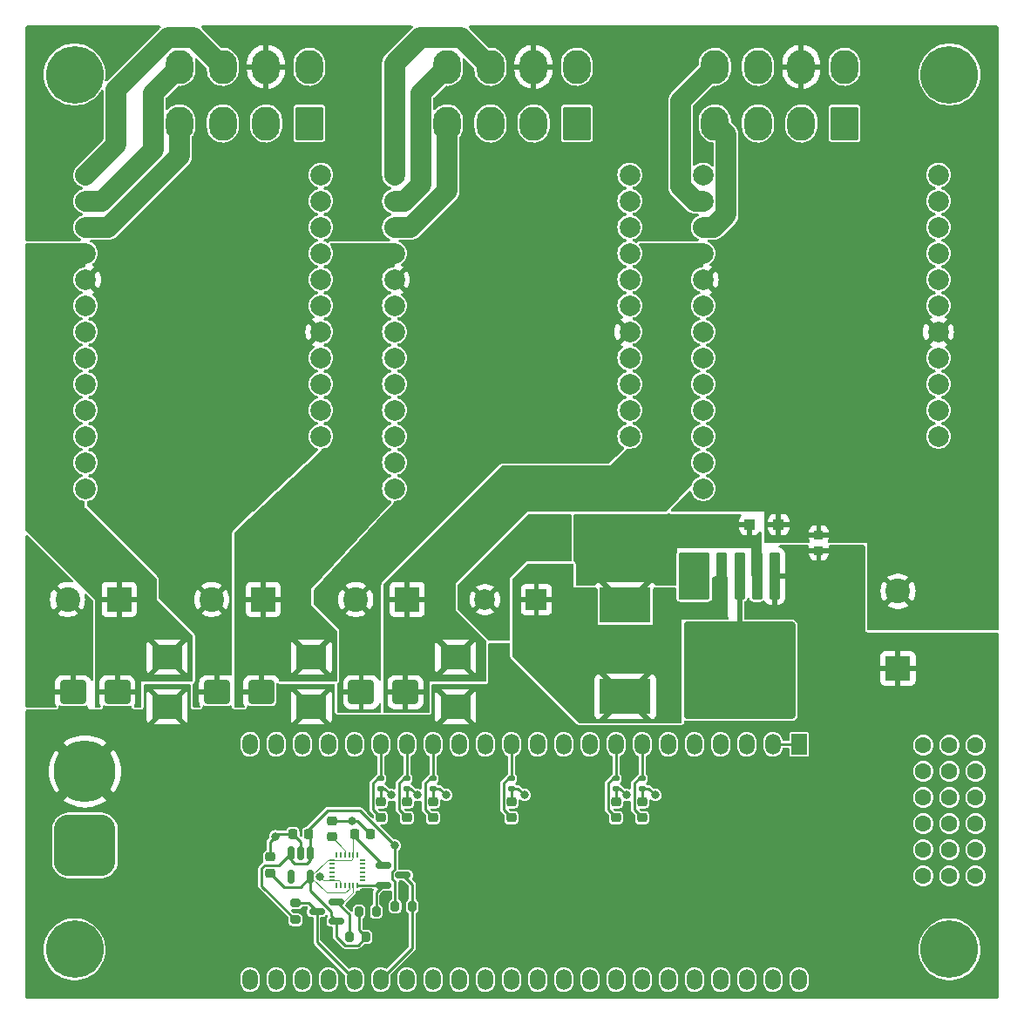
<source format=gtl>
%TF.GenerationSoftware,KiCad,Pcbnew,7.0.8*%
%TF.CreationDate,2024-01-29T21:33:25+01:00*%
%TF.ProjectId,cube-motherboard,63756265-2d6d-46f7-9468-6572626f6172,rev?*%
%TF.SameCoordinates,Original*%
%TF.FileFunction,Copper,L1,Top*%
%TF.FilePolarity,Positive*%
%FSLAX46Y46*%
G04 Gerber Fmt 4.6, Leading zero omitted, Abs format (unit mm)*
G04 Created by KiCad (PCBNEW 7.0.8) date 2024-01-29 21:33:25*
%MOMM*%
%LPD*%
G01*
G04 APERTURE LIST*
G04 Aperture macros list*
%AMRoundRect*
0 Rectangle with rounded corners*
0 $1 Rounding radius*
0 $2 $3 $4 $5 $6 $7 $8 $9 X,Y pos of 4 corners*
0 Add a 4 corners polygon primitive as box body*
4,1,4,$2,$3,$4,$5,$6,$7,$8,$9,$2,$3,0*
0 Add four circle primitives for the rounded corners*
1,1,$1+$1,$2,$3*
1,1,$1+$1,$4,$5*
1,1,$1+$1,$6,$7*
1,1,$1+$1,$8,$9*
0 Add four rect primitives between the rounded corners*
20,1,$1+$1,$2,$3,$4,$5,0*
20,1,$1+$1,$4,$5,$6,$7,0*
20,1,$1+$1,$6,$7,$8,$9,0*
20,1,$1+$1,$8,$9,$2,$3,0*%
G04 Aperture macros list end*
%TA.AperFunction,ComponentPad*%
%ADD10C,2.000000*%
%TD*%
%TA.AperFunction,SMDPad,CuDef*%
%ADD11R,5.000000X3.400000*%
%TD*%
%TA.AperFunction,ComponentPad*%
%ADD12C,1.600000*%
%TD*%
%TA.AperFunction,SMDPad,CuDef*%
%ADD13R,3.000000X2.400000*%
%TD*%
%TA.AperFunction,SMDPad,CuDef*%
%ADD14RoundRect,0.147500X0.172500X-0.147500X0.172500X0.147500X-0.172500X0.147500X-0.172500X-0.147500X0*%
%TD*%
%TA.AperFunction,SMDPad,CuDef*%
%ADD15RoundRect,0.225000X0.250000X-0.225000X0.250000X0.225000X-0.250000X0.225000X-0.250000X-0.225000X0*%
%TD*%
%TA.AperFunction,SMDPad,CuDef*%
%ADD16RoundRect,0.150000X-0.150000X0.512500X-0.150000X-0.512500X0.150000X-0.512500X0.150000X0.512500X0*%
%TD*%
%TA.AperFunction,SMDPad,CuDef*%
%ADD17RoundRect,0.250000X-1.000000X-0.900000X1.000000X-0.900000X1.000000X0.900000X-1.000000X0.900000X0*%
%TD*%
%TA.AperFunction,ComponentPad*%
%ADD18R,1.500000X2.000000*%
%TD*%
%TA.AperFunction,ComponentPad*%
%ADD19O,1.500000X2.000000*%
%TD*%
%TA.AperFunction,SMDPad,CuDef*%
%ADD20RoundRect,0.225000X-0.225000X-0.250000X0.225000X-0.250000X0.225000X0.250000X-0.225000X0.250000X0*%
%TD*%
%TA.AperFunction,ComponentPad*%
%ADD21C,5.600000*%
%TD*%
%TA.AperFunction,SMDPad,CuDef*%
%ADD22RoundRect,0.150000X0.587500X0.150000X-0.587500X0.150000X-0.587500X-0.150000X0.587500X-0.150000X0*%
%TD*%
%TA.AperFunction,ComponentPad*%
%ADD23RoundRect,1.500000X1.500000X-1.500000X1.500000X1.500000X-1.500000X1.500000X-1.500000X-1.500000X0*%
%TD*%
%TA.AperFunction,ComponentPad*%
%ADD24C,6.000000*%
%TD*%
%TA.AperFunction,ComponentPad*%
%ADD25R,2.000000X2.000000*%
%TD*%
%TA.AperFunction,SMDPad,CuDef*%
%ADD26RoundRect,0.050000X0.225000X0.050000X-0.225000X0.050000X-0.225000X-0.050000X0.225000X-0.050000X0*%
%TD*%
%TA.AperFunction,SMDPad,CuDef*%
%ADD27RoundRect,0.050000X-0.050000X0.225000X-0.050000X-0.225000X0.050000X-0.225000X0.050000X0.225000X0*%
%TD*%
%TA.AperFunction,SMDPad,CuDef*%
%ADD28RoundRect,0.200000X-0.200000X-0.275000X0.200000X-0.275000X0.200000X0.275000X-0.200000X0.275000X0*%
%TD*%
%TA.AperFunction,ComponentPad*%
%ADD29RoundRect,0.250001X1.099999X1.399999X-1.099999X1.399999X-1.099999X-1.399999X1.099999X-1.399999X0*%
%TD*%
%TA.AperFunction,ComponentPad*%
%ADD30O,2.700000X3.300000*%
%TD*%
%TA.AperFunction,SMDPad,CuDef*%
%ADD31RoundRect,0.250000X-0.300000X-0.300000X0.300000X-0.300000X0.300000X0.300000X-0.300000X0.300000X0*%
%TD*%
%TA.AperFunction,ComponentPad*%
%ADD32R,2.400000X2.400000*%
%TD*%
%TA.AperFunction,ComponentPad*%
%ADD33C,2.400000*%
%TD*%
%TA.AperFunction,SMDPad,CuDef*%
%ADD34RoundRect,0.200000X0.200000X0.275000X-0.200000X0.275000X-0.200000X-0.275000X0.200000X-0.275000X0*%
%TD*%
%TA.AperFunction,SMDPad,CuDef*%
%ADD35RoundRect,0.200000X0.275000X-0.200000X0.275000X0.200000X-0.275000X0.200000X-0.275000X-0.200000X0*%
%TD*%
%TA.AperFunction,SMDPad,CuDef*%
%ADD36RoundRect,0.225000X0.225000X0.250000X-0.225000X0.250000X-0.225000X-0.250000X0.225000X-0.250000X0*%
%TD*%
%TA.AperFunction,SMDPad,CuDef*%
%ADD37RoundRect,0.150000X-0.587500X-0.150000X0.587500X-0.150000X0.587500X0.150000X-0.587500X0.150000X0*%
%TD*%
%TA.AperFunction,SMDPad,CuDef*%
%ADD38RoundRect,0.250000X-0.300000X2.050000X-0.300000X-2.050000X0.300000X-2.050000X0.300000X2.050000X0*%
%TD*%
%TA.AperFunction,SMDPad,CuDef*%
%ADD39RoundRect,0.250000X-2.375000X2.025000X-2.375000X-2.025000X2.375000X-2.025000X2.375000X2.025000X0*%
%TD*%
%TA.AperFunction,SMDPad,CuDef*%
%ADD40RoundRect,0.250002X-5.149998X4.449998X-5.149998X-4.449998X5.149998X-4.449998X5.149998X4.449998X0*%
%TD*%
%TA.AperFunction,ViaPad*%
%ADD41C,0.800000*%
%TD*%
%TA.AperFunction,Conductor*%
%ADD42C,0.500000*%
%TD*%
%TA.AperFunction,Conductor*%
%ADD43C,0.100000*%
%TD*%
%TA.AperFunction,Conductor*%
%ADD44C,0.250000*%
%TD*%
%TA.AperFunction,Conductor*%
%ADD45C,2.000000*%
%TD*%
G04 APERTURE END LIST*
D10*
%TO.P,U3,1,M1*%
%TO.N,P1_M3*%
X86070000Y-34760000D03*
%TO.P,U3,2,M2*%
%TO.N,P2_M3*%
X86070000Y-37300000D03*
%TO.P,U3,3,M3*%
%TO.N,P3_M3*%
X86070000Y-39840000D03*
%TO.P,U3,4,VCC*%
%TO.N,VCC_M3*%
X86070000Y-42380000D03*
%TO.P,U3,5,GND*%
%TO.N,GND*%
X86070000Y-44920000D03*
%TO.P,U3,6,+5V*%
%TO.N,5V_M3*%
X86070000Y-47460000D03*
%TO.P,U3,7,H1*%
%TO.N,H1_M3*%
X86070000Y-50000000D03*
%TO.P,U3,8,H2*%
%TO.N,H2_M3*%
X86070000Y-52540000D03*
%TO.P,U3,9,H3*%
%TO.N,H3_M3*%
X86070000Y-55080000D03*
%TO.P,U3,10,A*%
%TO.N,unconnected-(U3-A-Pad10)*%
X86070000Y-57620000D03*
%TO.P,U3,11,A\u005C*%
%TO.N,unconnected-(U3-A\u005C-Pad11)*%
X86070000Y-60160000D03*
%TO.P,U3,12,B*%
%TO.N,unconnected-(U3-B-Pad12)*%
X86070000Y-62700000D03*
%TO.P,U3,13,B\u005C*%
%TO.N,unconnected-(U3-B\u005C-Pad13)*%
X86070000Y-65240000D03*
%TO.P,U3,14,DIO4*%
%TO.N,unconnected-(U3-DIO4-Pad14)*%
X108930000Y-60160000D03*
%TO.P,U3,15,DIO3*%
%TO.N,DI3_M3*%
X108930000Y-57620000D03*
%TO.P,U3,16,DI2*%
%TO.N,DI2_M3*%
X108930000Y-55080000D03*
%TO.P,U3,17,DI1*%
%TO.N,DI1_M3*%
X108930000Y-52540000D03*
%TO.P,U3,18,GND*%
%TO.N,GND*%
X108930000Y-50000000D03*
%TO.P,U3,19,AO2*%
%TO.N,AO2_M3*%
X108930000Y-47460000D03*
%TO.P,U3,20,AO1*%
%TO.N,AO1_M3*%
X108930000Y-44920000D03*
%TO.P,U3,21,AI2-*%
%TO.N,unconnected-(U3-AI2--Pad21)*%
X108930000Y-42380000D03*
%TO.P,U3,22,AI2+*%
%TO.N,unconnected-(U3-AI2+-Pad22)*%
X108930000Y-39840000D03*
%TO.P,U3,23,AI1-*%
%TO.N,unconnected-(U3-AI1--Pad23)*%
X108930000Y-37300000D03*
%TO.P,U3,24,AI1+*%
%TO.N,unconnected-(U3-AI1+-Pad24)*%
X108930000Y-34760000D03*
%TD*%
%TO.P,U2,1,M1*%
%TO.N,P1_M2*%
X56070000Y-34760000D03*
%TO.P,U2,2,M2*%
%TO.N,P2_M2*%
X56070000Y-37300000D03*
%TO.P,U2,3,M3*%
%TO.N,P3_M2*%
X56070000Y-39840000D03*
%TO.P,U2,4,VCC*%
%TO.N,VCC_M2*%
X56070000Y-42380000D03*
%TO.P,U2,5,GND*%
%TO.N,GND*%
X56070000Y-44920000D03*
%TO.P,U2,6,+5V*%
%TO.N,5V_M2*%
X56070000Y-47460000D03*
%TO.P,U2,7,H1*%
%TO.N,H1_M2*%
X56070000Y-50000000D03*
%TO.P,U2,8,H2*%
%TO.N,H2_M2*%
X56070000Y-52540000D03*
%TO.P,U2,9,H3*%
%TO.N,H3_M2*%
X56070000Y-55080000D03*
%TO.P,U2,10,A*%
%TO.N,unconnected-(U2-A-Pad10)*%
X56070000Y-57620000D03*
%TO.P,U2,11,A\u005C*%
%TO.N,unconnected-(U2-A\u005C-Pad11)*%
X56070000Y-60160000D03*
%TO.P,U2,12,B*%
%TO.N,unconnected-(U2-B-Pad12)*%
X56070000Y-62700000D03*
%TO.P,U2,13,B\u005C*%
%TO.N,unconnected-(U2-B\u005C-Pad13)*%
X56070000Y-65240000D03*
%TO.P,U2,14,DIO4*%
%TO.N,unconnected-(U2-DIO4-Pad14)*%
X78930000Y-60160000D03*
%TO.P,U2,15,DIO3*%
%TO.N,DI3_M2*%
X78930000Y-57620000D03*
%TO.P,U2,16,DI2*%
%TO.N,DI2_M2*%
X78930000Y-55080000D03*
%TO.P,U2,17,DI1*%
%TO.N,DI1_M2*%
X78930000Y-52540000D03*
%TO.P,U2,18,GND*%
%TO.N,GND*%
X78930000Y-50000000D03*
%TO.P,U2,19,AO2*%
%TO.N,AO2_M2*%
X78930000Y-47460000D03*
%TO.P,U2,20,AO1*%
%TO.N,AO1_M2*%
X78930000Y-44920000D03*
%TO.P,U2,21,AI2-*%
%TO.N,unconnected-(U2-AI2--Pad21)*%
X78930000Y-42380000D03*
%TO.P,U2,22,AI2+*%
%TO.N,unconnected-(U2-AI2+-Pad22)*%
X78930000Y-39840000D03*
%TO.P,U2,23,AI1-*%
%TO.N,unconnected-(U2-AI1--Pad23)*%
X78930000Y-37300000D03*
%TO.P,U2,24,AI1+*%
%TO.N,unconnected-(U2-AI1+-Pad24)*%
X78930000Y-34760000D03*
%TD*%
%TO.P,U1,1,M1*%
%TO.N,P1_M1*%
X26070000Y-34760000D03*
%TO.P,U1,2,M2*%
%TO.N,P2_M1*%
X26070000Y-37300000D03*
%TO.P,U1,3,M3*%
%TO.N,P3_M1*%
X26070000Y-39840000D03*
%TO.P,U1,4,VCC*%
%TO.N,VCC_M1*%
X26070000Y-42380000D03*
%TO.P,U1,5,GND*%
%TO.N,GND*%
X26070000Y-44920000D03*
%TO.P,U1,6,+5V*%
%TO.N,5V_M1*%
X26070000Y-47460000D03*
%TO.P,U1,7,H1*%
%TO.N,H1_M1*%
X26070000Y-50000000D03*
%TO.P,U1,8,H2*%
%TO.N,H2_M1*%
X26070000Y-52540000D03*
%TO.P,U1,9,H3*%
%TO.N,H3_M1*%
X26070000Y-55080000D03*
%TO.P,U1,10,A*%
%TO.N,unconnected-(U1-A-Pad10)*%
X26070000Y-57620000D03*
%TO.P,U1,11,A\u005C*%
%TO.N,unconnected-(U1-A\u005C-Pad11)*%
X26070000Y-60160000D03*
%TO.P,U1,12,B*%
%TO.N,unconnected-(U1-B-Pad12)*%
X26070000Y-62700000D03*
%TO.P,U1,13,B\u005C*%
%TO.N,unconnected-(U1-B\u005C-Pad13)*%
X26070000Y-65240000D03*
%TO.P,U1,14,DIO4*%
%TO.N,unconnected-(U1-DIO4-Pad14)*%
X48930000Y-60160000D03*
%TO.P,U1,15,DIO3*%
%TO.N,DI3_M1*%
X48930000Y-57620000D03*
%TO.P,U1,16,DI2*%
%TO.N,DI2_M1*%
X48930000Y-55080000D03*
%TO.P,U1,17,DI1*%
%TO.N,DI1_M1*%
X48930000Y-52540000D03*
%TO.P,U1,18,GND*%
%TO.N,GND*%
X48930000Y-50000000D03*
%TO.P,U1,19,AO2*%
%TO.N,AO2_M1*%
X48930000Y-47460000D03*
%TO.P,U1,20,AO1*%
%TO.N,AO1_M1*%
X48930000Y-44920000D03*
%TO.P,U1,21,AI2-*%
%TO.N,unconnected-(U1-AI2--Pad21)*%
X48930000Y-42380000D03*
%TO.P,U1,22,AI2+*%
%TO.N,unconnected-(U1-AI2+-Pad22)*%
X48930000Y-39840000D03*
%TO.P,U1,23,AI1-*%
%TO.N,unconnected-(U1-AI1--Pad23)*%
X48930000Y-37300000D03*
%TO.P,U1,24,AI1+*%
%TO.N,unconnected-(U1-AI1+-Pad24)*%
X48930000Y-34760000D03*
%TD*%
D11*
%TO.P,L1,1,1*%
%TO.N,Net-(D4-K)*%
X78500000Y-76550000D03*
%TO.P,L1,2,2*%
%TO.N,+5V*%
X78500000Y-85450000D03*
%TD*%
D12*
%TO.P,J5,1,Pin_1*%
%TO.N,SERVO1*%
X107460000Y-102850000D03*
%TO.P,J5,2,Pin_2*%
%TO.N,SERVO2*%
X107460000Y-100310000D03*
%TO.P,J5,3,Pin_3*%
%TO.N,SERVO3*%
X107460000Y-97770000D03*
%TO.P,J5,4,Pin_4*%
%TO.N,SERVO4*%
X107460000Y-95230000D03*
%TO.P,J5,5,Pin_5*%
%TO.N,SERVO5*%
X107460000Y-92690000D03*
%TO.P,J5,6,Pin_6*%
%TO.N,SERVO6*%
X107460000Y-90150000D03*
%TO.P,J5,7,Pin_7*%
%TO.N,+5V*%
X110000000Y-102850000D03*
%TO.P,J5,8,Pin_8*%
X110000000Y-100310000D03*
%TO.P,J5,9,Pin_9*%
X110000000Y-97770000D03*
%TO.P,J5,10,Pin_10*%
X110000000Y-95230000D03*
%TO.P,J5,11,Pin_11*%
X110000000Y-92690000D03*
%TO.P,J5,12,Pin_12*%
X110000000Y-90150000D03*
%TO.P,J5,13,Pin_13*%
%TO.N,GND*%
X112540000Y-102850000D03*
%TO.P,J5,14,Pin_14*%
X112540000Y-100310000D03*
%TO.P,J5,15,Pin_15*%
X112540000Y-97770000D03*
%TO.P,J5,16,Pin_16*%
X112540000Y-95230000D03*
%TO.P,J5,17,Pin_17*%
X112540000Y-92690000D03*
%TO.P,J5,18,Pin_18*%
X112540000Y-90150000D03*
%TD*%
D13*
%TO.P,F3,1*%
%TO.N,+24V*%
X62000000Y-86430000D03*
%TO.P,F3,2*%
%TO.N,VCC_M3*%
X62000000Y-81570000D03*
%TD*%
%TO.P,F2,1*%
%TO.N,+24V*%
X48000000Y-86430000D03*
%TO.P,F2,2*%
%TO.N,VCC_M2*%
X48000000Y-81570000D03*
%TD*%
%TO.P,F1,1*%
%TO.N,+24V*%
X34000000Y-86430000D03*
%TO.P,F1,2*%
%TO.N,VCC_M1*%
X34000000Y-81570000D03*
%TD*%
D14*
%TO.P,D9,1,A1*%
%TO.N,GND*%
X77612080Y-94365000D03*
%TO.P,D9,2,A2*%
%TO.N,AO1_M3*%
X77612080Y-93395000D03*
%TD*%
D15*
%TO.P,C10,1*%
%TO.N,AO1_M3*%
X77612080Y-97195000D03*
%TO.P,C10,2*%
%TO.N,GND*%
X77612080Y-95645000D03*
%TD*%
D16*
%TO.P,U6,1,IN*%
%TO.N,+3V3*%
X47925000Y-100662500D03*
%TO.P,U6,2,GND*%
%TO.N,GND*%
X46975000Y-100662500D03*
%TO.P,U6,3,EN*%
%TO.N,+3V3*%
X46025000Y-100662500D03*
%TO.P,U6,4,P4*%
%TO.N,unconnected-(U6-P4-Pad4)*%
X46025000Y-102937500D03*
%TO.P,U6,5,OUT*%
%TO.N,+1V8*%
X47925000Y-102937500D03*
%TD*%
D14*
%TO.P,D7,1,A1*%
%TO.N,GND*%
X59832080Y-94365000D03*
%TO.P,D7,2,A2*%
%TO.N,AO1_M2*%
X59832080Y-93395000D03*
%TD*%
D17*
%TO.P,D3,1,A1*%
%TO.N,GND*%
X52850000Y-85000000D03*
%TO.P,D3,2,A2*%
%TO.N,VCC_M3*%
X57150000Y-85000000D03*
%TD*%
D14*
%TO.P,D6,1,A1*%
%TO.N,GND*%
X54752080Y-94365000D03*
%TO.P,D6,2,A2*%
%TO.N,AO2_M1*%
X54752080Y-93395000D03*
%TD*%
D18*
%TO.P,U4,1,3V3*%
%TO.N,+3V3*%
X95392080Y-90070000D03*
D19*
%TO.P,U4,2,3V3*%
X92852080Y-90070000D03*
%TO.P,U4,3,CHIP_PU*%
%TO.N,unconnected-(U4-CHIP_PU-Pad3)*%
X90312080Y-90070000D03*
%TO.P,U4,4,GPIO4/ADC1_CH3*%
%TO.N,DI3_M3*%
X87772080Y-90070000D03*
%TO.P,U4,5,GPIO5/ADC1_CH4*%
%TO.N,DI2_M3*%
X85232080Y-90070000D03*
%TO.P,U4,6,GPIO6/ADC1_CH5*%
%TO.N,DI1_M3*%
X82692080Y-90070000D03*
%TO.P,U4,7,GPIO7/ADC1_CH6*%
%TO.N,AO2_M3*%
X80152080Y-90070000D03*
%TO.P,U4,8,GPIO15/ADC2_CH4/32K_P*%
%TO.N,AO1_M3*%
X77612080Y-90070000D03*
%TO.P,U4,9,GPIO16/ADC2_CH5/32K_N*%
%TO.N,DI3_M2*%
X75072080Y-90070000D03*
%TO.P,U4,10,GPIO17/ADC2_CH6*%
%TO.N,DI2_M2*%
X72532080Y-90070000D03*
%TO.P,U4,11,GPIO18/ADC2_CH7*%
%TO.N,DI1_M2*%
X69992080Y-90070000D03*
%TO.P,U4,12,GPIO8/ADC1_CH7*%
%TO.N,AO2_M2*%
X67452080Y-90070000D03*
%TO.P,U4,13,GPIO3/ADC1_CH2*%
%TO.N,unconnected-(U4-GPIO3{slash}ADC1_CH2-Pad13)*%
X64912080Y-90070000D03*
%TO.P,U4,14,GPIO46*%
%TO.N,unconnected-(U4-GPIO46-Pad14)*%
X62372080Y-90070000D03*
%TO.P,U4,15,GPIO9/ADC1_CH8*%
%TO.N,AO1_M2*%
X59832080Y-90070000D03*
%TO.P,U4,16,GPIO10/ADC1_CH9*%
%TO.N,AO1_M1*%
X57292080Y-90070000D03*
%TO.P,U4,17,GPIO11/ADC2_CH0*%
%TO.N,AO2_M1*%
X54752080Y-90070000D03*
%TO.P,U4,18,GPIO12/ADC2_CH1*%
%TO.N,DI1_M1*%
X52212080Y-90070000D03*
%TO.P,U4,19,GPIO13/ADC2_CH2*%
%TO.N,DI2_M1*%
X49672080Y-90070000D03*
%TO.P,U4,20,GPIO14/ADC2_CH3*%
%TO.N,DI3_M1*%
X47134800Y-90066320D03*
%TO.P,U4,21,5V*%
%TO.N,+5V*%
X44594800Y-90066320D03*
%TO.P,U4,22,GND*%
%TO.N,GND*%
X42054800Y-90066320D03*
%TO.P,U4,23,GND*%
X42052080Y-112930000D03*
%TO.P,U4,24,GND*%
X44592080Y-112930000D03*
%TO.P,U4,25,GPIO19/USB_D-*%
%TO.N,unconnected-(U4-GPIO19{slash}USB_D--Pad25)*%
X47132080Y-112930000D03*
%TO.P,U4,26,GPIO20/USB_D+*%
%TO.N,unconnected-(U4-GPIO20{slash}USB_D+-Pad26)*%
X49672080Y-112930000D03*
%TO.P,U4,27,GPIO21*%
%TO.N,SCL*%
X52212080Y-112930000D03*
%TO.P,U4,28,GPIO47*%
%TO.N,SDA*%
X54752080Y-112930000D03*
%TO.P,U4,29,GPIO48*%
%TO.N,unconnected-(U4-GPIO48-Pad29)*%
X57292080Y-112930000D03*
%TO.P,U4,30,GPIO45*%
%TO.N,unconnected-(U4-GPIO45-Pad30)*%
X59832080Y-112930000D03*
%TO.P,U4,31,GPIO0*%
%TO.N,unconnected-(U4-GPIO0-Pad31)*%
X62372080Y-112930000D03*
%TO.P,U4,32,GPIO35*%
%TO.N,unconnected-(U4-GPIO35-Pad32)*%
X64912080Y-112930000D03*
%TO.P,U4,33,GPIO36*%
%TO.N,unconnected-(U4-GPIO36-Pad33)*%
X67452080Y-112930000D03*
%TO.P,U4,34,GPIO37*%
%TO.N,unconnected-(U4-GPIO37-Pad34)*%
X69992080Y-112930000D03*
%TO.P,U4,35,GPIO38*%
%TO.N,unconnected-(U4-GPIO38-Pad35)*%
X72532080Y-112930000D03*
%TO.P,U4,36,GPIO39/MTCK*%
%TO.N,SERVO6*%
X75072080Y-112930000D03*
%TO.P,U4,37,GPIO40/MTDO*%
%TO.N,SERVO5*%
X77612080Y-112930000D03*
%TO.P,U4,38,GPIO41/MTDI*%
%TO.N,SERVO4*%
X80152080Y-112930000D03*
%TO.P,U4,39,GPIO42/MTMS*%
%TO.N,SERVO3*%
X82692080Y-112930000D03*
%TO.P,U4,40,GPIO2/ADC1_CH1*%
%TO.N,SERVO2*%
X85232080Y-112930000D03*
%TO.P,U4,41,GPIO1/ADC1_CH0*%
%TO.N,SERVO1*%
X87772080Y-112930000D03*
%TO.P,U4,42,GPIO44/U0RXD*%
%TO.N,unconnected-(U4-GPIO44{slash}U0RXD-Pad42)*%
X90312080Y-112930000D03*
%TO.P,U4,43,GPIO43/U0TXD*%
%TO.N,unconnected-(U4-GPIO43{slash}U0TXD-Pad43)*%
X92852080Y-112930000D03*
%TO.P,U4,44,GND*%
%TO.N,GND*%
X95392080Y-112930000D03*
%TD*%
D20*
%TO.P,C14,1*%
%TO.N,+1V8*%
X52200000Y-98800000D03*
%TO.P,C14,2*%
%TO.N,GND*%
X53750000Y-98800000D03*
%TD*%
D15*
%TO.P,C7,1*%
%TO.N,AO2_M1*%
X54752080Y-97195000D03*
%TO.P,C7,2*%
%TO.N,GND*%
X54752080Y-95645000D03*
%TD*%
D21*
%TO.P,H4,1*%
%TO.N,N/C*%
X110000000Y-110000000D03*
%TD*%
D22*
%TO.P,Q2,1,G*%
%TO.N,+1V8*%
X50412500Y-107250000D03*
%TO.P,Q2,2,S*%
%TO.N,SCL_1V8*%
X50412500Y-105350000D03*
%TO.P,Q2,3,D*%
%TO.N,SCL*%
X48537500Y-106300000D03*
%TD*%
D23*
%TO.P,J1,1,Pin_1*%
%TO.N,GND*%
X26000000Y-99900000D03*
D24*
%TO.P,J1,2,Pin_2*%
%TO.N,+24V*%
X26000000Y-92700000D03*
%TD*%
D25*
%TO.P,C5,1*%
%TO.N,+5V*%
X69867677Y-76000000D03*
D10*
%TO.P,C5,2*%
%TO.N,GND*%
X64867677Y-76000000D03*
%TD*%
D21*
%TO.P,H1,1*%
%TO.N,N/C*%
X25000000Y-25000000D03*
%TD*%
D15*
%TO.P,C8,1*%
%TO.N,AO1_M2*%
X59832080Y-97195000D03*
%TO.P,C8,2*%
%TO.N,GND*%
X59832080Y-95645000D03*
%TD*%
D14*
%TO.P,D5,1,A1*%
%TO.N,GND*%
X57292080Y-94365000D03*
%TO.P,D5,2,A2*%
%TO.N,AO1_M1*%
X57292080Y-93395000D03*
%TD*%
D15*
%TO.P,C6,1*%
%TO.N,AO1_M1*%
X57292080Y-97195000D03*
%TO.P,C6,2*%
%TO.N,GND*%
X57292080Y-95645000D03*
%TD*%
%TO.P,C13,1*%
%TO.N,+1V8*%
X43975000Y-102575000D03*
%TO.P,C13,2*%
%TO.N,GND*%
X43975000Y-101025000D03*
%TD*%
D14*
%TO.P,D8,1,A1*%
%TO.N,GND*%
X67452080Y-94365000D03*
%TO.P,D8,2,A2*%
%TO.N,AO2_M2*%
X67452080Y-93395000D03*
%TD*%
D26*
%TO.P,U7,1,NC*%
%TO.N,unconnected-(U7-NC-Pad1)*%
X52975000Y-103300000D03*
%TO.P,U7,2,NC*%
%TO.N,unconnected-(U7-NC-Pad2)*%
X52975000Y-102900000D03*
%TO.P,U7,3,NC*%
%TO.N,unconnected-(U7-NC-Pad3)*%
X52975000Y-102500000D03*
%TO.P,U7,4,NC*%
%TO.N,unconnected-(U7-NC-Pad4)*%
X52975000Y-102100000D03*
%TO.P,U7,5,NC*%
%TO.N,unconnected-(U7-NC-Pad5)*%
X52975000Y-101700000D03*
%TO.P,U7,6,NC*%
%TO.N,unconnected-(U7-NC-Pad6)*%
X52975000Y-101300000D03*
D27*
%TO.P,U7,7,AUX_CL*%
%TO.N,unconnected-(U7-AUX_CL-Pad7)*%
X52475000Y-100800000D03*
%TO.P,U7,8,VDDIO*%
%TO.N,+1V8*%
X52075000Y-100800000D03*
%TO.P,U7,9,SDO/AD0*%
%TO.N,unconnected-(U7-SDO{slash}AD0-Pad9)*%
X51675000Y-100800000D03*
%TO.P,U7,10,REGOUT*%
%TO.N,Net-(U7-REGOUT)*%
X51275000Y-100800000D03*
%TO.P,U7,11,FSYNC*%
%TO.N,unconnected-(U7-FSYNC-Pad11)*%
X50875000Y-100800000D03*
%TO.P,U7,12,INT1*%
%TO.N,unconnected-(U7-INT1-Pad12)*%
X50475000Y-100800000D03*
D26*
%TO.P,U7,13,VDD*%
%TO.N,+1V8*%
X49975000Y-101300000D03*
%TO.P,U7,14,NC*%
%TO.N,unconnected-(U7-NC-Pad14)*%
X49975000Y-101700000D03*
%TO.P,U7,15,NC*%
%TO.N,unconnected-(U7-NC-Pad15)*%
X49975000Y-102100000D03*
%TO.P,U7,16,NC*%
%TO.N,unconnected-(U7-NC-Pad16)*%
X49975000Y-102500000D03*
%TO.P,U7,17,NC*%
%TO.N,unconnected-(U7-NC-Pad17)*%
X49975000Y-102900000D03*
%TO.P,U7,18,GND*%
%TO.N,GND*%
X49975000Y-103300000D03*
D27*
%TO.P,U7,19,RESV*%
%TO.N,unconnected-(U7-RESV-Pad19)*%
X50475000Y-103800000D03*
%TO.P,U7,20,GND*%
%TO.N,GND*%
X50875000Y-103800000D03*
%TO.P,U7,21,AUX_DA*%
%TO.N,unconnected-(U7-AUX_DA-Pad21)*%
X51275000Y-103800000D03*
%TO.P,U7,22,~{CS}*%
%TO.N,+1V8*%
X51675000Y-103800000D03*
%TO.P,U7,23,SCL/SCLK*%
%TO.N,SCL_1V8*%
X52075000Y-103800000D03*
%TO.P,U7,24,SDA/SDI*%
%TO.N,SDA_1V8*%
X52475000Y-103800000D03*
%TD*%
D28*
%TO.P,R3,1*%
%TO.N,+1V8*%
X52650000Y-106300000D03*
%TO.P,R3,2*%
%TO.N,SDA_1V8*%
X54300000Y-106300000D03*
%TD*%
D15*
%TO.P,C11,1*%
%TO.N,AO2_M3*%
X80152080Y-97195000D03*
%TO.P,C11,2*%
%TO.N,GND*%
X80152080Y-95645000D03*
%TD*%
D17*
%TO.P,D1,1,A1*%
%TO.N,GND*%
X24850000Y-85000000D03*
%TO.P,D1,2,A2*%
%TO.N,VCC_M1*%
X29150000Y-85000000D03*
%TD*%
%TO.P,D2,1,A1*%
%TO.N,GND*%
X38850000Y-85000000D03*
%TO.P,D2,2,A2*%
%TO.N,VCC_M2*%
X43150000Y-85000000D03*
%TD*%
D29*
%TO.P,J2,1,Pin_1*%
%TO.N,H1_M1*%
X47800000Y-29750000D03*
D30*
%TO.P,J2,2,Pin_2*%
%TO.N,H2_M1*%
X43600000Y-29750000D03*
%TO.P,J2,3,Pin_3*%
%TO.N,5V_M1*%
X39400000Y-29750000D03*
%TO.P,J2,4,Pin_4*%
%TO.N,P3_M1*%
X35200000Y-29750000D03*
%TO.P,J2,5,Pin_5*%
%TO.N,H3_M1*%
X47800000Y-24250000D03*
%TO.P,J2,6,Pin_6*%
%TO.N,GND*%
X43600000Y-24250000D03*
%TO.P,J2,7,Pin_7*%
%TO.N,P1_M1*%
X39400000Y-24250000D03*
%TO.P,J2,8,Pin_8*%
%TO.N,P2_M1*%
X35200000Y-24250000D03*
%TD*%
D31*
%TO.P,D4,1,K*%
%TO.N,Net-(D4-K)*%
X90600000Y-68725000D03*
%TO.P,D4,2,A*%
%TO.N,GND*%
X93400000Y-68725000D03*
%TD*%
D32*
%TO.P,C2,1*%
%TO.N,VCC_M2*%
X43323959Y-76000000D03*
D33*
%TO.P,C2,2*%
%TO.N,GND*%
X38323959Y-76000000D03*
%TD*%
D29*
%TO.P,J3,1,Pin_1*%
%TO.N,H1_M2*%
X73800000Y-29750000D03*
D30*
%TO.P,J3,2,Pin_2*%
%TO.N,H2_M2*%
X69600000Y-29750000D03*
%TO.P,J3,3,Pin_3*%
%TO.N,5V_M2*%
X65400000Y-29750000D03*
%TO.P,J3,4,Pin_4*%
%TO.N,P3_M2*%
X61200000Y-29750000D03*
%TO.P,J3,5,Pin_5*%
%TO.N,H3_M2*%
X73800000Y-24250000D03*
%TO.P,J3,6,Pin_6*%
%TO.N,GND*%
X69600000Y-24250000D03*
%TO.P,J3,7,Pin_7*%
%TO.N,P1_M2*%
X65400000Y-24250000D03*
%TO.P,J3,8,Pin_8*%
%TO.N,P2_M2*%
X61200000Y-24250000D03*
%TD*%
D32*
%TO.P,C1,1*%
%TO.N,VCC_M1*%
X29323959Y-76000000D03*
D33*
%TO.P,C1,2*%
%TO.N,GND*%
X24323959Y-76000000D03*
%TD*%
D32*
%TO.P,C4,1*%
%TO.N,+24V*%
X105000000Y-82702780D03*
D33*
%TO.P,C4,2*%
%TO.N,GND*%
X105000000Y-75202780D03*
%TD*%
D34*
%TO.P,R4,1*%
%TO.N,+1V8*%
X53325000Y-108800000D03*
%TO.P,R4,2*%
%TO.N,SCL_1V8*%
X51675000Y-108800000D03*
%TD*%
D32*
%TO.P,C3,1*%
%TO.N,VCC_M3*%
X57323959Y-76000000D03*
D33*
%TO.P,C3,2*%
%TO.N,GND*%
X52323959Y-76000000D03*
%TD*%
D15*
%TO.P,C9,1*%
%TO.N,AO2_M2*%
X67452080Y-97195000D03*
%TO.P,C9,2*%
%TO.N,GND*%
X67452080Y-95645000D03*
%TD*%
%TO.P,C16,1*%
%TO.N,+24V*%
X97300000Y-71275000D03*
%TO.P,C16,2*%
%TO.N,GND*%
X97300000Y-69725000D03*
%TD*%
D21*
%TO.P,H3,1*%
%TO.N,N/C*%
X25000000Y-110000000D03*
%TD*%
D28*
%TO.P,R1,1*%
%TO.N,+3V3*%
X56150000Y-105800000D03*
%TO.P,R1,2*%
%TO.N,SDA*%
X57800000Y-105800000D03*
%TD*%
D15*
%TO.P,C15,1*%
%TO.N,Net-(U7-REGOUT)*%
X49975000Y-99075000D03*
%TO.P,C15,2*%
%TO.N,GND*%
X49975000Y-97525000D03*
%TD*%
D35*
%TO.P,R2,1*%
%TO.N,+3V3*%
X46475000Y-107125000D03*
%TO.P,R2,2*%
%TO.N,SCL*%
X46475000Y-105475000D03*
%TD*%
D36*
%TO.P,C12,1*%
%TO.N,+3V3*%
X47750000Y-98800000D03*
%TO.P,C12,2*%
%TO.N,GND*%
X46200000Y-98800000D03*
%TD*%
D37*
%TO.P,Q1,1,G*%
%TO.N,+1V8*%
X55037500Y-101850000D03*
%TO.P,Q1,2,S*%
%TO.N,SDA_1V8*%
X55037500Y-103750000D03*
%TO.P,Q1,3,D*%
%TO.N,SDA*%
X56912500Y-102800000D03*
%TD*%
D38*
%TO.P,U5,1,VIN*%
%TO.N,+24V*%
X93000000Y-73725000D03*
%TO.P,U5,2,OUT*%
%TO.N,Net-(D4-K)*%
X91300000Y-73725000D03*
%TO.P,U5,3,GND*%
%TO.N,GND*%
X89600000Y-73725000D03*
D39*
X92375000Y-80450000D03*
X86825000Y-80450000D03*
D40*
X89600000Y-82875000D03*
D39*
X92375000Y-85300000D03*
X86825000Y-85300000D03*
D38*
%TO.P,U5,4,FB*%
%TO.N,+5V*%
X87900000Y-73725000D03*
%TO.P,U5,5,~{ON}/OFF*%
%TO.N,GND*%
X86200000Y-73725000D03*
%TD*%
D29*
%TO.P,J4,1,Pin_1*%
%TO.N,H1_M3*%
X99800000Y-29750000D03*
D30*
%TO.P,J4,2,Pin_2*%
%TO.N,H2_M3*%
X95600000Y-29750000D03*
%TO.P,J4,3,Pin_3*%
%TO.N,5V_M3*%
X91400000Y-29750000D03*
%TO.P,J4,4,Pin_4*%
%TO.N,P3_M3*%
X87200000Y-29750000D03*
%TO.P,J4,5,Pin_5*%
%TO.N,H3_M3*%
X99800000Y-24250000D03*
%TO.P,J4,6,Pin_6*%
%TO.N,GND*%
X95600000Y-24250000D03*
%TO.P,J4,7,Pin_7*%
%TO.N,P1_M3*%
X91400000Y-24250000D03*
%TO.P,J4,8,Pin_8*%
%TO.N,P2_M3*%
X87200000Y-24250000D03*
%TD*%
D21*
%TO.P,H2,1*%
%TO.N,N/C*%
X110000000Y-25000000D03*
%TD*%
D14*
%TO.P,D10,1,A1*%
%TO.N,GND*%
X80152080Y-94365000D03*
%TO.P,D10,2,A2*%
%TO.N,AO2_M3*%
X80152080Y-93395000D03*
%TD*%
D41*
%TO.N,GND*%
X92600000Y-82725000D03*
X72000000Y-71500000D03*
X63500000Y-61000000D03*
X68722080Y-95000000D03*
X64500000Y-60000000D03*
X72000000Y-70500000D03*
X88600000Y-81725000D03*
X109700000Y-75525000D03*
X107700000Y-76525000D03*
X41500000Y-60000000D03*
X39500000Y-61000000D03*
X70500000Y-42000000D03*
X71000000Y-71500000D03*
X65500000Y-61000000D03*
X37500000Y-80000000D03*
X87600000Y-83725000D03*
X104700000Y-72525000D03*
X99500000Y-41000000D03*
X22000000Y-85000000D03*
X86600000Y-84725000D03*
X65500000Y-41000000D03*
X52000000Y-97500000D03*
X68000000Y-71500000D03*
X90600000Y-84725000D03*
X39500000Y-41000000D03*
X53500000Y-81500000D03*
X99200000Y-69525000D03*
X68500000Y-42000000D03*
X68000000Y-70500000D03*
X98500000Y-61000000D03*
X44500000Y-99000000D03*
X65000000Y-73500000D03*
X48865266Y-102959234D03*
X97500000Y-60000000D03*
X26000000Y-81000000D03*
X53500000Y-80500000D03*
X37500000Y-41000000D03*
X100500000Y-61000000D03*
X104700000Y-70525000D03*
X107700000Y-70525000D03*
X66500000Y-78500000D03*
X69500000Y-41000000D03*
X107700000Y-72525000D03*
X108700000Y-74525000D03*
X64500000Y-42000000D03*
X81422080Y-95000000D03*
X40500000Y-41000000D03*
X61102080Y-95000000D03*
X96500000Y-41000000D03*
X41500000Y-41000000D03*
X23000000Y-81000000D03*
X70000000Y-70500000D03*
X103700000Y-70525000D03*
X97500000Y-61000000D03*
X38500000Y-61000000D03*
X94200000Y-66525000D03*
X38500000Y-82000000D03*
X100500000Y-42000000D03*
X23000000Y-82000000D03*
X39500000Y-80000000D03*
X101500000Y-42000000D03*
X21000000Y-84000000D03*
X65500000Y-42000000D03*
X99500000Y-60000000D03*
X36500000Y-42000000D03*
X86600000Y-80725000D03*
X36500000Y-41000000D03*
X89600000Y-84725000D03*
X67500000Y-42000000D03*
X78627580Y-95000000D03*
X104700000Y-71525000D03*
X58307580Y-95000000D03*
X95500000Y-61000000D03*
X37500000Y-60000000D03*
X25000000Y-82000000D03*
X98500000Y-41000000D03*
X21000000Y-81000000D03*
X99500000Y-61000000D03*
X22000000Y-31500000D03*
X106700000Y-71525000D03*
X52500000Y-79500000D03*
X68500000Y-60000000D03*
X52500000Y-80500000D03*
X99200000Y-68525000D03*
X103700000Y-72525000D03*
X71500000Y-61000000D03*
X95200000Y-66525000D03*
X89600000Y-82725000D03*
X51500000Y-81500000D03*
X101500000Y-60000000D03*
X23000000Y-31500000D03*
X24000000Y-31500000D03*
X64500000Y-41000000D03*
X90600000Y-83725000D03*
X33500000Y-41000000D03*
X109700000Y-73525000D03*
X38500000Y-80000000D03*
X91600000Y-81725000D03*
X96500000Y-61000000D03*
X94500000Y-61000000D03*
X91600000Y-80725000D03*
X40500000Y-60000000D03*
X66500000Y-41000000D03*
X66500000Y-61000000D03*
X92600000Y-83725000D03*
X67500000Y-60000000D03*
X100500000Y-60000000D03*
X87600000Y-82725000D03*
X37500000Y-81000000D03*
X67000000Y-71500000D03*
X107700000Y-71525000D03*
X34500000Y-41000000D03*
X37500000Y-42000000D03*
X33500000Y-61000000D03*
X95500000Y-60000000D03*
X71500000Y-60000000D03*
X106700000Y-72525000D03*
X71500000Y-41000000D03*
X67500000Y-41000000D03*
X39500000Y-82000000D03*
X38500000Y-60000000D03*
X84700000Y-73025000D03*
X63500000Y-60000000D03*
X89600000Y-83725000D03*
X69500000Y-61000000D03*
X69000000Y-71500000D03*
X40500000Y-42000000D03*
X70500000Y-41000000D03*
X90600000Y-82725000D03*
X98500000Y-60000000D03*
X38500000Y-41000000D03*
X92600000Y-80725000D03*
X107700000Y-74525000D03*
X41500000Y-61000000D03*
X66500000Y-60000000D03*
X89600000Y-81725000D03*
X93500000Y-60000000D03*
X40500000Y-61000000D03*
X22000000Y-83000000D03*
X107700000Y-75525000D03*
X68500000Y-61000000D03*
X21000000Y-83000000D03*
X21000000Y-82000000D03*
X22000000Y-81000000D03*
X66000000Y-72500000D03*
X65500000Y-78500000D03*
X21000000Y-85000000D03*
X86600000Y-83725000D03*
X69500000Y-42000000D03*
X66000000Y-73500000D03*
X91600000Y-83725000D03*
X39500000Y-42000000D03*
X35500000Y-41000000D03*
X33500000Y-42000000D03*
X87600000Y-80725000D03*
X109700000Y-74525000D03*
X38500000Y-81000000D03*
X97500000Y-41000000D03*
X55767580Y-95000000D03*
X65500000Y-60000000D03*
X87600000Y-81725000D03*
X101500000Y-61000000D03*
X108700000Y-70525000D03*
X51500000Y-80500000D03*
X86600000Y-81725000D03*
X97500000Y-42000000D03*
X36500000Y-60000000D03*
X70500000Y-61000000D03*
X26000000Y-82000000D03*
X92600000Y-81725000D03*
X84700000Y-74025000D03*
X96500000Y-42000000D03*
X109700000Y-72525000D03*
X71000000Y-70500000D03*
X66500000Y-42000000D03*
X92600000Y-84725000D03*
X69500000Y-60000000D03*
X108700000Y-73525000D03*
X67500000Y-61000000D03*
X34500000Y-60000000D03*
X109700000Y-71525000D03*
X70500000Y-60000000D03*
X95500000Y-42000000D03*
X100500000Y-41000000D03*
X37500000Y-82000000D03*
X106700000Y-70525000D03*
X53500000Y-79500000D03*
X37500000Y-61000000D03*
X105700000Y-72525000D03*
X91600000Y-82725000D03*
X51500000Y-79500000D03*
X24000000Y-82000000D03*
X109700000Y-70525000D03*
X25000000Y-81000000D03*
X33500000Y-60000000D03*
X70000000Y-71500000D03*
X100200000Y-69525000D03*
X67000000Y-72500000D03*
X69000000Y-70500000D03*
X91600000Y-84725000D03*
X35500000Y-61000000D03*
X39500000Y-60000000D03*
X96500000Y-60000000D03*
X38500000Y-42000000D03*
X24000000Y-81000000D03*
X94500000Y-42000000D03*
X35500000Y-42000000D03*
X84700000Y-72025000D03*
X63500000Y-41000000D03*
X99500000Y-42000000D03*
X88600000Y-82725000D03*
X105700000Y-71525000D03*
X95500000Y-41000000D03*
X64500000Y-61000000D03*
X86600000Y-82725000D03*
X94500000Y-60000000D03*
X93500000Y-61000000D03*
X68500000Y-41000000D03*
X95200000Y-67525000D03*
X41500000Y-42000000D03*
X109700000Y-76525000D03*
X94500000Y-41000000D03*
X88600000Y-84725000D03*
X39500000Y-81000000D03*
X22000000Y-84000000D03*
X88600000Y-83725000D03*
X71500000Y-42000000D03*
X108700000Y-71525000D03*
X63500000Y-42000000D03*
X105700000Y-70525000D03*
X108700000Y-72525000D03*
X89600000Y-80725000D03*
X35500000Y-60000000D03*
X101500000Y-41000000D03*
X108700000Y-76525000D03*
X52500000Y-81500000D03*
X22000000Y-82000000D03*
X36500000Y-61000000D03*
X88600000Y-80725000D03*
X34500000Y-42000000D03*
X108700000Y-75525000D03*
X90600000Y-80725000D03*
X90600000Y-81725000D03*
X96200000Y-66525000D03*
X93500000Y-41000000D03*
X84700000Y-75025000D03*
X98500000Y-42000000D03*
X93500000Y-42000000D03*
X107700000Y-73525000D03*
X87600000Y-84725000D03*
X96200000Y-67525000D03*
X34500000Y-61000000D03*
X103700000Y-71525000D03*
X100200000Y-68525000D03*
%TO.N,+3V3*%
X56100000Y-99897182D03*
%TD*%
D42*
%TO.N,GND*%
X89600000Y-73725000D02*
X89600000Y-82875000D01*
D43*
X50875000Y-103500736D02*
X50649264Y-103275000D01*
D44*
X68087080Y-94365000D02*
X68722080Y-95000000D01*
X59832080Y-94365000D02*
X59832080Y-95645000D01*
X43975000Y-99525000D02*
X44500000Y-99000000D01*
X54752080Y-94365000D02*
X55132580Y-94365000D01*
D43*
X49975000Y-103300000D02*
X49206032Y-103300000D01*
D44*
X53750000Y-98800000D02*
X52450000Y-97500000D01*
X55132580Y-94365000D02*
X55767580Y-95000000D01*
D43*
X49206032Y-103300000D02*
X48865266Y-102959234D01*
D44*
X46975000Y-99575000D02*
X46200000Y-98800000D01*
X46975000Y-100662500D02*
X46975000Y-99575000D01*
X77612080Y-94365000D02*
X77612080Y-95645000D01*
X80152080Y-94365000D02*
X80787080Y-94365000D01*
X57292080Y-94365000D02*
X57672580Y-94365000D01*
X80787080Y-94365000D02*
X81422080Y-95000000D01*
X52450000Y-97500000D02*
X52000000Y-97500000D01*
X80152080Y-94365000D02*
X80152080Y-95645000D01*
X67452080Y-94365000D02*
X67452080Y-95645000D01*
X57672580Y-94365000D02*
X58307580Y-95000000D01*
X77992580Y-94365000D02*
X78627580Y-95000000D01*
X54752080Y-94365000D02*
X54752080Y-95645000D01*
D43*
X50875000Y-103800000D02*
X50875000Y-103500736D01*
D44*
X52000000Y-97500000D02*
X50000000Y-97500000D01*
D43*
X50649264Y-103275000D02*
X50000000Y-103275000D01*
D44*
X67452080Y-94365000D02*
X68087080Y-94365000D01*
D43*
X50000000Y-103275000D02*
X49975000Y-103300000D01*
D44*
X46200000Y-98800000D02*
X44700000Y-98800000D01*
X77612080Y-94365000D02*
X77992580Y-94365000D01*
X43975000Y-101025000D02*
X43975000Y-99525000D01*
X60467080Y-94365000D02*
X61102080Y-95000000D01*
X57292080Y-94365000D02*
X57292080Y-95645000D01*
X50000000Y-97500000D02*
X49975000Y-97525000D01*
X44700000Y-98800000D02*
X44500000Y-99000000D01*
X59832080Y-94365000D02*
X60467080Y-94365000D01*
%TO.N,AO1_M1*%
X57292080Y-90070000D02*
X57292080Y-93395000D01*
X56492080Y-96395000D02*
X57292080Y-97195000D01*
X56972080Y-93395000D02*
X56492080Y-93875000D01*
X56492080Y-93875000D02*
X56492080Y-96395000D01*
X57292080Y-93395000D02*
X56972080Y-93395000D01*
%TO.N,AO2_M1*%
X54752080Y-90070000D02*
X54752080Y-93395000D01*
X54752080Y-93395000D02*
X54432080Y-93395000D01*
X53952080Y-93875000D02*
X53952080Y-96395000D01*
X54432080Y-93395000D02*
X53952080Y-93875000D01*
X53952080Y-96395000D02*
X54752080Y-97195000D01*
%TO.N,AO1_M2*%
X59032080Y-93875000D02*
X59032080Y-96395000D01*
X59832080Y-93395000D02*
X59512080Y-93395000D01*
X59032080Y-96395000D02*
X59832080Y-97195000D01*
X59512080Y-93395000D02*
X59032080Y-93875000D01*
X59832080Y-93395000D02*
X59832080Y-90070000D01*
%TO.N,AO2_M2*%
X67132080Y-93395000D02*
X66652080Y-93875000D01*
X67452080Y-93395000D02*
X67132080Y-93395000D01*
X67452080Y-90070000D02*
X67452080Y-93395000D01*
X66652080Y-96395000D02*
X67452080Y-97195000D01*
X66652080Y-93875000D02*
X66652080Y-96395000D01*
%TO.N,AO1_M3*%
X77612080Y-93395000D02*
X77292080Y-93395000D01*
X76812080Y-93875000D02*
X76812080Y-96395000D01*
X77612080Y-93395000D02*
X77612080Y-90070000D01*
X76812080Y-96395000D02*
X77612080Y-97195000D01*
X77292080Y-93395000D02*
X76812080Y-93875000D01*
%TO.N,AO2_M3*%
X79352080Y-93875000D02*
X79352080Y-96395000D01*
X79832080Y-93395000D02*
X79352080Y-93875000D01*
X79352080Y-96395000D02*
X80152080Y-97195000D01*
X80152080Y-93395000D02*
X79832080Y-93395000D01*
X80152080Y-90070000D02*
X80152080Y-93395000D01*
D43*
%TO.N,+1V8*%
X51675000Y-104099264D02*
X51274264Y-104500000D01*
X50000000Y-101325000D02*
X51849264Y-101325000D01*
D44*
X50412500Y-107250000D02*
X50412500Y-108754962D01*
D43*
X49975000Y-101300000D02*
X49562500Y-101300000D01*
D44*
X49946752Y-106784252D02*
X49946752Y-106300000D01*
X55037500Y-101850000D02*
X52200000Y-99012500D01*
X46937500Y-103925000D02*
X47925000Y-102937500D01*
D43*
X51675000Y-103800000D02*
X51675000Y-104099264D01*
D44*
X52650000Y-106300000D02*
X52650000Y-108125000D01*
D43*
X51274264Y-104500000D02*
X49487500Y-104500000D01*
D44*
X52650000Y-108125000D02*
X53325000Y-108800000D01*
X52525000Y-109600000D02*
X53325000Y-108800000D01*
X50412500Y-108754962D02*
X51257538Y-109600000D01*
D43*
X52075000Y-98925000D02*
X52200000Y-98800000D01*
X52075000Y-101099264D02*
X52075000Y-100800000D01*
X51849264Y-101325000D02*
X52075000Y-101099264D01*
D44*
X47925000Y-104278248D02*
X47925000Y-102937500D01*
D43*
X49975000Y-101300000D02*
X50000000Y-101325000D01*
D44*
X50412500Y-107250000D02*
X49946752Y-106784252D01*
D43*
X49487500Y-104500000D02*
X47925000Y-102937500D01*
X52075000Y-100800000D02*
X52075000Y-98925000D01*
D44*
X51257538Y-109600000D02*
X52525000Y-109600000D01*
X49946752Y-106300000D02*
X47925000Y-104278248D01*
X43975000Y-102575000D02*
X45325000Y-103925000D01*
D43*
X49562500Y-101300000D02*
X47925000Y-102937500D01*
D44*
X45325000Y-103925000D02*
X46937500Y-103925000D01*
X52200000Y-99012500D02*
X52200000Y-98800000D01*
D43*
%TO.N,Net-(U7-REGOUT)*%
X51275000Y-100375000D02*
X49975000Y-99075000D01*
X51275000Y-100800000D02*
X51275000Y-100375000D01*
D45*
%TO.N,P3_M1*%
X28271270Y-39840000D02*
X26070000Y-39840000D01*
X35200000Y-32911270D02*
X28271270Y-39840000D01*
X35200000Y-29750000D02*
X35200000Y-32911270D01*
%TO.N,P1_M1*%
X36550000Y-21400000D02*
X34100000Y-21400000D01*
X29000000Y-26500000D02*
X29000000Y-31830000D01*
X39400000Y-24250000D02*
X36550000Y-21400000D01*
X29000000Y-31830000D02*
X26070000Y-34760000D01*
X34100000Y-21400000D02*
X29000000Y-26500000D01*
%TO.N,P2_M1*%
X27700000Y-37300000D02*
X26070000Y-37300000D01*
X35200000Y-24250000D02*
X32650000Y-26800000D01*
X32650000Y-32350000D02*
X27700000Y-37300000D01*
X32650000Y-26800000D02*
X32650000Y-32350000D01*
%TO.N,P3_M2*%
X61200000Y-36281270D02*
X57641270Y-39840000D01*
X57641270Y-39840000D02*
X56070000Y-39840000D01*
X61200000Y-29750000D02*
X61200000Y-36281270D01*
%TO.N,P1_M2*%
X56070000Y-23930000D02*
X56070000Y-34760000D01*
X65400000Y-24250000D02*
X62550000Y-21400000D01*
X58600000Y-21400000D02*
X56070000Y-23930000D01*
X62550000Y-21400000D02*
X58600000Y-21400000D01*
%TO.N,P2_M2*%
X61200000Y-24250000D02*
X58650000Y-26800000D01*
X57070000Y-37300000D02*
X56070000Y-37300000D01*
X58650000Y-35720000D02*
X57070000Y-37300000D01*
X58650000Y-26800000D02*
X58650000Y-35720000D01*
%TO.N,P3_M3*%
X87200000Y-29750000D02*
X88289183Y-30839183D01*
X87070000Y-39840000D02*
X86070000Y-39840000D01*
X88289183Y-30839183D02*
X88289183Y-38620817D01*
X88289183Y-38620817D02*
X87070000Y-39840000D01*
%TO.N,P2_M3*%
X83870000Y-27580000D02*
X83870000Y-35870000D01*
X83870000Y-35870000D02*
X85300000Y-37300000D01*
X85300000Y-37300000D02*
X86070000Y-37300000D01*
X87200000Y-24250000D02*
X83870000Y-27580000D01*
D44*
%TO.N,SDA_1V8*%
X55037500Y-103750000D02*
X52550000Y-103750000D01*
X54300000Y-104487500D02*
X54300000Y-106300000D01*
X52550000Y-103750000D02*
X52500000Y-103800000D01*
X55037500Y-103750000D02*
X54300000Y-104487500D01*
%TO.N,SDA*%
X57800000Y-109882080D02*
X57800000Y-105800000D01*
X54752080Y-112930000D02*
X57800000Y-109882080D01*
X57800000Y-103687500D02*
X57800000Y-105800000D01*
X56912500Y-102800000D02*
X57800000Y-103687500D01*
%TO.N,SCL_1V8*%
X51675000Y-106612500D02*
X50412500Y-105350000D01*
D43*
X50412500Y-105350000D02*
X51150000Y-105350000D01*
X52075000Y-104425000D02*
X52075000Y-103800000D01*
X51150000Y-105350000D02*
X52075000Y-104425000D01*
D44*
X51675000Y-108800000D02*
X51675000Y-106612500D01*
%TO.N,SCL*%
X47712500Y-105475000D02*
X48537500Y-106300000D01*
X46475000Y-105475000D02*
X47712500Y-105475000D01*
X48537500Y-109255420D02*
X52212080Y-112930000D01*
X48537500Y-106300000D02*
X48537500Y-109255420D01*
%TO.N,+3V3*%
X49575000Y-96500000D02*
X52702818Y-96500000D01*
X43497182Y-101800000D02*
X44887500Y-101800000D01*
X43175000Y-103825000D02*
X43175000Y-102122182D01*
X47925000Y-101325000D02*
X47600000Y-101650000D01*
X47925000Y-100662500D02*
X47925000Y-98975000D01*
X43175000Y-102122182D02*
X43497182Y-101800000D01*
X46350000Y-101650000D02*
X46025000Y-101325000D01*
X55821752Y-103125000D02*
X55821752Y-102475000D01*
X47925000Y-100662500D02*
X47925000Y-101325000D01*
X56150000Y-105800000D02*
X56150000Y-103453248D01*
X55821752Y-102475000D02*
X56100000Y-102196752D01*
X56100000Y-99897182D02*
X52702818Y-96500000D01*
X46025000Y-101325000D02*
X46025000Y-100662500D01*
X47750000Y-98800000D02*
X47750000Y-98325000D01*
X56150000Y-103453248D02*
X55821752Y-103125000D01*
X47750000Y-98325000D02*
X49575000Y-96500000D01*
X46475000Y-107125000D02*
X43175000Y-103825000D01*
X47600000Y-101650000D02*
X46350000Y-101650000D01*
X44887500Y-101800000D02*
X46025000Y-100662500D01*
X92852080Y-90070000D02*
X95392080Y-90070000D01*
X47925000Y-98975000D02*
X47750000Y-98800000D01*
X56100000Y-102196752D02*
X56100000Y-99897182D01*
%TD*%
%TA.AperFunction,Conductor*%
%TO.N,VCC_M2*%
G36*
X56013039Y-41399685D02*
G01*
X56058794Y-41452489D01*
X56070000Y-41504000D01*
X56070000Y-43596150D01*
X56050315Y-43663189D01*
X55997511Y-43708944D01*
X55964271Y-43717804D01*
X55964392Y-43718447D01*
X55958759Y-43719500D01*
X55958757Y-43719500D01*
X55740060Y-43760382D01*
X55608864Y-43811207D01*
X55532601Y-43840752D01*
X55532595Y-43840754D01*
X55343439Y-43957874D01*
X55343437Y-43957876D01*
X55179020Y-44107761D01*
X55044943Y-44285308D01*
X55044938Y-44285316D01*
X54945775Y-44484461D01*
X54945769Y-44484476D01*
X54884885Y-44698462D01*
X54884884Y-44698464D01*
X54864357Y-44919999D01*
X54864357Y-44920000D01*
X54884884Y-45141535D01*
X54884885Y-45141537D01*
X54945769Y-45355523D01*
X54945775Y-45355538D01*
X55044938Y-45554683D01*
X55044943Y-45554691D01*
X55179020Y-45732238D01*
X55343437Y-45882123D01*
X55343439Y-45882125D01*
X55532595Y-45999245D01*
X55532596Y-45999245D01*
X55532599Y-45999247D01*
X55726524Y-46074374D01*
X55781924Y-46116946D01*
X55805515Y-46182713D01*
X55789804Y-46250793D01*
X55739780Y-46299572D01*
X55726533Y-46305622D01*
X55578488Y-46362975D01*
X55532601Y-46380752D01*
X55532595Y-46380754D01*
X55343439Y-46497874D01*
X55343437Y-46497876D01*
X55179020Y-46647761D01*
X55044943Y-46825308D01*
X55044938Y-46825316D01*
X54945775Y-47024461D01*
X54945769Y-47024476D01*
X54884885Y-47238462D01*
X54884884Y-47238464D01*
X54864357Y-47459999D01*
X54864357Y-47460000D01*
X54884884Y-47681535D01*
X54884885Y-47681537D01*
X54945769Y-47895523D01*
X54945775Y-47895538D01*
X55044938Y-48094683D01*
X55044943Y-48094691D01*
X55179020Y-48272238D01*
X55343437Y-48422123D01*
X55343439Y-48422125D01*
X55532595Y-48539245D01*
X55532596Y-48539245D01*
X55532599Y-48539247D01*
X55726524Y-48614374D01*
X55781924Y-48656946D01*
X55805515Y-48722713D01*
X55789804Y-48790793D01*
X55739780Y-48839572D01*
X55726533Y-48845622D01*
X55578488Y-48902975D01*
X55532601Y-48920752D01*
X55532595Y-48920754D01*
X55343439Y-49037874D01*
X55343437Y-49037876D01*
X55179020Y-49187761D01*
X55044943Y-49365308D01*
X55044938Y-49365316D01*
X54945775Y-49564461D01*
X54945769Y-49564476D01*
X54884885Y-49778462D01*
X54884884Y-49778464D01*
X54864357Y-49999999D01*
X54864357Y-50000000D01*
X54884884Y-50221535D01*
X54884885Y-50221537D01*
X54945769Y-50435523D01*
X54945775Y-50435538D01*
X55044938Y-50634683D01*
X55044943Y-50634691D01*
X55179020Y-50812238D01*
X55343437Y-50962123D01*
X55343439Y-50962125D01*
X55532595Y-51079245D01*
X55532596Y-51079245D01*
X55532599Y-51079247D01*
X55726524Y-51154374D01*
X55781924Y-51196946D01*
X55805515Y-51262713D01*
X55789804Y-51330793D01*
X55739780Y-51379572D01*
X55726533Y-51385622D01*
X55578488Y-51442975D01*
X55532601Y-51460752D01*
X55532595Y-51460754D01*
X55343439Y-51577874D01*
X55343437Y-51577876D01*
X55179020Y-51727761D01*
X55044943Y-51905308D01*
X55044938Y-51905316D01*
X54945775Y-52104461D01*
X54945769Y-52104476D01*
X54884885Y-52318462D01*
X54884884Y-52318464D01*
X54864357Y-52539999D01*
X54864357Y-52540000D01*
X54884884Y-52761535D01*
X54884885Y-52761537D01*
X54945769Y-52975523D01*
X54945775Y-52975538D01*
X55044938Y-53174683D01*
X55044943Y-53174691D01*
X55179020Y-53352238D01*
X55343437Y-53502123D01*
X55343439Y-53502125D01*
X55532595Y-53619245D01*
X55532596Y-53619245D01*
X55532599Y-53619247D01*
X55726524Y-53694374D01*
X55781924Y-53736946D01*
X55805515Y-53802713D01*
X55789804Y-53870793D01*
X55739780Y-53919572D01*
X55726533Y-53925622D01*
X55578488Y-53982975D01*
X55532601Y-54000752D01*
X55532595Y-54000754D01*
X55343439Y-54117874D01*
X55343437Y-54117876D01*
X55179020Y-54267761D01*
X55044943Y-54445308D01*
X55044938Y-54445316D01*
X54945775Y-54644461D01*
X54945769Y-54644476D01*
X54884885Y-54858462D01*
X54884884Y-54858464D01*
X54864357Y-55079999D01*
X54864357Y-55080000D01*
X54884884Y-55301535D01*
X54884885Y-55301537D01*
X54945769Y-55515523D01*
X54945775Y-55515538D01*
X55044938Y-55714683D01*
X55044943Y-55714691D01*
X55179020Y-55892238D01*
X55343437Y-56042123D01*
X55343439Y-56042125D01*
X55532595Y-56159245D01*
X55532596Y-56159245D01*
X55532599Y-56159247D01*
X55726524Y-56234374D01*
X55781924Y-56276946D01*
X55805515Y-56342713D01*
X55789804Y-56410793D01*
X55739780Y-56459572D01*
X55726533Y-56465622D01*
X55578488Y-56522975D01*
X55532601Y-56540752D01*
X55532595Y-56540754D01*
X55343439Y-56657874D01*
X55343437Y-56657876D01*
X55179020Y-56807761D01*
X55044943Y-56985308D01*
X55044938Y-56985316D01*
X54945775Y-57184461D01*
X54945769Y-57184476D01*
X54884885Y-57398462D01*
X54884884Y-57398464D01*
X54864357Y-57619999D01*
X54864357Y-57620000D01*
X54884884Y-57841535D01*
X54884885Y-57841537D01*
X54945769Y-58055523D01*
X54945775Y-58055538D01*
X55044938Y-58254683D01*
X55044943Y-58254691D01*
X55179020Y-58432238D01*
X55343437Y-58582123D01*
X55343439Y-58582125D01*
X55532595Y-58699245D01*
X55532596Y-58699245D01*
X55532599Y-58699247D01*
X55726524Y-58774374D01*
X55781924Y-58816946D01*
X55805515Y-58882713D01*
X55789804Y-58950793D01*
X55739780Y-58999572D01*
X55726533Y-59005622D01*
X55578488Y-59062975D01*
X55532601Y-59080752D01*
X55532595Y-59080754D01*
X55343439Y-59197874D01*
X55343437Y-59197876D01*
X55179020Y-59347761D01*
X55044943Y-59525308D01*
X55044938Y-59525316D01*
X54945775Y-59724461D01*
X54945769Y-59724476D01*
X54884885Y-59938462D01*
X54884884Y-59938464D01*
X54864357Y-60159999D01*
X54864357Y-60160000D01*
X54884884Y-60381535D01*
X54884885Y-60381537D01*
X54945769Y-60595523D01*
X54945775Y-60595538D01*
X55044938Y-60794683D01*
X55044943Y-60794691D01*
X55179020Y-60972238D01*
X55343437Y-61122123D01*
X55343439Y-61122125D01*
X55532595Y-61239245D01*
X55532596Y-61239245D01*
X55532599Y-61239247D01*
X55726524Y-61314374D01*
X55781924Y-61356946D01*
X55805515Y-61422713D01*
X55789804Y-61490793D01*
X55739780Y-61539572D01*
X55726533Y-61545622D01*
X55578488Y-61602975D01*
X55532601Y-61620752D01*
X55532595Y-61620754D01*
X55343439Y-61737874D01*
X55343437Y-61737876D01*
X55179020Y-61887761D01*
X55044943Y-62065308D01*
X55044938Y-62065316D01*
X54945775Y-62264461D01*
X54945769Y-62264476D01*
X54884885Y-62478462D01*
X54884884Y-62478464D01*
X54864357Y-62699999D01*
X54864357Y-62700000D01*
X54884884Y-62921535D01*
X54884885Y-62921537D01*
X54945769Y-63135523D01*
X54945775Y-63135538D01*
X55044938Y-63334683D01*
X55044943Y-63334691D01*
X55179020Y-63512238D01*
X55343437Y-63662123D01*
X55343439Y-63662125D01*
X55532595Y-63779245D01*
X55532596Y-63779245D01*
X55532599Y-63779247D01*
X55726524Y-63854374D01*
X55781924Y-63896946D01*
X55805515Y-63962713D01*
X55789804Y-64030793D01*
X55739780Y-64079572D01*
X55726533Y-64085622D01*
X55578488Y-64142975D01*
X55532601Y-64160752D01*
X55532595Y-64160754D01*
X55343439Y-64277874D01*
X55343437Y-64277876D01*
X55179020Y-64427761D01*
X55044943Y-64605308D01*
X55044938Y-64605316D01*
X54945775Y-64804461D01*
X54945769Y-64804476D01*
X54884885Y-65018462D01*
X54884884Y-65018464D01*
X54864357Y-65239999D01*
X54864357Y-65240000D01*
X54884884Y-65461535D01*
X54884885Y-65461537D01*
X54945769Y-65675523D01*
X54945775Y-65675538D01*
X55044938Y-65874683D01*
X55044943Y-65874691D01*
X55179020Y-66052238D01*
X55343437Y-66202123D01*
X55343439Y-66202125D01*
X55532595Y-66319245D01*
X55532596Y-66319245D01*
X55532599Y-66319247D01*
X55705107Y-66386077D01*
X55760507Y-66428649D01*
X55784098Y-66494416D01*
X55768387Y-66562496D01*
X55751511Y-66585719D01*
X48000000Y-74999999D01*
X48000000Y-76500000D01*
X50463681Y-78963681D01*
X50497166Y-79025004D01*
X50500000Y-79051362D01*
X50500000Y-83876000D01*
X50480315Y-83943039D01*
X50427511Y-83988794D01*
X50376000Y-84000000D01*
X44996509Y-84000000D01*
X44929470Y-83980315D01*
X44883715Y-83927511D01*
X44878803Y-83915004D01*
X44834358Y-83780880D01*
X44834356Y-83780875D01*
X44742315Y-83631654D01*
X44618345Y-83507684D01*
X44469124Y-83415643D01*
X44469119Y-83415641D01*
X44302697Y-83360494D01*
X44302690Y-83360493D01*
X44199986Y-83350000D01*
X43400000Y-83350000D01*
X43400000Y-85126000D01*
X43380315Y-85193039D01*
X43327511Y-85238794D01*
X43276000Y-85250000D01*
X41400001Y-85250000D01*
X41400001Y-85949986D01*
X41410494Y-86052697D01*
X41465641Y-86219119D01*
X41465646Y-86219130D01*
X41522253Y-86310903D01*
X41540694Y-86378295D01*
X41519772Y-86444959D01*
X41466130Y-86489728D01*
X41416715Y-86500000D01*
X40624000Y-86500000D01*
X40556961Y-86480315D01*
X40511206Y-86427511D01*
X40500000Y-86376000D01*
X40500000Y-84750000D01*
X41400000Y-84750000D01*
X42900000Y-84750000D01*
X42900000Y-83350000D01*
X42100028Y-83350000D01*
X42100012Y-83350001D01*
X41997302Y-83360494D01*
X41830880Y-83415641D01*
X41830875Y-83415643D01*
X41681654Y-83507684D01*
X41557684Y-83631654D01*
X41465643Y-83780875D01*
X41465641Y-83780880D01*
X41410494Y-83947302D01*
X41410493Y-83947309D01*
X41400000Y-84050013D01*
X41400000Y-84750000D01*
X40500000Y-84750000D01*
X40500000Y-83269999D01*
X46653552Y-83269999D01*
X46653553Y-83270000D01*
X49346447Y-83270000D01*
X49346447Y-83269999D01*
X48000000Y-81923553D01*
X46653552Y-83269999D01*
X40500000Y-83269999D01*
X40500000Y-82817844D01*
X46000000Y-82817844D01*
X46006401Y-82877372D01*
X46006402Y-82877376D01*
X46056647Y-83012088D01*
X46056648Y-83012089D01*
X46119884Y-83096562D01*
X47646447Y-81570000D01*
X48353553Y-81570000D01*
X49880115Y-83096562D01*
X49943351Y-83012090D01*
X49993597Y-82877376D01*
X49993598Y-82877372D01*
X49999999Y-82817844D01*
X50000000Y-82817827D01*
X50000000Y-80322172D01*
X49999999Y-80322155D01*
X49993598Y-80262627D01*
X49993597Y-80262623D01*
X49943351Y-80127909D01*
X49880114Y-80043436D01*
X48353553Y-81569999D01*
X48353553Y-81570000D01*
X47646447Y-81570000D01*
X47646447Y-81569999D01*
X46119884Y-80043436D01*
X46056646Y-80127911D01*
X46056645Y-80127913D01*
X46006403Y-80262620D01*
X46006401Y-80262627D01*
X46000000Y-80322155D01*
X46000000Y-82817844D01*
X40500000Y-82817844D01*
X40500000Y-79870000D01*
X46653552Y-79870000D01*
X48000000Y-81216447D01*
X49346447Y-79870000D01*
X46653552Y-79870000D01*
X40500000Y-79870000D01*
X40500000Y-77247844D01*
X41623959Y-77247844D01*
X41630360Y-77307372D01*
X41630362Y-77307379D01*
X41680604Y-77442086D01*
X41680608Y-77442093D01*
X41766768Y-77557187D01*
X41766771Y-77557190D01*
X41881865Y-77643350D01*
X41881872Y-77643354D01*
X42016579Y-77693596D01*
X42016586Y-77693598D01*
X42076114Y-77699999D01*
X42076131Y-77700000D01*
X43073959Y-77700000D01*
X43073959Y-76545881D01*
X43167328Y-76584556D01*
X43284636Y-76600000D01*
X43363282Y-76600000D01*
X43480590Y-76584556D01*
X43573959Y-76545881D01*
X43573959Y-77700000D01*
X44571787Y-77700000D01*
X44571803Y-77699999D01*
X44631331Y-77693598D01*
X44631338Y-77693596D01*
X44766045Y-77643354D01*
X44766052Y-77643350D01*
X44881146Y-77557190D01*
X44881149Y-77557187D01*
X44967309Y-77442093D01*
X44967313Y-77442086D01*
X45017555Y-77307379D01*
X45017557Y-77307372D01*
X45023958Y-77247844D01*
X45023959Y-77247827D01*
X45023959Y-76250000D01*
X43869841Y-76250000D01*
X43908515Y-76156631D01*
X43929136Y-76000000D01*
X43908515Y-75843369D01*
X43869841Y-75750000D01*
X45023959Y-75750000D01*
X45023959Y-74752172D01*
X45023958Y-74752155D01*
X45017557Y-74692627D01*
X45017555Y-74692620D01*
X44967313Y-74557913D01*
X44967309Y-74557906D01*
X44881149Y-74442812D01*
X44881146Y-74442809D01*
X44766052Y-74356649D01*
X44766045Y-74356645D01*
X44631338Y-74306403D01*
X44631331Y-74306401D01*
X44571803Y-74300000D01*
X43573959Y-74300000D01*
X43573959Y-75454118D01*
X43480590Y-75415444D01*
X43363282Y-75400000D01*
X43284636Y-75400000D01*
X43167328Y-75415444D01*
X43073959Y-75454118D01*
X43073959Y-74300000D01*
X42076114Y-74300000D01*
X42016586Y-74306401D01*
X42016579Y-74306403D01*
X41881872Y-74356645D01*
X41881865Y-74356649D01*
X41766771Y-74442809D01*
X41766768Y-74442812D01*
X41680608Y-74557906D01*
X41680604Y-74557913D01*
X41630362Y-74692620D01*
X41630360Y-74692627D01*
X41623959Y-74752155D01*
X41623959Y-75750000D01*
X42778077Y-75750000D01*
X42739403Y-75843369D01*
X42718782Y-76000000D01*
X42739403Y-76156631D01*
X42778077Y-76250000D01*
X41623959Y-76250000D01*
X41623959Y-77247844D01*
X40500000Y-77247844D01*
X40500000Y-69553576D01*
X40519685Y-69486537D01*
X40539011Y-69463283D01*
X49000000Y-61500000D01*
X49000000Y-61471177D01*
X49019685Y-61404138D01*
X49072489Y-61358383D01*
X49101205Y-61349290D01*
X49259940Y-61319618D01*
X49467401Y-61239247D01*
X49656562Y-61122124D01*
X49820981Y-60972236D01*
X49955058Y-60794689D01*
X50054229Y-60595528D01*
X50115115Y-60381536D01*
X50135643Y-60160000D01*
X50115115Y-59938464D01*
X50054229Y-59724472D01*
X50024706Y-59665182D01*
X49955061Y-59525316D01*
X49955056Y-59525308D01*
X49820979Y-59347761D01*
X49656562Y-59197876D01*
X49656560Y-59197874D01*
X49467404Y-59080754D01*
X49467395Y-59080750D01*
X49373956Y-59044552D01*
X49273475Y-59005625D01*
X49218075Y-58963054D01*
X49194484Y-58897288D01*
X49210195Y-58829207D01*
X49260219Y-58780428D01*
X49273466Y-58774377D01*
X49467401Y-58699247D01*
X49656562Y-58582124D01*
X49820981Y-58432236D01*
X49955058Y-58254689D01*
X50054229Y-58055528D01*
X50115115Y-57841536D01*
X50135643Y-57620000D01*
X50115115Y-57398464D01*
X50054229Y-57184472D01*
X50054224Y-57184461D01*
X49955061Y-56985316D01*
X49955056Y-56985308D01*
X49820979Y-56807761D01*
X49656562Y-56657876D01*
X49656560Y-56657874D01*
X49467404Y-56540754D01*
X49467395Y-56540750D01*
X49373956Y-56504552D01*
X49273475Y-56465625D01*
X49218075Y-56423054D01*
X49194484Y-56357288D01*
X49210195Y-56289207D01*
X49260219Y-56240428D01*
X49273466Y-56234377D01*
X49467401Y-56159247D01*
X49656562Y-56042124D01*
X49820981Y-55892236D01*
X49955058Y-55714689D01*
X50054229Y-55515528D01*
X50115115Y-55301536D01*
X50135643Y-55080000D01*
X50115115Y-54858464D01*
X50054229Y-54644472D01*
X50054224Y-54644461D01*
X49955061Y-54445316D01*
X49955056Y-54445308D01*
X49820979Y-54267761D01*
X49656562Y-54117876D01*
X49656560Y-54117874D01*
X49467404Y-54000754D01*
X49467395Y-54000750D01*
X49373956Y-53964552D01*
X49273475Y-53925625D01*
X49218075Y-53883054D01*
X49194484Y-53817288D01*
X49210195Y-53749207D01*
X49260219Y-53700428D01*
X49273466Y-53694377D01*
X49467401Y-53619247D01*
X49656562Y-53502124D01*
X49820981Y-53352236D01*
X49955058Y-53174689D01*
X50054229Y-52975528D01*
X50115115Y-52761536D01*
X50135643Y-52540000D01*
X50115115Y-52318464D01*
X50054229Y-52104472D01*
X50054224Y-52104461D01*
X49955061Y-51905316D01*
X49955056Y-51905308D01*
X49820979Y-51727761D01*
X49656562Y-51577876D01*
X49656560Y-51577874D01*
X49467404Y-51460754D01*
X49467395Y-51460750D01*
X49373956Y-51424552D01*
X49273475Y-51385625D01*
X49218075Y-51343054D01*
X49194484Y-51277288D01*
X49210195Y-51209207D01*
X49260219Y-51160428D01*
X49273466Y-51154377D01*
X49467401Y-51079247D01*
X49656562Y-50962124D01*
X49820981Y-50812236D01*
X49955058Y-50634689D01*
X50054229Y-50435528D01*
X50115115Y-50221536D01*
X50135643Y-50000000D01*
X50115115Y-49778464D01*
X50054229Y-49564472D01*
X50054224Y-49564461D01*
X49955061Y-49365316D01*
X49955056Y-49365308D01*
X49820979Y-49187761D01*
X49656562Y-49037876D01*
X49656560Y-49037874D01*
X49467404Y-48920754D01*
X49467395Y-48920750D01*
X49373956Y-48884552D01*
X49273475Y-48845625D01*
X49218075Y-48803054D01*
X49194484Y-48737288D01*
X49210195Y-48669207D01*
X49260219Y-48620428D01*
X49273466Y-48614377D01*
X49467401Y-48539247D01*
X49656562Y-48422124D01*
X49820981Y-48272236D01*
X49955058Y-48094689D01*
X50054229Y-47895528D01*
X50115115Y-47681536D01*
X50135643Y-47460000D01*
X50115115Y-47238464D01*
X50054229Y-47024472D01*
X50054224Y-47024461D01*
X49955061Y-46825316D01*
X49955056Y-46825308D01*
X49820979Y-46647761D01*
X49656562Y-46497876D01*
X49656560Y-46497874D01*
X49467404Y-46380754D01*
X49467395Y-46380750D01*
X49373956Y-46344552D01*
X49273475Y-46305625D01*
X49218075Y-46263054D01*
X49194484Y-46197288D01*
X49210195Y-46129207D01*
X49260219Y-46080428D01*
X49273466Y-46074377D01*
X49467401Y-45999247D01*
X49656562Y-45882124D01*
X49820981Y-45732236D01*
X49955058Y-45554689D01*
X50054229Y-45355528D01*
X50115115Y-45141536D01*
X50135643Y-44920000D01*
X50115115Y-44698464D01*
X50054229Y-44484472D01*
X50054224Y-44484461D01*
X49955061Y-44285316D01*
X49955056Y-44285308D01*
X49820979Y-44107761D01*
X49656562Y-43957876D01*
X49656560Y-43957874D01*
X49467404Y-43840754D01*
X49467395Y-43840750D01*
X49373956Y-43804552D01*
X49273475Y-43765625D01*
X49218075Y-43723054D01*
X49194484Y-43657288D01*
X49210195Y-43589207D01*
X49260219Y-43540428D01*
X49273466Y-43534377D01*
X49467401Y-43459247D01*
X49656562Y-43342124D01*
X49820981Y-43192236D01*
X49955058Y-43014689D01*
X50054229Y-42815528D01*
X50115115Y-42601536D01*
X50135643Y-42380000D01*
X50115115Y-42158464D01*
X50054229Y-41944472D01*
X50054224Y-41944461D01*
X49955061Y-41745316D01*
X49955056Y-41745308D01*
X49829260Y-41578727D01*
X49804568Y-41513365D01*
X49819133Y-41445031D01*
X49868331Y-41395418D01*
X49928214Y-41380000D01*
X55946000Y-41380000D01*
X56013039Y-41399685D01*
G37*
%TD.AperFunction*%
%TD*%
%TA.AperFunction,Conductor*%
%TO.N,+5V*%
G36*
X73443039Y-72519685D02*
G01*
X73488794Y-72572489D01*
X73500000Y-72624000D01*
X73500000Y-74850000D01*
X75675500Y-74850000D01*
X75742539Y-74869685D01*
X75788294Y-74922489D01*
X75799500Y-74974000D01*
X75799500Y-78269752D01*
X75811131Y-78328229D01*
X75811132Y-78328230D01*
X75855447Y-78394552D01*
X75921769Y-78438867D01*
X75921770Y-78438868D01*
X75980247Y-78450499D01*
X75980250Y-78450500D01*
X75980252Y-78450500D01*
X81019750Y-78450500D01*
X81019751Y-78450499D01*
X81034568Y-78447552D01*
X81078229Y-78438868D01*
X81078229Y-78438867D01*
X81078231Y-78438867D01*
X81144552Y-78394552D01*
X81188867Y-78328231D01*
X81188867Y-78328229D01*
X81188868Y-78328229D01*
X81200499Y-78269752D01*
X81200500Y-78269750D01*
X81200500Y-74974000D01*
X81220185Y-74906961D01*
X81272989Y-74861206D01*
X81324500Y-74850000D01*
X83370500Y-74850000D01*
X83437539Y-74869685D01*
X83483294Y-74922489D01*
X83494500Y-74974000D01*
X83494500Y-75901007D01*
X83499197Y-75944686D01*
X83510402Y-75996193D01*
X83512889Y-76006370D01*
X83512890Y-76006373D01*
X83555900Y-76087085D01*
X83601655Y-76139889D01*
X83619246Y-76157843D01*
X83619247Y-76157844D01*
X83619249Y-76157845D01*
X83654911Y-76177793D01*
X83699063Y-76202490D01*
X83766102Y-76222175D01*
X83824000Y-76230500D01*
X83824004Y-76230500D01*
X86075991Y-76230500D01*
X86076000Y-76230500D01*
X86119191Y-76225855D01*
X86125824Y-76225500D01*
X86554270Y-76225500D01*
X86584699Y-76222646D01*
X86584701Y-76222646D01*
X86648790Y-76200219D01*
X86712882Y-76177793D01*
X86822150Y-76097150D01*
X86902793Y-75987882D01*
X86933194Y-75901000D01*
X86947646Y-75859701D01*
X86947646Y-75859699D01*
X86950500Y-75829269D01*
X86950500Y-73934688D01*
X86970185Y-73867649D01*
X87022989Y-73821894D01*
X87039708Y-73815669D01*
X87332968Y-73729977D01*
X87367747Y-73725000D01*
X88327441Y-73725000D01*
X88394480Y-73744685D01*
X88440235Y-73797489D01*
X88451433Y-73847550D01*
X88462081Y-74757906D01*
X88494077Y-77493598D01*
X88498235Y-77849050D01*
X88479335Y-77916315D01*
X88427070Y-77962684D01*
X88374243Y-77974500D01*
X84395730Y-77974500D01*
X84365300Y-77977353D01*
X84365298Y-77977354D01*
X84320468Y-77993041D01*
X84279513Y-78000000D01*
X84000000Y-78000000D01*
X84000000Y-78362504D01*
X83999729Y-78368290D01*
X83999500Y-78370736D01*
X83999500Y-83220734D01*
X83999500Y-87379266D01*
X83999729Y-87381715D01*
X84000000Y-87387497D01*
X84000000Y-87876000D01*
X83980315Y-87943039D01*
X83927511Y-87988794D01*
X83876000Y-88000000D01*
X74051362Y-88000000D01*
X73984323Y-87980315D01*
X73963681Y-87963681D01*
X73649999Y-87649999D01*
X76653552Y-87649999D01*
X76653553Y-87650000D01*
X80346447Y-87650000D01*
X80346447Y-87649999D01*
X78500000Y-85803553D01*
X76653552Y-87649999D01*
X73649999Y-87649999D01*
X73197844Y-87197844D01*
X75500000Y-87197844D01*
X75506401Y-87257372D01*
X75506403Y-87257379D01*
X75556645Y-87392086D01*
X75556649Y-87392093D01*
X75642809Y-87507187D01*
X75642812Y-87507190D01*
X75757906Y-87593350D01*
X75757913Y-87593354D01*
X75892620Y-87643596D01*
X75892619Y-87643596D01*
X75947002Y-87649443D01*
X78146447Y-85450000D01*
X78853553Y-85450000D01*
X81052996Y-87649443D01*
X81107380Y-87643596D01*
X81242086Y-87593354D01*
X81242093Y-87593350D01*
X81357187Y-87507190D01*
X81357190Y-87507187D01*
X81443350Y-87392093D01*
X81443354Y-87392086D01*
X81493596Y-87257379D01*
X81493598Y-87257372D01*
X81499999Y-87197844D01*
X81500000Y-87197827D01*
X81500000Y-83702172D01*
X81499999Y-83702155D01*
X81493598Y-83642627D01*
X81493596Y-83642620D01*
X81443354Y-83507913D01*
X81443350Y-83507906D01*
X81357190Y-83392812D01*
X81357187Y-83392809D01*
X81242093Y-83306649D01*
X81242086Y-83306645D01*
X81107377Y-83256402D01*
X81107369Y-83256400D01*
X81052996Y-83250554D01*
X78853553Y-85449999D01*
X78853553Y-85450000D01*
X78146447Y-85450000D01*
X78146447Y-85449999D01*
X75947003Y-83250555D01*
X75947000Y-83250554D01*
X75892631Y-83256400D01*
X75892622Y-83256402D01*
X75757913Y-83306645D01*
X75757906Y-83306649D01*
X75642812Y-83392809D01*
X75642809Y-83392812D01*
X75556649Y-83507906D01*
X75556645Y-83507913D01*
X75506403Y-83642620D01*
X75506401Y-83642627D01*
X75500000Y-83702155D01*
X75500000Y-87197844D01*
X73197844Y-87197844D01*
X69250000Y-83250000D01*
X76653552Y-83250000D01*
X78500000Y-85096447D01*
X80346447Y-83250000D01*
X76653552Y-83250000D01*
X69250000Y-83250000D01*
X67536319Y-81536319D01*
X67502834Y-81474996D01*
X67500000Y-81448638D01*
X67500000Y-77047844D01*
X68367677Y-77047844D01*
X68374078Y-77107372D01*
X68374080Y-77107379D01*
X68424322Y-77242086D01*
X68424326Y-77242093D01*
X68510486Y-77357187D01*
X68510489Y-77357190D01*
X68625583Y-77443350D01*
X68625590Y-77443354D01*
X68760297Y-77493596D01*
X68760304Y-77493598D01*
X68819832Y-77499999D01*
X68819849Y-77500000D01*
X69617677Y-77500000D01*
X69617677Y-76435501D01*
X69725362Y-76484680D01*
X69831914Y-76500000D01*
X69903440Y-76500000D01*
X70009992Y-76484680D01*
X70117677Y-76435501D01*
X70117677Y-77500000D01*
X70915505Y-77500000D01*
X70915521Y-77499999D01*
X70975049Y-77493598D01*
X70975056Y-77493596D01*
X71109763Y-77443354D01*
X71109770Y-77443350D01*
X71224864Y-77357190D01*
X71224867Y-77357187D01*
X71311027Y-77242093D01*
X71311031Y-77242086D01*
X71361273Y-77107379D01*
X71361275Y-77107372D01*
X71367676Y-77047844D01*
X71367677Y-77047827D01*
X71367677Y-76250000D01*
X70301363Y-76250000D01*
X70327170Y-76209844D01*
X70367677Y-76071889D01*
X70367677Y-75928111D01*
X70327170Y-75790156D01*
X70301363Y-75750000D01*
X71367677Y-75750000D01*
X71367677Y-74952172D01*
X71367676Y-74952155D01*
X71361275Y-74892627D01*
X71361273Y-74892620D01*
X71311031Y-74757913D01*
X71311027Y-74757906D01*
X71224867Y-74642812D01*
X71224864Y-74642809D01*
X71109770Y-74556649D01*
X71109763Y-74556645D01*
X70975056Y-74506403D01*
X70975049Y-74506401D01*
X70915521Y-74500000D01*
X70117677Y-74500000D01*
X70117677Y-75564498D01*
X70009992Y-75515320D01*
X69903440Y-75500000D01*
X69831914Y-75500000D01*
X69725362Y-75515320D01*
X69617677Y-75564498D01*
X69617677Y-74500000D01*
X68819832Y-74500000D01*
X68760304Y-74506401D01*
X68760297Y-74506403D01*
X68625590Y-74556645D01*
X68625583Y-74556649D01*
X68510489Y-74642809D01*
X68510486Y-74642812D01*
X68424326Y-74757906D01*
X68424322Y-74757913D01*
X68374080Y-74892620D01*
X68374078Y-74892627D01*
X68367677Y-74952155D01*
X68367677Y-75750000D01*
X69433991Y-75750000D01*
X69408184Y-75790156D01*
X69367677Y-75928111D01*
X69367677Y-76071889D01*
X69408184Y-76209844D01*
X69433991Y-76250000D01*
X68367677Y-76250000D01*
X68367677Y-77047844D01*
X67500000Y-77047844D01*
X67500000Y-74051362D01*
X67519685Y-73984323D01*
X67536319Y-73963681D01*
X68963681Y-72536319D01*
X69025004Y-72502834D01*
X69051362Y-72500000D01*
X73376000Y-72500000D01*
X73443039Y-72519685D01*
G37*
%TD.AperFunction*%
%TD*%
%TA.AperFunction,Conductor*%
%TO.N,VCC_M1*%
G36*
X26013039Y-41399685D02*
G01*
X26058794Y-41452489D01*
X26070000Y-41504000D01*
X26070000Y-43380000D01*
X26069358Y-43596577D01*
X26049475Y-43663558D01*
X25996536Y-43709156D01*
X25964253Y-43717708D01*
X25964392Y-43718447D01*
X25958759Y-43719500D01*
X25958757Y-43719500D01*
X25740060Y-43760382D01*
X25608864Y-43811207D01*
X25532601Y-43840752D01*
X25532595Y-43840754D01*
X25343439Y-43957874D01*
X25343437Y-43957876D01*
X25179020Y-44107761D01*
X25044943Y-44285308D01*
X25044938Y-44285316D01*
X24945775Y-44484461D01*
X24945769Y-44484476D01*
X24884885Y-44698462D01*
X24884884Y-44698464D01*
X24864357Y-44919999D01*
X24864357Y-44920000D01*
X24884884Y-45141535D01*
X24884885Y-45141537D01*
X24945769Y-45355523D01*
X24945775Y-45355538D01*
X25044938Y-45554683D01*
X25044943Y-45554691D01*
X25179020Y-45732238D01*
X25343437Y-45882123D01*
X25343439Y-45882125D01*
X25532595Y-45999245D01*
X25532596Y-45999245D01*
X25532599Y-45999247D01*
X25726524Y-46074374D01*
X25781924Y-46116946D01*
X25805515Y-46182713D01*
X25789804Y-46250793D01*
X25739780Y-46299572D01*
X25726533Y-46305622D01*
X25578488Y-46362975D01*
X25532601Y-46380752D01*
X25532595Y-46380754D01*
X25343439Y-46497874D01*
X25343437Y-46497876D01*
X25179020Y-46647761D01*
X25044943Y-46825308D01*
X25044938Y-46825316D01*
X24945775Y-47024461D01*
X24945769Y-47024476D01*
X24884885Y-47238462D01*
X24884884Y-47238464D01*
X24864357Y-47459999D01*
X24864357Y-47460000D01*
X24884884Y-47681535D01*
X24884885Y-47681537D01*
X24945769Y-47895523D01*
X24945775Y-47895538D01*
X25044938Y-48094683D01*
X25044943Y-48094691D01*
X25179020Y-48272238D01*
X25343437Y-48422123D01*
X25343439Y-48422125D01*
X25532595Y-48539245D01*
X25532596Y-48539245D01*
X25532599Y-48539247D01*
X25726524Y-48614374D01*
X25781924Y-48656946D01*
X25805515Y-48722713D01*
X25789804Y-48790793D01*
X25739780Y-48839572D01*
X25726533Y-48845622D01*
X25578488Y-48902975D01*
X25532601Y-48920752D01*
X25532595Y-48920754D01*
X25343439Y-49037874D01*
X25343437Y-49037876D01*
X25179020Y-49187761D01*
X25044943Y-49365308D01*
X25044938Y-49365316D01*
X24945775Y-49564461D01*
X24945769Y-49564476D01*
X24884885Y-49778462D01*
X24884884Y-49778464D01*
X24864357Y-49999999D01*
X24864357Y-50000000D01*
X24884884Y-50221535D01*
X24884885Y-50221537D01*
X24945769Y-50435523D01*
X24945775Y-50435538D01*
X25044938Y-50634683D01*
X25044943Y-50634691D01*
X25179020Y-50812238D01*
X25343437Y-50962123D01*
X25343439Y-50962125D01*
X25532595Y-51079245D01*
X25532596Y-51079245D01*
X25532599Y-51079247D01*
X25726524Y-51154374D01*
X25781924Y-51196946D01*
X25805515Y-51262713D01*
X25789804Y-51330793D01*
X25739780Y-51379572D01*
X25726533Y-51385622D01*
X25578488Y-51442975D01*
X25532601Y-51460752D01*
X25532595Y-51460754D01*
X25343439Y-51577874D01*
X25343437Y-51577876D01*
X25179020Y-51727761D01*
X25044943Y-51905308D01*
X25044938Y-51905316D01*
X24945775Y-52104461D01*
X24945769Y-52104476D01*
X24884885Y-52318462D01*
X24884884Y-52318464D01*
X24864357Y-52539999D01*
X24864357Y-52540000D01*
X24884884Y-52761535D01*
X24884885Y-52761537D01*
X24945769Y-52975523D01*
X24945775Y-52975538D01*
X25044938Y-53174683D01*
X25044943Y-53174691D01*
X25179020Y-53352238D01*
X25343437Y-53502123D01*
X25343439Y-53502125D01*
X25532595Y-53619245D01*
X25532596Y-53619245D01*
X25532599Y-53619247D01*
X25726524Y-53694374D01*
X25781924Y-53736946D01*
X25805515Y-53802713D01*
X25789804Y-53870793D01*
X25739780Y-53919572D01*
X25726533Y-53925622D01*
X25578488Y-53982975D01*
X25532601Y-54000752D01*
X25532595Y-54000754D01*
X25343439Y-54117874D01*
X25343437Y-54117876D01*
X25179020Y-54267761D01*
X25044943Y-54445308D01*
X25044938Y-54445316D01*
X24945775Y-54644461D01*
X24945769Y-54644476D01*
X24884885Y-54858462D01*
X24884884Y-54858464D01*
X24864357Y-55079999D01*
X24864357Y-55080000D01*
X24884884Y-55301535D01*
X24884885Y-55301537D01*
X24945769Y-55515523D01*
X24945775Y-55515538D01*
X25044938Y-55714683D01*
X25044943Y-55714691D01*
X25179020Y-55892238D01*
X25343437Y-56042123D01*
X25343439Y-56042125D01*
X25532595Y-56159245D01*
X25532596Y-56159245D01*
X25532599Y-56159247D01*
X25726524Y-56234374D01*
X25781924Y-56276946D01*
X25805515Y-56342713D01*
X25789804Y-56410793D01*
X25739780Y-56459572D01*
X25726533Y-56465622D01*
X25578488Y-56522975D01*
X25532601Y-56540752D01*
X25532595Y-56540754D01*
X25343439Y-56657874D01*
X25343437Y-56657876D01*
X25179020Y-56807761D01*
X25044943Y-56985308D01*
X25044938Y-56985316D01*
X24945775Y-57184461D01*
X24945769Y-57184476D01*
X24884885Y-57398462D01*
X24884884Y-57398464D01*
X24864357Y-57619999D01*
X24864357Y-57620000D01*
X24884884Y-57841535D01*
X24884885Y-57841537D01*
X24945769Y-58055523D01*
X24945775Y-58055538D01*
X25044938Y-58254683D01*
X25044943Y-58254691D01*
X25179020Y-58432238D01*
X25343437Y-58582123D01*
X25343439Y-58582125D01*
X25532595Y-58699245D01*
X25532596Y-58699245D01*
X25532599Y-58699247D01*
X25726524Y-58774374D01*
X25781924Y-58816946D01*
X25805515Y-58882713D01*
X25789804Y-58950793D01*
X25739780Y-58999572D01*
X25726533Y-59005622D01*
X25578488Y-59062975D01*
X25532601Y-59080752D01*
X25532595Y-59080754D01*
X25343439Y-59197874D01*
X25343437Y-59197876D01*
X25179020Y-59347761D01*
X25044943Y-59525308D01*
X25044938Y-59525316D01*
X24945775Y-59724461D01*
X24945769Y-59724476D01*
X24884885Y-59938462D01*
X24884884Y-59938464D01*
X24864357Y-60159999D01*
X24864357Y-60160000D01*
X24884884Y-60381535D01*
X24884885Y-60381537D01*
X24945769Y-60595523D01*
X24945775Y-60595538D01*
X25044938Y-60794683D01*
X25044943Y-60794691D01*
X25179020Y-60972238D01*
X25343437Y-61122123D01*
X25343439Y-61122125D01*
X25532595Y-61239245D01*
X25532596Y-61239245D01*
X25532599Y-61239247D01*
X25726524Y-61314374D01*
X25781924Y-61356946D01*
X25805515Y-61422713D01*
X25789804Y-61490793D01*
X25739780Y-61539572D01*
X25726533Y-61545622D01*
X25578488Y-61602975D01*
X25532601Y-61620752D01*
X25532595Y-61620754D01*
X25343439Y-61737874D01*
X25343437Y-61737876D01*
X25179020Y-61887761D01*
X25044943Y-62065308D01*
X25044938Y-62065316D01*
X24945775Y-62264461D01*
X24945769Y-62264476D01*
X24884885Y-62478462D01*
X24884884Y-62478464D01*
X24864357Y-62699999D01*
X24864357Y-62700000D01*
X24884884Y-62921535D01*
X24884885Y-62921537D01*
X24945769Y-63135523D01*
X24945775Y-63135538D01*
X25044938Y-63334683D01*
X25044943Y-63334691D01*
X25179020Y-63512238D01*
X25343437Y-63662123D01*
X25343439Y-63662125D01*
X25532595Y-63779245D01*
X25532596Y-63779245D01*
X25532599Y-63779247D01*
X25726524Y-63854374D01*
X25781924Y-63896946D01*
X25805515Y-63962713D01*
X25789804Y-64030793D01*
X25739780Y-64079572D01*
X25726533Y-64085622D01*
X25578488Y-64142975D01*
X25532601Y-64160752D01*
X25532595Y-64160754D01*
X25343439Y-64277874D01*
X25343437Y-64277876D01*
X25179020Y-64427761D01*
X25044943Y-64605308D01*
X25044938Y-64605316D01*
X24945775Y-64804461D01*
X24945769Y-64804476D01*
X24884885Y-65018462D01*
X24884884Y-65018464D01*
X24864357Y-65239999D01*
X24864357Y-65240000D01*
X24884884Y-65461535D01*
X24884885Y-65461537D01*
X24945769Y-65675523D01*
X24945775Y-65675538D01*
X25044938Y-65874683D01*
X25044943Y-65874691D01*
X25179020Y-66052238D01*
X25343437Y-66202123D01*
X25343439Y-66202125D01*
X25532595Y-66319245D01*
X25532596Y-66319245D01*
X25532599Y-66319247D01*
X25740060Y-66399618D01*
X25900115Y-66429537D01*
X25962395Y-66461205D01*
X25997668Y-66521518D01*
X26001328Y-66551794D01*
X25999999Y-67000000D01*
X32963681Y-73963681D01*
X32997166Y-74025004D01*
X33000000Y-74051362D01*
X33000000Y-76000000D01*
X36463681Y-79463681D01*
X36497166Y-79525004D01*
X36500000Y-79551362D01*
X36500000Y-83876198D01*
X36480315Y-83943237D01*
X36427511Y-83988992D01*
X36376199Y-84000198D01*
X31500000Y-84008034D01*
X31500000Y-86376000D01*
X31480315Y-86443039D01*
X31427511Y-86488794D01*
X31376000Y-86500000D01*
X30883285Y-86500000D01*
X30816246Y-86480315D01*
X30770491Y-86427511D01*
X30760547Y-86358353D01*
X30777747Y-86310903D01*
X30834353Y-86219130D01*
X30834358Y-86219119D01*
X30889505Y-86052697D01*
X30889506Y-86052690D01*
X30899999Y-85949986D01*
X30900000Y-85949973D01*
X30900000Y-85250000D01*
X27400001Y-85250000D01*
X27400001Y-85949986D01*
X27410494Y-86052697D01*
X27465641Y-86219119D01*
X27465646Y-86219130D01*
X27522253Y-86310903D01*
X27540694Y-86378295D01*
X27519772Y-86444959D01*
X27466130Y-86489728D01*
X27416715Y-86500000D01*
X27124000Y-86500000D01*
X27056961Y-86480315D01*
X27011206Y-86427511D01*
X27000000Y-86376000D01*
X27000000Y-84750000D01*
X27400000Y-84750000D01*
X28900000Y-84750000D01*
X28900000Y-83350000D01*
X29400000Y-83350000D01*
X29400000Y-84750000D01*
X30899999Y-84750000D01*
X30899999Y-84050028D01*
X30899998Y-84050013D01*
X30889505Y-83947302D01*
X30834358Y-83780880D01*
X30834356Y-83780875D01*
X30742315Y-83631654D01*
X30618345Y-83507684D01*
X30469124Y-83415643D01*
X30469119Y-83415641D01*
X30302697Y-83360494D01*
X30302690Y-83360493D01*
X30199986Y-83350000D01*
X29400000Y-83350000D01*
X28900000Y-83350000D01*
X28100028Y-83350000D01*
X28100012Y-83350001D01*
X27997302Y-83360494D01*
X27830880Y-83415641D01*
X27830875Y-83415643D01*
X27681654Y-83507684D01*
X27557684Y-83631654D01*
X27465643Y-83780875D01*
X27465641Y-83780880D01*
X27410494Y-83947302D01*
X27410493Y-83947309D01*
X27400000Y-84050013D01*
X27400000Y-84750000D01*
X27000000Y-84750000D01*
X27000000Y-83269999D01*
X32653552Y-83269999D01*
X32653553Y-83270000D01*
X35346447Y-83270000D01*
X35346447Y-83269999D01*
X34000000Y-81923553D01*
X32653552Y-83269999D01*
X27000000Y-83269999D01*
X27000000Y-82817844D01*
X32000000Y-82817844D01*
X32006401Y-82877372D01*
X32006402Y-82877376D01*
X32056647Y-83012088D01*
X32056648Y-83012089D01*
X32119884Y-83096562D01*
X33646447Y-81570000D01*
X34353553Y-81570000D01*
X35880115Y-83096562D01*
X35943351Y-83012090D01*
X35993597Y-82877376D01*
X35993598Y-82877372D01*
X35999999Y-82817844D01*
X36000000Y-82817827D01*
X36000000Y-80322172D01*
X35999999Y-80322155D01*
X35993598Y-80262627D01*
X35993597Y-80262623D01*
X35943351Y-80127909D01*
X35880114Y-80043436D01*
X34353553Y-81569999D01*
X34353553Y-81570000D01*
X33646447Y-81570000D01*
X33646447Y-81569999D01*
X32119884Y-80043436D01*
X32056646Y-80127911D01*
X32056645Y-80127913D01*
X32006403Y-80262620D01*
X32006401Y-80262627D01*
X32000000Y-80322155D01*
X32000000Y-82817844D01*
X27000000Y-82817844D01*
X27000000Y-79870000D01*
X32653552Y-79870000D01*
X34000000Y-81216447D01*
X35346447Y-79870000D01*
X32653552Y-79870000D01*
X27000000Y-79870000D01*
X27000000Y-77247844D01*
X27623959Y-77247844D01*
X27630360Y-77307372D01*
X27630362Y-77307379D01*
X27680604Y-77442086D01*
X27680608Y-77442093D01*
X27766768Y-77557187D01*
X27766771Y-77557190D01*
X27881865Y-77643350D01*
X27881872Y-77643354D01*
X28016579Y-77693596D01*
X28016586Y-77693598D01*
X28076114Y-77699999D01*
X28076131Y-77700000D01*
X29073959Y-77700000D01*
X29073959Y-76545881D01*
X29167328Y-76584556D01*
X29284636Y-76600000D01*
X29363282Y-76600000D01*
X29480590Y-76584556D01*
X29573959Y-76545881D01*
X29573959Y-77700000D01*
X30571787Y-77700000D01*
X30571803Y-77699999D01*
X30631331Y-77693598D01*
X30631338Y-77693596D01*
X30766045Y-77643354D01*
X30766052Y-77643350D01*
X30881146Y-77557190D01*
X30881149Y-77557187D01*
X30967309Y-77442093D01*
X30967313Y-77442086D01*
X31017555Y-77307379D01*
X31017557Y-77307372D01*
X31023958Y-77247844D01*
X31023959Y-77247827D01*
X31023959Y-76250000D01*
X29869841Y-76250000D01*
X29908515Y-76156631D01*
X29929136Y-76000000D01*
X29908515Y-75843369D01*
X29869841Y-75750000D01*
X31023959Y-75750000D01*
X31023959Y-74752172D01*
X31023958Y-74752155D01*
X31017557Y-74692627D01*
X31017555Y-74692620D01*
X30967313Y-74557913D01*
X30967309Y-74557906D01*
X30881149Y-74442812D01*
X30881146Y-74442809D01*
X30766052Y-74356649D01*
X30766045Y-74356645D01*
X30631338Y-74306403D01*
X30631331Y-74306401D01*
X30571803Y-74300000D01*
X29573959Y-74300000D01*
X29573959Y-75454118D01*
X29480590Y-75415444D01*
X29363282Y-75400000D01*
X29284636Y-75400000D01*
X29167328Y-75415444D01*
X29073959Y-75454118D01*
X29073959Y-74300000D01*
X28076114Y-74300000D01*
X28016586Y-74306401D01*
X28016579Y-74306403D01*
X27881872Y-74356645D01*
X27881865Y-74356649D01*
X27766771Y-74442809D01*
X27766768Y-74442812D01*
X27680608Y-74557906D01*
X27680604Y-74557913D01*
X27630362Y-74692620D01*
X27630360Y-74692627D01*
X27623959Y-74752155D01*
X27623959Y-75750000D01*
X28778077Y-75750000D01*
X28739403Y-75843369D01*
X28718782Y-76000000D01*
X28739403Y-76156631D01*
X28778077Y-76250000D01*
X27623959Y-76250000D01*
X27623959Y-77247844D01*
X27000000Y-77247844D01*
X27000000Y-76000000D01*
X20286819Y-69286819D01*
X20253334Y-69225496D01*
X20250500Y-69199138D01*
X20250500Y-41504000D01*
X20270185Y-41436961D01*
X20322989Y-41391206D01*
X20374500Y-41380000D01*
X25946000Y-41380000D01*
X26013039Y-41399685D01*
G37*
%TD.AperFunction*%
%TD*%
%TA.AperFunction,Conductor*%
%TO.N,GND*%
G36*
X114749500Y-78876000D02*
G01*
X114729815Y-78943039D01*
X114677011Y-78988794D01*
X114625500Y-79000000D01*
X102124000Y-79000000D01*
X102056961Y-78980315D01*
X102011206Y-78927511D01*
X102000000Y-78876000D01*
X102000000Y-75202784D01*
X103295233Y-75202784D01*
X103314273Y-75456859D01*
X103370968Y-75705257D01*
X103370973Y-75705274D01*
X103464058Y-75942451D01*
X103464057Y-75942451D01*
X103591457Y-76163112D01*
X103633452Y-76215773D01*
X103633453Y-76215773D01*
X104437226Y-75411999D01*
X104475901Y-75505368D01*
X104572075Y-75630705D01*
X104697412Y-75726879D01*
X104790779Y-75765552D01*
X103986813Y-76569517D01*
X104147623Y-76679155D01*
X104147624Y-76679156D01*
X104377176Y-76789701D01*
X104377174Y-76789701D01*
X104620652Y-76864804D01*
X104620658Y-76864806D01*
X104872595Y-76902779D01*
X104872604Y-76902780D01*
X105127396Y-76902780D01*
X105127404Y-76902779D01*
X105379341Y-76864806D01*
X105379347Y-76864804D01*
X105622824Y-76789701D01*
X105852381Y-76679153D01*
X106013185Y-76569517D01*
X105209220Y-75765552D01*
X105302588Y-75726879D01*
X105427925Y-75630705D01*
X105524099Y-75505369D01*
X105562773Y-75412000D01*
X106366545Y-76215773D01*
X106408545Y-76163107D01*
X106535941Y-75942451D01*
X106629026Y-75705274D01*
X106629031Y-75705257D01*
X106685726Y-75456859D01*
X106704767Y-75202784D01*
X106704767Y-75202775D01*
X106685726Y-74948700D01*
X106629031Y-74700302D01*
X106629026Y-74700285D01*
X106535941Y-74463108D01*
X106535942Y-74463108D01*
X106408544Y-74242451D01*
X106366546Y-74189786D01*
X105562772Y-74993559D01*
X105524099Y-74900192D01*
X105427925Y-74774855D01*
X105302588Y-74678681D01*
X105209220Y-74640007D01*
X106013185Y-73836041D01*
X105852377Y-73726404D01*
X105852376Y-73726403D01*
X105622823Y-73615858D01*
X105622825Y-73615858D01*
X105379347Y-73540755D01*
X105379341Y-73540753D01*
X105127404Y-73502780D01*
X104872595Y-73502780D01*
X104620658Y-73540753D01*
X104620652Y-73540755D01*
X104377175Y-73615858D01*
X104147624Y-73726403D01*
X104147616Y-73726408D01*
X103986813Y-73836041D01*
X104790779Y-74640007D01*
X104697412Y-74678681D01*
X104572075Y-74774855D01*
X104475901Y-74900191D01*
X104437227Y-74993559D01*
X103633453Y-74189786D01*
X103591455Y-74242450D01*
X103464058Y-74463108D01*
X103370973Y-74700285D01*
X103370968Y-74700302D01*
X103314273Y-74948700D01*
X103295233Y-75202775D01*
X103295233Y-75202784D01*
X102000000Y-75202784D01*
X102000000Y-70500000D01*
X98284753Y-70500000D01*
X98217714Y-70480315D01*
X98171959Y-70427511D01*
X98162015Y-70358353D01*
X98179214Y-70310903D01*
X98211545Y-70258486D01*
X98211547Y-70258481D01*
X98264855Y-70097606D01*
X98274999Y-69998322D01*
X98275000Y-69998309D01*
X98275000Y-69975000D01*
X96325001Y-69975000D01*
X96325001Y-69998322D01*
X96335144Y-70097607D01*
X96388452Y-70258481D01*
X96388454Y-70258486D01*
X96420786Y-70310903D01*
X96439226Y-70378295D01*
X96418304Y-70444959D01*
X96364662Y-70489729D01*
X96315247Y-70500000D01*
X92124000Y-70500000D01*
X92056961Y-70480315D01*
X92011206Y-70427511D01*
X92000000Y-70376000D01*
X92000000Y-68975000D01*
X92350001Y-68975000D01*
X92350001Y-69074986D01*
X92360494Y-69177697D01*
X92415641Y-69344119D01*
X92415643Y-69344124D01*
X92507684Y-69493345D01*
X92631654Y-69617315D01*
X92780875Y-69709356D01*
X92780880Y-69709358D01*
X92947302Y-69764505D01*
X92947309Y-69764506D01*
X93050019Y-69774999D01*
X93150000Y-69774998D01*
X93150000Y-68975000D01*
X93650000Y-68975000D01*
X93650000Y-69774999D01*
X93749972Y-69774999D01*
X93749986Y-69774998D01*
X93852697Y-69764505D01*
X94019119Y-69709358D01*
X94019124Y-69709356D01*
X94168345Y-69617315D01*
X94292315Y-69493345D01*
X94303630Y-69475000D01*
X96325000Y-69475000D01*
X97050000Y-69475000D01*
X97050000Y-68775000D01*
X97550000Y-68775000D01*
X97550000Y-69475000D01*
X98274999Y-69475000D01*
X98274999Y-69451692D01*
X98274998Y-69451677D01*
X98264855Y-69352392D01*
X98211547Y-69191518D01*
X98211542Y-69191507D01*
X98122575Y-69047271D01*
X98122572Y-69047267D01*
X98002732Y-68927427D01*
X98002728Y-68927424D01*
X97858492Y-68838457D01*
X97858481Y-68838452D01*
X97697606Y-68785144D01*
X97598322Y-68775000D01*
X97550000Y-68775000D01*
X97050000Y-68775000D01*
X97049999Y-68774999D01*
X97001693Y-68775000D01*
X97001675Y-68775001D01*
X96902392Y-68785144D01*
X96741518Y-68838452D01*
X96741507Y-68838457D01*
X96597271Y-68927424D01*
X96597267Y-68927427D01*
X96477427Y-69047267D01*
X96477424Y-69047271D01*
X96388457Y-69191507D01*
X96388452Y-69191518D01*
X96335144Y-69352393D01*
X96325000Y-69451677D01*
X96325000Y-69475000D01*
X94303630Y-69475000D01*
X94384356Y-69344124D01*
X94384358Y-69344119D01*
X94439505Y-69177697D01*
X94439506Y-69177690D01*
X94449999Y-69074986D01*
X94450000Y-69074973D01*
X94450000Y-68975000D01*
X93650000Y-68975000D01*
X93150000Y-68975000D01*
X92350001Y-68975000D01*
X92000000Y-68975000D01*
X92000000Y-68475000D01*
X92350000Y-68475000D01*
X93150000Y-68475000D01*
X93150000Y-67675000D01*
X93650000Y-67675000D01*
X93650000Y-68475000D01*
X94449999Y-68475000D01*
X94449999Y-68375028D01*
X94449998Y-68375013D01*
X94439505Y-68272302D01*
X94384358Y-68105880D01*
X94384356Y-68105875D01*
X94292315Y-67956654D01*
X94168345Y-67832684D01*
X94019124Y-67740643D01*
X94019119Y-67740641D01*
X93852697Y-67685494D01*
X93852690Y-67685493D01*
X93749986Y-67675000D01*
X93650000Y-67675000D01*
X93150000Y-67675000D01*
X93150000Y-67674999D01*
X93050028Y-67675000D01*
X93050012Y-67675001D01*
X92947302Y-67685494D01*
X92780880Y-67740641D01*
X92780875Y-67740643D01*
X92631654Y-67832684D01*
X92507684Y-67956654D01*
X92415643Y-68105875D01*
X92415641Y-68105880D01*
X92360494Y-68272302D01*
X92360493Y-68272309D01*
X92350000Y-68375013D01*
X92350000Y-68475000D01*
X92000000Y-68475000D01*
X92000000Y-67500000D01*
X114749500Y-67500000D01*
X114749500Y-78876000D01*
G37*
%TD.AperFunction*%
%TD*%
%TA.AperFunction,Conductor*%
%TO.N,GND*%
G36*
X73237539Y-67725185D02*
G01*
X73283294Y-67777989D01*
X73294500Y-67829500D01*
X73294500Y-72170500D01*
X73274815Y-72237539D01*
X73222011Y-72283294D01*
X73170500Y-72294500D01*
X69045858Y-72294500D01*
X69034866Y-72295089D01*
X69034857Y-72295089D01*
X69034856Y-72295090D01*
X69034855Y-72295090D01*
X69003038Y-72298511D01*
X69003029Y-72298513D01*
X68926521Y-72322470D01*
X68926516Y-72322471D01*
X68865188Y-72355960D01*
X68818384Y-72390998D01*
X68818363Y-72391016D01*
X67387114Y-73822266D01*
X67387112Y-73822269D01*
X67379763Y-73830448D01*
X67379764Y-73830446D01*
X67359674Y-73855376D01*
X67322509Y-73926424D01*
X67302826Y-73993456D01*
X67294500Y-74051365D01*
X67294500Y-79876000D01*
X67274815Y-79943039D01*
X67222011Y-79988794D01*
X67170500Y-80000000D01*
X65290794Y-80000000D01*
X65223755Y-79980315D01*
X65181348Y-79931375D01*
X65180450Y-79931866D01*
X65178194Y-79927735D01*
X65178000Y-79927511D01*
X65177698Y-79926827D01*
X65169266Y-79911386D01*
X65144044Y-79865195D01*
X65108991Y-79818371D01*
X62241819Y-76951199D01*
X62208334Y-76889876D01*
X62205500Y-76863518D01*
X62205500Y-76000005D01*
X63362536Y-76000005D01*
X63383062Y-76247729D01*
X63383064Y-76247738D01*
X63444089Y-76488717D01*
X63543943Y-76716364D01*
X63644241Y-76869882D01*
X64384600Y-76129523D01*
X64408184Y-76209844D01*
X64485916Y-76330798D01*
X64594577Y-76424952D01*
X64725362Y-76484680D01*
X64735143Y-76486086D01*
X63997619Y-77223609D01*
X64044445Y-77260055D01*
X64044447Y-77260056D01*
X64263062Y-77378364D01*
X64263073Y-77378369D01*
X64498183Y-77459083D01*
X64743384Y-77500000D01*
X64991970Y-77500000D01*
X65237170Y-77459083D01*
X65472280Y-77378369D01*
X65472291Y-77378364D01*
X65690905Y-77260057D01*
X65690908Y-77260055D01*
X65737733Y-77223609D01*
X65000210Y-76486086D01*
X65009992Y-76484680D01*
X65140777Y-76424952D01*
X65249438Y-76330798D01*
X65327170Y-76209844D01*
X65350753Y-76129524D01*
X66091111Y-76869882D01*
X66191408Y-76716369D01*
X66291264Y-76488717D01*
X66352289Y-76247738D01*
X66352291Y-76247729D01*
X66372818Y-76000005D01*
X66372818Y-75999994D01*
X66352291Y-75752270D01*
X66352289Y-75752261D01*
X66291264Y-75511282D01*
X66191408Y-75283630D01*
X66091111Y-75130116D01*
X65350753Y-75870475D01*
X65327170Y-75790156D01*
X65249438Y-75669202D01*
X65140777Y-75575048D01*
X65009992Y-75515320D01*
X65000211Y-75513913D01*
X65737734Y-74776390D01*
X65737733Y-74776389D01*
X65690906Y-74739943D01*
X65472291Y-74621635D01*
X65472280Y-74621630D01*
X65237170Y-74540916D01*
X64991970Y-74500000D01*
X64743384Y-74500000D01*
X64498183Y-74540916D01*
X64263073Y-74621630D01*
X64263067Y-74621632D01*
X64044438Y-74739949D01*
X63997619Y-74776388D01*
X63997619Y-74776390D01*
X64735143Y-75513913D01*
X64725362Y-75515320D01*
X64594577Y-75575048D01*
X64485916Y-75669202D01*
X64408184Y-75790156D01*
X64384600Y-75870475D01*
X63644241Y-75130116D01*
X63543944Y-75283632D01*
X63444089Y-75511282D01*
X63383064Y-75752261D01*
X63383062Y-75752270D01*
X63362536Y-75999994D01*
X63362536Y-76000005D01*
X62205500Y-76000005D01*
X62205500Y-74636481D01*
X62225185Y-74569442D01*
X62241819Y-74548800D01*
X69048800Y-67741819D01*
X69110123Y-67708334D01*
X69136481Y-67705500D01*
X73170500Y-67705500D01*
X73237539Y-67725185D01*
G37*
%TD.AperFunction*%
%TD*%
%TA.AperFunction,Conductor*%
%TO.N,VCC_M3*%
G36*
X86013039Y-41399685D02*
G01*
X86058794Y-41452489D01*
X86070000Y-41504000D01*
X86070000Y-43596150D01*
X86050315Y-43663189D01*
X85997511Y-43708944D01*
X85964271Y-43717804D01*
X85964392Y-43718447D01*
X85958759Y-43719500D01*
X85958757Y-43719500D01*
X85740060Y-43760382D01*
X85608864Y-43811207D01*
X85532601Y-43840752D01*
X85532595Y-43840754D01*
X85343439Y-43957874D01*
X85343437Y-43957876D01*
X85179020Y-44107761D01*
X85044943Y-44285308D01*
X85044938Y-44285316D01*
X84945775Y-44484461D01*
X84945769Y-44484476D01*
X84884885Y-44698462D01*
X84884884Y-44698464D01*
X84864357Y-44919999D01*
X84864357Y-44920000D01*
X84884884Y-45141535D01*
X84884885Y-45141537D01*
X84945769Y-45355523D01*
X84945775Y-45355538D01*
X85044938Y-45554683D01*
X85044943Y-45554691D01*
X85179020Y-45732238D01*
X85343437Y-45882123D01*
X85343439Y-45882125D01*
X85532595Y-45999245D01*
X85532596Y-45999245D01*
X85532599Y-45999247D01*
X85726524Y-46074374D01*
X85781924Y-46116946D01*
X85805515Y-46182713D01*
X85789804Y-46250793D01*
X85739780Y-46299572D01*
X85726533Y-46305622D01*
X85578488Y-46362975D01*
X85532601Y-46380752D01*
X85532595Y-46380754D01*
X85343439Y-46497874D01*
X85343437Y-46497876D01*
X85179020Y-46647761D01*
X85044943Y-46825308D01*
X85044938Y-46825316D01*
X84945775Y-47024461D01*
X84945769Y-47024476D01*
X84884885Y-47238462D01*
X84884884Y-47238464D01*
X84864357Y-47459999D01*
X84864357Y-47460000D01*
X84884884Y-47681535D01*
X84884885Y-47681537D01*
X84945769Y-47895523D01*
X84945775Y-47895538D01*
X85044938Y-48094683D01*
X85044943Y-48094691D01*
X85179020Y-48272238D01*
X85343437Y-48422123D01*
X85343439Y-48422125D01*
X85532595Y-48539245D01*
X85532596Y-48539245D01*
X85532599Y-48539247D01*
X85726524Y-48614374D01*
X85781924Y-48656946D01*
X85805515Y-48722713D01*
X85789804Y-48790793D01*
X85739780Y-48839572D01*
X85726533Y-48845622D01*
X85578488Y-48902975D01*
X85532601Y-48920752D01*
X85532595Y-48920754D01*
X85343439Y-49037874D01*
X85343437Y-49037876D01*
X85179020Y-49187761D01*
X85044943Y-49365308D01*
X85044938Y-49365316D01*
X84945775Y-49564461D01*
X84945769Y-49564476D01*
X84884885Y-49778462D01*
X84884884Y-49778464D01*
X84864357Y-49999999D01*
X84864357Y-50000000D01*
X84884884Y-50221535D01*
X84884885Y-50221537D01*
X84945769Y-50435523D01*
X84945775Y-50435538D01*
X85044938Y-50634683D01*
X85044943Y-50634691D01*
X85179020Y-50812238D01*
X85343437Y-50962123D01*
X85343439Y-50962125D01*
X85532595Y-51079245D01*
X85532596Y-51079245D01*
X85532599Y-51079247D01*
X85726524Y-51154374D01*
X85781924Y-51196946D01*
X85805515Y-51262713D01*
X85789804Y-51330793D01*
X85739780Y-51379572D01*
X85726533Y-51385622D01*
X85578488Y-51442975D01*
X85532601Y-51460752D01*
X85532595Y-51460754D01*
X85343439Y-51577874D01*
X85343437Y-51577876D01*
X85179020Y-51727761D01*
X85044943Y-51905308D01*
X85044938Y-51905316D01*
X84945775Y-52104461D01*
X84945769Y-52104476D01*
X84884885Y-52318462D01*
X84884884Y-52318464D01*
X84864357Y-52539999D01*
X84864357Y-52540000D01*
X84884884Y-52761535D01*
X84884885Y-52761537D01*
X84945769Y-52975523D01*
X84945775Y-52975538D01*
X85044938Y-53174683D01*
X85044943Y-53174691D01*
X85179020Y-53352238D01*
X85343437Y-53502123D01*
X85343439Y-53502125D01*
X85532595Y-53619245D01*
X85532596Y-53619245D01*
X85532599Y-53619247D01*
X85726524Y-53694374D01*
X85781924Y-53736946D01*
X85805515Y-53802713D01*
X85789804Y-53870793D01*
X85739780Y-53919572D01*
X85726533Y-53925622D01*
X85578488Y-53982975D01*
X85532601Y-54000752D01*
X85532595Y-54000754D01*
X85343439Y-54117874D01*
X85343437Y-54117876D01*
X85179020Y-54267761D01*
X85044943Y-54445308D01*
X85044938Y-54445316D01*
X84945775Y-54644461D01*
X84945769Y-54644476D01*
X84884885Y-54858462D01*
X84884884Y-54858464D01*
X84864357Y-55079999D01*
X84864357Y-55080000D01*
X84884884Y-55301535D01*
X84884885Y-55301537D01*
X84945769Y-55515523D01*
X84945775Y-55515538D01*
X85044938Y-55714683D01*
X85044943Y-55714691D01*
X85179020Y-55892238D01*
X85343437Y-56042123D01*
X85343439Y-56042125D01*
X85532595Y-56159245D01*
X85532596Y-56159245D01*
X85532599Y-56159247D01*
X85726524Y-56234374D01*
X85781924Y-56276946D01*
X85805515Y-56342713D01*
X85789804Y-56410793D01*
X85739780Y-56459572D01*
X85726533Y-56465622D01*
X85578488Y-56522975D01*
X85532601Y-56540752D01*
X85532595Y-56540754D01*
X85343439Y-56657874D01*
X85343437Y-56657876D01*
X85179020Y-56807761D01*
X85044943Y-56985308D01*
X85044938Y-56985316D01*
X84945775Y-57184461D01*
X84945769Y-57184476D01*
X84884885Y-57398462D01*
X84884884Y-57398464D01*
X84864357Y-57619999D01*
X84864357Y-57620000D01*
X84884884Y-57841535D01*
X84884885Y-57841537D01*
X84945769Y-58055523D01*
X84945775Y-58055538D01*
X85044938Y-58254683D01*
X85044943Y-58254691D01*
X85179020Y-58432238D01*
X85343437Y-58582123D01*
X85343439Y-58582125D01*
X85532595Y-58699245D01*
X85532596Y-58699245D01*
X85532599Y-58699247D01*
X85726524Y-58774374D01*
X85781924Y-58816946D01*
X85805515Y-58882713D01*
X85789804Y-58950793D01*
X85739780Y-58999572D01*
X85726533Y-59005622D01*
X85578488Y-59062975D01*
X85532601Y-59080752D01*
X85532595Y-59080754D01*
X85343439Y-59197874D01*
X85343437Y-59197876D01*
X85179020Y-59347761D01*
X85044943Y-59525308D01*
X85044938Y-59525316D01*
X84945775Y-59724461D01*
X84945769Y-59724476D01*
X84884885Y-59938462D01*
X84884884Y-59938464D01*
X84864357Y-60159999D01*
X84864357Y-60160000D01*
X84884884Y-60381535D01*
X84884885Y-60381537D01*
X84945769Y-60595523D01*
X84945775Y-60595538D01*
X85044938Y-60794683D01*
X85044943Y-60794691D01*
X85179020Y-60972238D01*
X85343437Y-61122123D01*
X85343439Y-61122125D01*
X85532595Y-61239245D01*
X85532596Y-61239245D01*
X85532599Y-61239247D01*
X85726524Y-61314374D01*
X85781924Y-61356946D01*
X85805515Y-61422713D01*
X85789804Y-61490793D01*
X85739780Y-61539572D01*
X85726533Y-61545622D01*
X85578488Y-61602975D01*
X85532601Y-61620752D01*
X85532595Y-61620754D01*
X85343439Y-61737874D01*
X85343437Y-61737876D01*
X85179020Y-61887761D01*
X85044943Y-62065308D01*
X85044938Y-62065316D01*
X84945775Y-62264461D01*
X84945769Y-62264476D01*
X84884885Y-62478462D01*
X84884884Y-62478464D01*
X84864357Y-62699999D01*
X84864357Y-62700000D01*
X84884884Y-62921535D01*
X84884885Y-62921537D01*
X84945769Y-63135523D01*
X84945775Y-63135538D01*
X85044938Y-63334683D01*
X85044943Y-63334691D01*
X85179020Y-63512238D01*
X85343437Y-63662123D01*
X85343439Y-63662125D01*
X85532595Y-63779245D01*
X85532596Y-63779245D01*
X85532599Y-63779247D01*
X85700476Y-63844283D01*
X85755876Y-63886855D01*
X85779467Y-63952622D01*
X85763756Y-64020702D01*
X85746055Y-64044812D01*
X85716247Y-64076541D01*
X85670668Y-64107264D01*
X85532598Y-64160753D01*
X85532595Y-64160755D01*
X85343439Y-64277874D01*
X85343437Y-64277876D01*
X85179020Y-64427761D01*
X85044943Y-64605308D01*
X85044938Y-64605316D01*
X84945775Y-64804461D01*
X84945770Y-64804474D01*
X84916398Y-64907707D01*
X84887506Y-64958676D01*
X82536730Y-67460904D01*
X82476481Y-67496285D01*
X82446356Y-67500000D01*
X68999999Y-67500000D01*
X62000000Y-74499999D01*
X62000000Y-77000000D01*
X64963681Y-79963681D01*
X64997166Y-80025004D01*
X65000000Y-80051362D01*
X65000000Y-83876000D01*
X64980315Y-83943039D01*
X64927511Y-83988794D01*
X64876000Y-84000000D01*
X59500000Y-84000000D01*
X59500000Y-86876000D01*
X59480315Y-86943039D01*
X59427511Y-86988794D01*
X59376000Y-87000000D01*
X55124000Y-87000000D01*
X55056961Y-86980315D01*
X55011206Y-86927511D01*
X55000000Y-86876000D01*
X55000000Y-85250000D01*
X55400001Y-85250000D01*
X55400001Y-85949986D01*
X55410494Y-86052697D01*
X55465641Y-86219119D01*
X55465643Y-86219124D01*
X55557684Y-86368345D01*
X55681654Y-86492315D01*
X55830875Y-86584356D01*
X55830880Y-86584358D01*
X55997302Y-86639505D01*
X55997309Y-86639506D01*
X56100019Y-86649999D01*
X56899999Y-86649999D01*
X56900000Y-86649998D01*
X56900000Y-85250000D01*
X57400000Y-85250000D01*
X57400000Y-86649999D01*
X58199972Y-86649999D01*
X58199986Y-86649998D01*
X58302697Y-86639505D01*
X58469119Y-86584358D01*
X58469124Y-86584356D01*
X58618345Y-86492315D01*
X58742315Y-86368345D01*
X58834356Y-86219124D01*
X58834358Y-86219119D01*
X58889505Y-86052697D01*
X58889506Y-86052690D01*
X58899999Y-85949986D01*
X58900000Y-85949973D01*
X58900000Y-85250000D01*
X57400000Y-85250000D01*
X56900000Y-85250000D01*
X55400001Y-85250000D01*
X55000000Y-85250000D01*
X55000000Y-84750000D01*
X55400000Y-84750000D01*
X56900000Y-84750000D01*
X56900000Y-83350000D01*
X57400000Y-83350000D01*
X57400000Y-84750000D01*
X58899999Y-84750000D01*
X58899999Y-84050028D01*
X58899998Y-84050013D01*
X58889505Y-83947302D01*
X58834358Y-83780880D01*
X58834356Y-83780875D01*
X58742315Y-83631654D01*
X58618345Y-83507684D01*
X58469124Y-83415643D01*
X58469119Y-83415641D01*
X58302697Y-83360494D01*
X58302690Y-83360493D01*
X58199986Y-83350000D01*
X57400000Y-83350000D01*
X56900000Y-83350000D01*
X56100028Y-83350000D01*
X56100012Y-83350001D01*
X55997302Y-83360494D01*
X55830880Y-83415641D01*
X55830875Y-83415643D01*
X55681654Y-83507684D01*
X55557684Y-83631654D01*
X55465643Y-83780875D01*
X55465641Y-83780880D01*
X55410494Y-83947302D01*
X55410493Y-83947309D01*
X55400000Y-84050013D01*
X55400000Y-84750000D01*
X55000000Y-84750000D01*
X55000000Y-83269999D01*
X60653552Y-83269999D01*
X60653553Y-83270000D01*
X63346447Y-83270000D01*
X63346447Y-83269999D01*
X62000000Y-81923553D01*
X60653552Y-83269999D01*
X55000000Y-83269999D01*
X55000000Y-82817844D01*
X60000000Y-82817844D01*
X60006401Y-82877372D01*
X60006402Y-82877376D01*
X60056647Y-83012088D01*
X60056648Y-83012089D01*
X60119884Y-83096562D01*
X61646447Y-81570000D01*
X62353553Y-81570000D01*
X63880115Y-83096562D01*
X63943351Y-83012090D01*
X63993597Y-82877376D01*
X63993598Y-82877372D01*
X63999999Y-82817844D01*
X64000000Y-82817827D01*
X64000000Y-80322172D01*
X63999999Y-80322155D01*
X63993598Y-80262627D01*
X63993597Y-80262623D01*
X63943351Y-80127909D01*
X63880114Y-80043436D01*
X62353553Y-81569999D01*
X62353553Y-81570000D01*
X61646447Y-81570000D01*
X61646447Y-81569999D01*
X60119884Y-80043436D01*
X60056646Y-80127911D01*
X60056645Y-80127913D01*
X60006403Y-80262620D01*
X60006401Y-80262627D01*
X60000000Y-80322155D01*
X60000000Y-82817844D01*
X55000000Y-82817844D01*
X55000000Y-79870000D01*
X60653552Y-79870000D01*
X62000000Y-81216447D01*
X63346447Y-79870000D01*
X60653552Y-79870000D01*
X55000000Y-79870000D01*
X55000000Y-77247844D01*
X55623959Y-77247844D01*
X55630360Y-77307372D01*
X55630362Y-77307379D01*
X55680604Y-77442086D01*
X55680608Y-77442093D01*
X55766768Y-77557187D01*
X55766771Y-77557190D01*
X55881865Y-77643350D01*
X55881872Y-77643354D01*
X56016579Y-77693596D01*
X56016586Y-77693598D01*
X56076114Y-77699999D01*
X56076131Y-77700000D01*
X57073959Y-77700000D01*
X57073959Y-76545881D01*
X57167328Y-76584556D01*
X57284636Y-76600000D01*
X57363282Y-76600000D01*
X57480590Y-76584556D01*
X57573959Y-76545881D01*
X57573959Y-77700000D01*
X58571787Y-77700000D01*
X58571803Y-77699999D01*
X58631331Y-77693598D01*
X58631338Y-77693596D01*
X58766045Y-77643354D01*
X58766052Y-77643350D01*
X58881146Y-77557190D01*
X58881149Y-77557187D01*
X58967309Y-77442093D01*
X58967313Y-77442086D01*
X59017555Y-77307379D01*
X59017557Y-77307372D01*
X59023958Y-77247844D01*
X59023959Y-77247827D01*
X59023959Y-76250000D01*
X57869841Y-76250000D01*
X57908515Y-76156631D01*
X57929136Y-76000000D01*
X57908515Y-75843369D01*
X57869841Y-75750000D01*
X59023959Y-75750000D01*
X59023959Y-74752172D01*
X59023958Y-74752155D01*
X59017557Y-74692627D01*
X59017555Y-74692620D01*
X58967313Y-74557913D01*
X58967309Y-74557906D01*
X58881149Y-74442812D01*
X58881146Y-74442809D01*
X58766052Y-74356649D01*
X58766045Y-74356645D01*
X58631338Y-74306403D01*
X58631331Y-74306401D01*
X58571803Y-74300000D01*
X57573959Y-74300000D01*
X57573959Y-75454118D01*
X57480590Y-75415444D01*
X57363282Y-75400000D01*
X57284636Y-75400000D01*
X57167328Y-75415444D01*
X57073959Y-75454118D01*
X57073959Y-74300000D01*
X56076114Y-74300000D01*
X56016586Y-74306401D01*
X56016579Y-74306403D01*
X55881872Y-74356645D01*
X55881865Y-74356649D01*
X55766771Y-74442809D01*
X55766768Y-74442812D01*
X55680608Y-74557906D01*
X55680604Y-74557913D01*
X55630362Y-74692620D01*
X55630360Y-74692627D01*
X55623959Y-74752155D01*
X55623959Y-75750000D01*
X56778077Y-75750000D01*
X56739403Y-75843369D01*
X56718782Y-76000000D01*
X56739403Y-76156631D01*
X56778077Y-76250000D01*
X55623959Y-76250000D01*
X55623959Y-77247844D01*
X55000000Y-77247844D01*
X55000000Y-74551362D01*
X55019685Y-74484323D01*
X55036319Y-74463681D01*
X66463681Y-63036319D01*
X66525004Y-63002834D01*
X66551362Y-63000000D01*
X77000000Y-63000000D01*
X78689989Y-61388818D01*
X78752089Y-61356809D01*
X78798332Y-61356682D01*
X78818757Y-61360500D01*
X78818758Y-61360500D01*
X79041241Y-61360500D01*
X79041243Y-61360500D01*
X79259940Y-61319618D01*
X79467401Y-61239247D01*
X79656562Y-61122124D01*
X79820981Y-60972236D01*
X79955058Y-60794689D01*
X80054229Y-60595528D01*
X80115115Y-60381536D01*
X80135643Y-60160000D01*
X80115115Y-59938464D01*
X80054229Y-59724472D01*
X80024706Y-59665182D01*
X79955061Y-59525316D01*
X79955056Y-59525308D01*
X79820979Y-59347761D01*
X79656562Y-59197876D01*
X79656560Y-59197874D01*
X79467404Y-59080754D01*
X79467395Y-59080750D01*
X79373956Y-59044552D01*
X79273475Y-59005625D01*
X79218075Y-58963054D01*
X79194484Y-58897288D01*
X79210195Y-58829207D01*
X79260219Y-58780428D01*
X79273466Y-58774377D01*
X79467401Y-58699247D01*
X79656562Y-58582124D01*
X79820981Y-58432236D01*
X79955058Y-58254689D01*
X80054229Y-58055528D01*
X80115115Y-57841536D01*
X80135643Y-57620000D01*
X80115115Y-57398464D01*
X80054229Y-57184472D01*
X80054224Y-57184461D01*
X79955061Y-56985316D01*
X79955056Y-56985308D01*
X79820979Y-56807761D01*
X79656562Y-56657876D01*
X79656560Y-56657874D01*
X79467404Y-56540754D01*
X79467395Y-56540750D01*
X79373956Y-56504552D01*
X79273475Y-56465625D01*
X79218075Y-56423054D01*
X79194484Y-56357288D01*
X79210195Y-56289207D01*
X79260219Y-56240428D01*
X79273466Y-56234377D01*
X79467401Y-56159247D01*
X79656562Y-56042124D01*
X79820981Y-55892236D01*
X79955058Y-55714689D01*
X80054229Y-55515528D01*
X80115115Y-55301536D01*
X80135643Y-55080000D01*
X80115115Y-54858464D01*
X80054229Y-54644472D01*
X80054224Y-54644461D01*
X79955061Y-54445316D01*
X79955056Y-54445308D01*
X79820979Y-54267761D01*
X79656562Y-54117876D01*
X79656560Y-54117874D01*
X79467404Y-54000754D01*
X79467395Y-54000750D01*
X79373956Y-53964552D01*
X79273475Y-53925625D01*
X79218075Y-53883054D01*
X79194484Y-53817288D01*
X79210195Y-53749207D01*
X79260219Y-53700428D01*
X79273466Y-53694377D01*
X79467401Y-53619247D01*
X79656562Y-53502124D01*
X79820981Y-53352236D01*
X79955058Y-53174689D01*
X80054229Y-52975528D01*
X80115115Y-52761536D01*
X80135643Y-52540000D01*
X80115115Y-52318464D01*
X80054229Y-52104472D01*
X80054224Y-52104461D01*
X79955061Y-51905316D01*
X79955056Y-51905308D01*
X79820979Y-51727761D01*
X79656562Y-51577876D01*
X79656560Y-51577874D01*
X79467404Y-51460754D01*
X79467395Y-51460750D01*
X79373956Y-51424552D01*
X79273475Y-51385625D01*
X79218075Y-51343054D01*
X79194484Y-51277288D01*
X79210195Y-51209207D01*
X79260219Y-51160428D01*
X79273466Y-51154377D01*
X79467401Y-51079247D01*
X79656562Y-50962124D01*
X79820981Y-50812236D01*
X79955058Y-50634689D01*
X80054229Y-50435528D01*
X80115115Y-50221536D01*
X80135643Y-50000000D01*
X80115115Y-49778464D01*
X80054229Y-49564472D01*
X80054224Y-49564461D01*
X79955061Y-49365316D01*
X79955056Y-49365308D01*
X79820979Y-49187761D01*
X79656562Y-49037876D01*
X79656560Y-49037874D01*
X79467404Y-48920754D01*
X79467395Y-48920750D01*
X79373956Y-48884552D01*
X79273475Y-48845625D01*
X79218075Y-48803054D01*
X79194484Y-48737288D01*
X79210195Y-48669207D01*
X79260219Y-48620428D01*
X79273466Y-48614377D01*
X79467401Y-48539247D01*
X79656562Y-48422124D01*
X79820981Y-48272236D01*
X79955058Y-48094689D01*
X80054229Y-47895528D01*
X80115115Y-47681536D01*
X80135643Y-47460000D01*
X80115115Y-47238464D01*
X80054229Y-47024472D01*
X80054224Y-47024461D01*
X79955061Y-46825316D01*
X79955056Y-46825308D01*
X79820979Y-46647761D01*
X79656562Y-46497876D01*
X79656560Y-46497874D01*
X79467404Y-46380754D01*
X79467395Y-46380750D01*
X79373956Y-46344552D01*
X79273475Y-46305625D01*
X79218075Y-46263054D01*
X79194484Y-46197288D01*
X79210195Y-46129207D01*
X79260219Y-46080428D01*
X79273466Y-46074377D01*
X79467401Y-45999247D01*
X79656562Y-45882124D01*
X79820981Y-45732236D01*
X79955058Y-45554689D01*
X80054229Y-45355528D01*
X80115115Y-45141536D01*
X80135643Y-44920000D01*
X80115115Y-44698464D01*
X80054229Y-44484472D01*
X80054224Y-44484461D01*
X79955061Y-44285316D01*
X79955056Y-44285308D01*
X79820979Y-44107761D01*
X79656562Y-43957876D01*
X79656560Y-43957874D01*
X79467404Y-43840754D01*
X79467395Y-43840750D01*
X79373956Y-43804552D01*
X79273475Y-43765625D01*
X79218075Y-43723054D01*
X79194484Y-43657288D01*
X79210195Y-43589207D01*
X79260219Y-43540428D01*
X79273466Y-43534377D01*
X79467401Y-43459247D01*
X79656562Y-43342124D01*
X79820981Y-43192236D01*
X79955058Y-43014689D01*
X80054229Y-42815528D01*
X80115115Y-42601536D01*
X80135643Y-42380000D01*
X80115115Y-42158464D01*
X80054229Y-41944472D01*
X80054224Y-41944461D01*
X79955061Y-41745316D01*
X79955056Y-41745308D01*
X79829260Y-41578727D01*
X79804568Y-41513365D01*
X79819133Y-41445031D01*
X79868331Y-41395418D01*
X79928214Y-41380000D01*
X85946000Y-41380000D01*
X86013039Y-41399685D01*
G37*
%TD.AperFunction*%
%TD*%
%TA.AperFunction,Conductor*%
%TO.N,GND*%
G36*
X20455703Y-69746769D02*
G01*
X20462181Y-69752801D01*
X24847269Y-74137889D01*
X24880754Y-74199212D01*
X24875770Y-74268904D01*
X24833898Y-74324837D01*
X24768434Y-74349254D01*
X24723041Y-74344062D01*
X24703306Y-74337975D01*
X24703300Y-74337973D01*
X24451363Y-74300000D01*
X24196554Y-74300000D01*
X23944617Y-74337973D01*
X23944611Y-74337975D01*
X23701134Y-74413078D01*
X23471583Y-74523623D01*
X23471575Y-74523628D01*
X23310772Y-74633261D01*
X24114738Y-75437227D01*
X24021371Y-75475901D01*
X23896034Y-75572075D01*
X23799860Y-75697411D01*
X23761185Y-75790779D01*
X22957412Y-74987006D01*
X22915414Y-75039670D01*
X22788017Y-75260328D01*
X22694932Y-75497505D01*
X22694927Y-75497522D01*
X22638232Y-75745920D01*
X22619192Y-75999995D01*
X22619192Y-76000004D01*
X22638232Y-76254079D01*
X22694927Y-76502477D01*
X22694932Y-76502494D01*
X22788017Y-76739671D01*
X22788016Y-76739671D01*
X22915416Y-76960332D01*
X22957411Y-77012993D01*
X22957412Y-77012993D01*
X23761185Y-76209219D01*
X23799860Y-76302588D01*
X23896034Y-76427925D01*
X24021371Y-76524099D01*
X24114738Y-76562772D01*
X23310772Y-77366737D01*
X23471582Y-77476375D01*
X23471583Y-77476376D01*
X23701135Y-77586921D01*
X23701133Y-77586921D01*
X23944611Y-77662024D01*
X23944617Y-77662026D01*
X24196554Y-77699999D01*
X24196563Y-77700000D01*
X24451355Y-77700000D01*
X24451363Y-77699999D01*
X24703300Y-77662026D01*
X24703306Y-77662024D01*
X24946783Y-77586921D01*
X25176340Y-77476373D01*
X25337144Y-77366737D01*
X24533179Y-76562772D01*
X24626547Y-76524099D01*
X24751884Y-76427925D01*
X24848058Y-76302589D01*
X24886732Y-76209220D01*
X25690504Y-77012993D01*
X25732504Y-76960327D01*
X25859900Y-76739671D01*
X25952985Y-76502494D01*
X25952990Y-76502477D01*
X26009685Y-76254079D01*
X26028726Y-76000004D01*
X26028726Y-75999995D01*
X26009685Y-75745920D01*
X25973673Y-75588140D01*
X25977946Y-75518401D01*
X26019245Y-75462043D01*
X26084456Y-75436960D01*
X26152877Y-75451114D01*
X26182245Y-75472866D01*
X26758181Y-76048801D01*
X26791666Y-76110124D01*
X26794500Y-76136482D01*
X26794500Y-83797510D01*
X26774815Y-83864549D01*
X26722011Y-83910304D01*
X26652853Y-83920248D01*
X26589297Y-83891223D01*
X26552794Y-83836515D01*
X26534357Y-83780878D01*
X26534356Y-83780875D01*
X26442315Y-83631654D01*
X26318345Y-83507684D01*
X26169124Y-83415643D01*
X26169119Y-83415641D01*
X26002697Y-83360494D01*
X26002690Y-83360493D01*
X25899986Y-83350000D01*
X25100000Y-83350000D01*
X25100000Y-85126000D01*
X25080315Y-85193039D01*
X25027511Y-85238794D01*
X24976000Y-85250000D01*
X23100001Y-85250000D01*
X23100001Y-85949986D01*
X23110494Y-86052697D01*
X23165641Y-86219119D01*
X23165646Y-86219130D01*
X23222253Y-86310903D01*
X23240694Y-86378295D01*
X23219772Y-86444959D01*
X23166130Y-86489728D01*
X23116715Y-86500000D01*
X20374500Y-86500000D01*
X20307461Y-86480315D01*
X20261706Y-86427511D01*
X20250500Y-86376000D01*
X20250500Y-84750000D01*
X23100000Y-84750000D01*
X24600000Y-84750000D01*
X24600000Y-83350000D01*
X23800028Y-83350000D01*
X23800012Y-83350001D01*
X23697302Y-83360494D01*
X23530880Y-83415641D01*
X23530875Y-83415643D01*
X23381654Y-83507684D01*
X23257684Y-83631654D01*
X23165643Y-83780875D01*
X23165641Y-83780880D01*
X23110494Y-83947302D01*
X23110493Y-83947309D01*
X23100000Y-84050013D01*
X23100000Y-84750000D01*
X20250500Y-84750000D01*
X20250500Y-69840482D01*
X20270185Y-69773443D01*
X20322989Y-69727688D01*
X20392147Y-69717744D01*
X20455703Y-69746769D01*
G37*
%TD.AperFunction*%
%TD*%
%TA.AperFunction,Conductor*%
%TO.N,Net-(D4-K)*%
G36*
X82814666Y-67592040D02*
G01*
X82847233Y-67615890D01*
X82863843Y-67632843D01*
X82863844Y-67632844D01*
X82863846Y-67632845D01*
X82943656Y-67677488D01*
X82943660Y-67677490D01*
X83010699Y-67697175D01*
X83068597Y-67705500D01*
X89659477Y-67705500D01*
X89726516Y-67725185D01*
X89772271Y-67777989D01*
X89782215Y-67847147D01*
X89753190Y-67910703D01*
X89747158Y-67917181D01*
X89707684Y-67956654D01*
X89615643Y-68105875D01*
X89615641Y-68105880D01*
X89560494Y-68272302D01*
X89560493Y-68272309D01*
X89550000Y-68375013D01*
X89550000Y-68475000D01*
X90726000Y-68475000D01*
X90793039Y-68494685D01*
X90838794Y-68547489D01*
X90850000Y-68599000D01*
X90850000Y-69774999D01*
X90949972Y-69774999D01*
X90949986Y-69774998D01*
X91052697Y-69764505D01*
X91219119Y-69709358D01*
X91219124Y-69709356D01*
X91368345Y-69617315D01*
X91492317Y-69493343D01*
X91520461Y-69447715D01*
X91572409Y-69400990D01*
X91641371Y-69389767D01*
X91705453Y-69417610D01*
X91744310Y-69475679D01*
X91750000Y-69512811D01*
X91750000Y-70500000D01*
X91761937Y-70885000D01*
X91761938Y-70885000D01*
X91850000Y-73725000D01*
X90750000Y-73725000D01*
X90750000Y-70967737D01*
X90674023Y-70992914D01*
X90673424Y-70991107D01*
X90633321Y-71000000D01*
X83500000Y-71000000D01*
X83500000Y-71501878D01*
X83498738Y-71519525D01*
X83494500Y-71549000D01*
X83494500Y-74520500D01*
X83474815Y-74587539D01*
X83422011Y-74633294D01*
X83370500Y-74644500D01*
X81532813Y-74644500D01*
X81465774Y-74624815D01*
X81433547Y-74594811D01*
X81357190Y-74492812D01*
X81357187Y-74492809D01*
X81242093Y-74406649D01*
X81242086Y-74406645D01*
X81107377Y-74356402D01*
X81107369Y-74356400D01*
X81052996Y-74350554D01*
X80553550Y-74850000D01*
X79846447Y-74850000D01*
X80346447Y-74350000D01*
X76653552Y-74350000D01*
X77153552Y-74850000D01*
X76446448Y-74850000D01*
X75947003Y-74350555D01*
X75947000Y-74350554D01*
X75892631Y-74356400D01*
X75892622Y-74356402D01*
X75757913Y-74406645D01*
X75757906Y-74406649D01*
X75642812Y-74492809D01*
X75642809Y-74492812D01*
X75566453Y-74594811D01*
X75510520Y-74636682D01*
X75467187Y-74644500D01*
X73829500Y-74644500D01*
X73762461Y-74624815D01*
X73716706Y-74572011D01*
X73705500Y-74520500D01*
X73705500Y-72624008D01*
X73705499Y-72623992D01*
X73700803Y-72580316D01*
X73696535Y-72560701D01*
X73689598Y-72528807D01*
X73687110Y-72518629D01*
X73687110Y-72518627D01*
X73644100Y-72437915D01*
X73598345Y-72385111D01*
X73580756Y-72367159D01*
X73580755Y-72367158D01*
X73580754Y-72367157D01*
X73563462Y-72357484D01*
X73514566Y-72307577D01*
X73500000Y-72249266D01*
X73500000Y-68975000D01*
X89550001Y-68975000D01*
X89550001Y-69074986D01*
X89560494Y-69177697D01*
X89615641Y-69344119D01*
X89615643Y-69344124D01*
X89707684Y-69493345D01*
X89831654Y-69617315D01*
X89980875Y-69709356D01*
X89980880Y-69709358D01*
X90147302Y-69764505D01*
X90147309Y-69764506D01*
X90250019Y-69774999D01*
X90350000Y-69774998D01*
X90350000Y-68975000D01*
X89550001Y-68975000D01*
X73500000Y-68975000D01*
X73500000Y-67829500D01*
X73519685Y-67762461D01*
X73572489Y-67716706D01*
X73624000Y-67705500D01*
X82452656Y-67705500D01*
X82452662Y-67705500D01*
X82465249Y-67704727D01*
X82465254Y-67704726D01*
X82465258Y-67704726D01*
X82468499Y-67704326D01*
X82501633Y-67700240D01*
X82514332Y-67695935D01*
X82580535Y-67673492D01*
X82580536Y-67673491D01*
X82580543Y-67673489D01*
X82640792Y-67638108D01*
X82681294Y-67605769D01*
X82745963Y-67579324D01*
X82814666Y-67592040D01*
G37*
%TD.AperFunction*%
%TD*%
%TA.AperFunction,Conductor*%
%TO.N,+24V*%
G36*
X96295707Y-70725185D02*
G01*
X96341462Y-70777989D01*
X96351406Y-70847147D01*
X96346374Y-70868505D01*
X96335143Y-70902394D01*
X96325000Y-71001677D01*
X96325000Y-71025000D01*
X98274999Y-71025000D01*
X98274999Y-71001692D01*
X98274998Y-71001677D01*
X98264856Y-70902394D01*
X98253626Y-70868505D01*
X98251224Y-70798676D01*
X98286955Y-70738634D01*
X98349476Y-70707441D01*
X98371332Y-70705500D01*
X101670500Y-70705500D01*
X101737539Y-70725185D01*
X101783294Y-70777989D01*
X101794500Y-70829500D01*
X101794500Y-78876007D01*
X101799197Y-78919686D01*
X101810402Y-78971193D01*
X101812889Y-78981370D01*
X101812890Y-78981373D01*
X101855900Y-79062085D01*
X101901655Y-79114889D01*
X101919246Y-79132843D01*
X101919247Y-79132844D01*
X101919249Y-79132845D01*
X101998516Y-79177184D01*
X101999063Y-79177490D01*
X102066102Y-79197175D01*
X102124000Y-79205500D01*
X102124004Y-79205500D01*
X114625500Y-79205500D01*
X114692539Y-79225185D01*
X114738294Y-79277989D01*
X114749500Y-79329500D01*
X114749500Y-114625500D01*
X114729815Y-114692539D01*
X114677011Y-114738294D01*
X114625500Y-114749500D01*
X20374500Y-114749500D01*
X20307461Y-114729815D01*
X20261706Y-114677011D01*
X20250500Y-114625500D01*
X20250500Y-113228207D01*
X41101580Y-113228207D01*
X41116234Y-113372322D01*
X41174102Y-113556759D01*
X41174109Y-113556774D01*
X41267919Y-113725788D01*
X41267922Y-113725793D01*
X41393838Y-113872466D01*
X41393839Y-113872468D01*
X41546704Y-113990794D01*
X41546707Y-113990796D01*
X41720264Y-114075930D01*
X41720268Y-114075931D01*
X41720266Y-114075931D01*
X41907397Y-114124383D01*
X41907400Y-114124383D01*
X41907406Y-114124385D01*
X42100470Y-114134176D01*
X42291554Y-114104903D01*
X42472833Y-114037764D01*
X42636887Y-113935509D01*
X42776999Y-113802323D01*
X42887433Y-113643658D01*
X42963667Y-113466012D01*
X43002580Y-113276656D01*
X43002580Y-113228207D01*
X43641580Y-113228207D01*
X43656234Y-113372322D01*
X43714102Y-113556759D01*
X43714109Y-113556774D01*
X43807919Y-113725788D01*
X43807922Y-113725793D01*
X43933838Y-113872466D01*
X43933839Y-113872468D01*
X44086704Y-113990794D01*
X44086707Y-113990796D01*
X44260264Y-114075930D01*
X44260268Y-114075931D01*
X44260266Y-114075931D01*
X44447397Y-114124383D01*
X44447400Y-114124383D01*
X44447406Y-114124385D01*
X44640470Y-114134176D01*
X44831554Y-114104903D01*
X45012833Y-114037764D01*
X45176887Y-113935509D01*
X45316999Y-113802323D01*
X45427433Y-113643658D01*
X45503667Y-113466012D01*
X45542580Y-113276656D01*
X45542580Y-113228207D01*
X46181580Y-113228207D01*
X46196234Y-113372322D01*
X46254102Y-113556759D01*
X46254109Y-113556774D01*
X46347919Y-113725788D01*
X46347922Y-113725793D01*
X46473838Y-113872466D01*
X46473839Y-113872468D01*
X46626704Y-113990794D01*
X46626707Y-113990796D01*
X46800264Y-114075930D01*
X46800268Y-114075931D01*
X46800266Y-114075931D01*
X46987397Y-114124383D01*
X46987400Y-114124383D01*
X46987406Y-114124385D01*
X47180470Y-114134176D01*
X47371554Y-114104903D01*
X47552833Y-114037764D01*
X47716887Y-113935509D01*
X47856999Y-113802323D01*
X47967433Y-113643658D01*
X48043667Y-113466012D01*
X48082580Y-113276656D01*
X48082580Y-113228207D01*
X48721580Y-113228207D01*
X48736234Y-113372322D01*
X48794102Y-113556759D01*
X48794109Y-113556774D01*
X48887919Y-113725788D01*
X48887922Y-113725793D01*
X49013838Y-113872466D01*
X49013839Y-113872468D01*
X49166704Y-113990794D01*
X49166707Y-113990796D01*
X49340264Y-114075930D01*
X49340268Y-114075931D01*
X49340266Y-114075931D01*
X49527397Y-114124383D01*
X49527400Y-114124383D01*
X49527406Y-114124385D01*
X49720470Y-114134176D01*
X49911554Y-114104903D01*
X50092833Y-114037764D01*
X50256887Y-113935509D01*
X50396999Y-113802323D01*
X50507433Y-113643658D01*
X50583667Y-113466012D01*
X50622580Y-113276656D01*
X50622580Y-112631794D01*
X50607925Y-112487679D01*
X50607925Y-112487677D01*
X50550057Y-112303240D01*
X50550055Y-112303236D01*
X50550054Y-112303232D01*
X50456239Y-112134209D01*
X50456238Y-112134208D01*
X50456237Y-112134206D01*
X50330321Y-111987533D01*
X50330320Y-111987531D01*
X50177455Y-111869205D01*
X50177451Y-111869203D01*
X50149126Y-111855309D01*
X50003896Y-111784070D01*
X50003894Y-111784069D01*
X50003891Y-111784068D01*
X50003893Y-111784068D01*
X49816762Y-111735616D01*
X49816756Y-111735615D01*
X49688044Y-111729087D01*
X49623690Y-111725824D01*
X49623689Y-111725824D01*
X49623687Y-111725824D01*
X49432613Y-111755095D01*
X49432601Y-111755098D01*
X49251331Y-111822234D01*
X49251322Y-111822238D01*
X49087276Y-111924488D01*
X48947160Y-112057677D01*
X48836726Y-112216342D01*
X48760493Y-112393987D01*
X48721580Y-112583343D01*
X48721580Y-113228207D01*
X48082580Y-113228207D01*
X48082580Y-112631794D01*
X48067925Y-112487679D01*
X48067925Y-112487677D01*
X48010057Y-112303240D01*
X48010055Y-112303236D01*
X48010054Y-112303232D01*
X47916239Y-112134209D01*
X47916238Y-112134208D01*
X47916237Y-112134206D01*
X47790321Y-111987533D01*
X47790320Y-111987531D01*
X47637455Y-111869205D01*
X47637451Y-111869203D01*
X47609126Y-111855309D01*
X47463896Y-111784070D01*
X47463894Y-111784069D01*
X47463891Y-111784068D01*
X47463893Y-111784068D01*
X47276762Y-111735616D01*
X47276756Y-111735615D01*
X47148044Y-111729087D01*
X47083690Y-111725824D01*
X47083689Y-111725824D01*
X47083687Y-111725824D01*
X46892613Y-111755095D01*
X46892601Y-111755098D01*
X46711331Y-111822234D01*
X46711322Y-111822238D01*
X46547276Y-111924488D01*
X46407160Y-112057677D01*
X46296726Y-112216342D01*
X46220493Y-112393987D01*
X46181580Y-112583343D01*
X46181580Y-113228207D01*
X45542580Y-113228207D01*
X45542580Y-112631794D01*
X45527925Y-112487679D01*
X45527925Y-112487677D01*
X45470057Y-112303240D01*
X45470055Y-112303236D01*
X45470054Y-112303232D01*
X45376239Y-112134209D01*
X45376238Y-112134208D01*
X45376237Y-112134206D01*
X45250321Y-111987533D01*
X45250320Y-111987531D01*
X45097455Y-111869205D01*
X45097451Y-111869203D01*
X45069126Y-111855309D01*
X44923896Y-111784070D01*
X44923894Y-111784069D01*
X44923891Y-111784068D01*
X44923893Y-111784068D01*
X44736762Y-111735616D01*
X44736756Y-111735615D01*
X44608044Y-111729087D01*
X44543690Y-111725824D01*
X44543689Y-111725824D01*
X44543687Y-111725824D01*
X44352613Y-111755095D01*
X44352601Y-111755098D01*
X44171331Y-111822234D01*
X44171322Y-111822238D01*
X44007276Y-111924488D01*
X43867160Y-112057677D01*
X43756726Y-112216342D01*
X43680493Y-112393987D01*
X43641580Y-112583343D01*
X43641580Y-113228207D01*
X43002580Y-113228207D01*
X43002580Y-112631794D01*
X42987925Y-112487679D01*
X42987925Y-112487677D01*
X42930057Y-112303240D01*
X42930055Y-112303236D01*
X42930054Y-112303232D01*
X42836239Y-112134209D01*
X42836238Y-112134208D01*
X42836237Y-112134206D01*
X42710321Y-111987533D01*
X42710320Y-111987531D01*
X42557455Y-111869205D01*
X42557451Y-111869203D01*
X42529126Y-111855309D01*
X42383896Y-111784070D01*
X42383894Y-111784069D01*
X42383891Y-111784068D01*
X42383893Y-111784068D01*
X42196762Y-111735616D01*
X42196756Y-111735615D01*
X42068044Y-111729087D01*
X42003690Y-111725824D01*
X42003689Y-111725824D01*
X42003687Y-111725824D01*
X41812613Y-111755095D01*
X41812601Y-111755098D01*
X41631331Y-111822234D01*
X41631322Y-111822238D01*
X41467276Y-111924488D01*
X41327160Y-112057677D01*
X41216726Y-112216342D01*
X41140493Y-112393987D01*
X41101580Y-112583343D01*
X41101580Y-113228207D01*
X20250500Y-113228207D01*
X20250500Y-110000003D01*
X21994415Y-110000003D01*
X22014738Y-110348927D01*
X22014739Y-110348938D01*
X22075428Y-110693127D01*
X22075430Y-110693134D01*
X22175674Y-111027972D01*
X22314107Y-111348895D01*
X22314113Y-111348908D01*
X22488870Y-111651597D01*
X22697584Y-111931949D01*
X22697589Y-111931955D01*
X22750023Y-111987531D01*
X22937442Y-112186183D01*
X23113903Y-112334251D01*
X23205186Y-112410847D01*
X23205194Y-112410853D01*
X23497203Y-112602911D01*
X23497207Y-112602913D01*
X23809549Y-112759777D01*
X24137989Y-112879319D01*
X24478086Y-112959923D01*
X24825241Y-113000500D01*
X24825248Y-113000500D01*
X25174752Y-113000500D01*
X25174759Y-113000500D01*
X25521914Y-112959923D01*
X25862011Y-112879319D01*
X26190451Y-112759777D01*
X26502793Y-112602913D01*
X26794811Y-112410849D01*
X27062558Y-112186183D01*
X27302412Y-111931953D01*
X27511130Y-111651596D01*
X27685889Y-111348904D01*
X27824326Y-111027971D01*
X27924569Y-110693136D01*
X27985262Y-110348927D01*
X28004317Y-110021764D01*
X28005585Y-110000003D01*
X28005585Y-109999996D01*
X28000395Y-109910887D01*
X27985262Y-109651073D01*
X27958192Y-109497551D01*
X27924571Y-109306872D01*
X27924569Y-109306865D01*
X27904912Y-109241206D01*
X27824326Y-108972029D01*
X27685889Y-108651096D01*
X27540744Y-108399697D01*
X27511129Y-108348402D01*
X27302415Y-108068050D01*
X27302410Y-108068044D01*
X27180484Y-107938811D01*
X27062558Y-107813817D01*
X26870957Y-107653045D01*
X26794813Y-107589152D01*
X26794805Y-107589146D01*
X26502796Y-107397088D01*
X26190458Y-107240226D01*
X26190452Y-107240223D01*
X25862012Y-107120681D01*
X25862009Y-107120680D01*
X25521915Y-107040077D01*
X25478519Y-107035004D01*
X25174759Y-106999500D01*
X24825241Y-106999500D01*
X24521480Y-107035004D01*
X24478085Y-107040077D01*
X24478083Y-107040077D01*
X24137990Y-107120680D01*
X24137987Y-107120681D01*
X23809547Y-107240223D01*
X23809541Y-107240226D01*
X23497203Y-107397088D01*
X23205194Y-107589146D01*
X23205186Y-107589152D01*
X22937442Y-107813817D01*
X22937440Y-107813819D01*
X22697589Y-108068044D01*
X22697584Y-108068050D01*
X22488870Y-108348402D01*
X22314113Y-108651091D01*
X22314107Y-108651104D01*
X22175674Y-108972027D01*
X22075430Y-109306865D01*
X22075428Y-109306872D01*
X22014739Y-109651061D01*
X22014738Y-109651072D01*
X21994415Y-109999996D01*
X21994415Y-110000003D01*
X20250500Y-110000003D01*
X20250500Y-103853808D01*
X42845735Y-103853808D01*
X42856212Y-103892910D01*
X42857383Y-103898190D01*
X42864411Y-103938043D01*
X42866235Y-103943055D01*
X42873197Y-103959861D01*
X42875445Y-103964681D01*
X42875446Y-103964684D01*
X42889452Y-103984687D01*
X42898655Y-103997831D01*
X42901561Y-104002392D01*
X42921806Y-104037455D01*
X42952815Y-104063475D01*
X42956805Y-104067131D01*
X45763181Y-106873507D01*
X45796666Y-106934830D01*
X45799500Y-106961188D01*
X45799500Y-107356517D01*
X45805926Y-107397087D01*
X45814354Y-107450304D01*
X45871950Y-107563342D01*
X45871952Y-107563344D01*
X45871954Y-107563347D01*
X45961652Y-107653045D01*
X45961654Y-107653046D01*
X45961658Y-107653050D01*
X46066608Y-107706525D01*
X46074698Y-107710647D01*
X46168475Y-107725499D01*
X46168481Y-107725500D01*
X46781518Y-107725499D01*
X46875304Y-107710646D01*
X46988342Y-107653050D01*
X47078050Y-107563342D01*
X47135646Y-107450304D01*
X47135646Y-107450302D01*
X47135647Y-107450301D01*
X47150499Y-107356524D01*
X47150500Y-107356519D01*
X47150499Y-106893482D01*
X47135646Y-106799696D01*
X47078050Y-106686658D01*
X47078046Y-106686654D01*
X47078045Y-106686652D01*
X46988347Y-106596954D01*
X46988344Y-106596952D01*
X46988342Y-106596950D01*
X46898928Y-106551391D01*
X46875301Y-106539352D01*
X46781524Y-106524500D01*
X46781519Y-106524500D01*
X46386188Y-106524500D01*
X46319149Y-106504815D01*
X46298507Y-106488181D01*
X46097506Y-106287180D01*
X46064021Y-106225857D01*
X46069005Y-106156165D01*
X46110877Y-106100232D01*
X46176341Y-106075815D01*
X46185159Y-106075499D01*
X46781518Y-106075499D01*
X46875304Y-106060646D01*
X46988342Y-106003050D01*
X47078050Y-105913342D01*
X47101049Y-105868203D01*
X47149023Y-105817409D01*
X47211533Y-105800500D01*
X47526312Y-105800500D01*
X47593351Y-105820185D01*
X47613993Y-105836819D01*
X47617863Y-105840689D01*
X47651348Y-105902012D01*
X47646364Y-105971704D01*
X47641583Y-105982830D01*
X47609426Y-106048608D01*
X47599500Y-106116739D01*
X47599500Y-106483260D01*
X47609426Y-106551391D01*
X47660803Y-106656485D01*
X47743514Y-106739196D01*
X47743515Y-106739196D01*
X47743517Y-106739198D01*
X47848607Y-106790573D01*
X47882673Y-106795536D01*
X47916739Y-106800500D01*
X47916740Y-106800500D01*
X48088000Y-106800500D01*
X48155039Y-106820185D01*
X48200794Y-106872989D01*
X48212000Y-106924500D01*
X48212000Y-109238498D01*
X48211764Y-109243905D01*
X48208235Y-109284228D01*
X48218712Y-109323330D01*
X48219883Y-109328610D01*
X48226911Y-109368463D01*
X48228735Y-109373475D01*
X48235697Y-109390281D01*
X48237945Y-109395101D01*
X48237946Y-109395104D01*
X48243510Y-109403050D01*
X48261155Y-109428251D01*
X48264061Y-109432812D01*
X48284306Y-109467875D01*
X48315315Y-109493895D01*
X48319305Y-109497551D01*
X51238820Y-112417066D01*
X51272305Y-112478389D01*
X51272601Y-112529705D01*
X51261580Y-112583340D01*
X51261580Y-113228207D01*
X51276234Y-113372322D01*
X51334102Y-113556759D01*
X51334109Y-113556774D01*
X51427919Y-113725788D01*
X51427922Y-113725793D01*
X51553838Y-113872466D01*
X51553839Y-113872468D01*
X51706704Y-113990794D01*
X51706707Y-113990796D01*
X51880264Y-114075930D01*
X51880268Y-114075931D01*
X51880266Y-114075931D01*
X52067397Y-114124383D01*
X52067400Y-114124383D01*
X52067406Y-114124385D01*
X52260470Y-114134176D01*
X52451554Y-114104903D01*
X52632833Y-114037764D01*
X52796887Y-113935509D01*
X52936999Y-113802323D01*
X53047433Y-113643658D01*
X53123667Y-113466012D01*
X53162580Y-113276656D01*
X53162580Y-112631794D01*
X53147925Y-112487679D01*
X53147925Y-112487677D01*
X53090057Y-112303240D01*
X53090055Y-112303236D01*
X53090054Y-112303232D01*
X52996239Y-112134209D01*
X52996238Y-112134208D01*
X52996237Y-112134206D01*
X52870321Y-111987533D01*
X52870320Y-111987531D01*
X52717455Y-111869205D01*
X52717451Y-111869203D01*
X52689126Y-111855309D01*
X52543896Y-111784070D01*
X52543894Y-111784069D01*
X52543891Y-111784068D01*
X52543893Y-111784068D01*
X52356762Y-111735616D01*
X52356756Y-111735615D01*
X52228044Y-111729087D01*
X52163690Y-111725824D01*
X52163689Y-111725824D01*
X52163687Y-111725824D01*
X51972613Y-111755095D01*
X51972601Y-111755098D01*
X51791329Y-111822235D01*
X51791321Y-111822239D01*
X51735290Y-111857163D01*
X51667984Y-111875919D01*
X51601224Y-111855309D01*
X51582018Y-111839612D01*
X48899319Y-109156913D01*
X48865834Y-109095590D01*
X48863000Y-109069232D01*
X48863000Y-106924500D01*
X48882685Y-106857461D01*
X48935489Y-106811706D01*
X48987000Y-106800500D01*
X49158261Y-106800500D01*
X49180971Y-106797191D01*
X49226393Y-106790573D01*
X49331483Y-106739198D01*
X49370380Y-106700301D01*
X49409571Y-106661111D01*
X49470894Y-106627626D01*
X49540586Y-106632610D01*
X49596519Y-106674482D01*
X49620936Y-106739946D01*
X49621252Y-106748792D01*
X49621252Y-106756703D01*
X49601567Y-106823742D01*
X49584935Y-106844383D01*
X49535801Y-106893517D01*
X49484426Y-106998608D01*
X49474500Y-107066739D01*
X49474500Y-107433260D01*
X49484426Y-107501391D01*
X49535803Y-107606485D01*
X49618514Y-107689196D01*
X49618515Y-107689196D01*
X49618517Y-107689198D01*
X49723607Y-107740573D01*
X49757673Y-107745536D01*
X49791739Y-107750500D01*
X49791740Y-107750500D01*
X49963000Y-107750500D01*
X50030039Y-107770185D01*
X50075794Y-107822989D01*
X50087000Y-107874500D01*
X50087000Y-108738040D01*
X50086764Y-108743447D01*
X50083235Y-108783770D01*
X50093712Y-108822872D01*
X50094883Y-108828152D01*
X50101911Y-108868005D01*
X50103735Y-108873017D01*
X50110697Y-108889823D01*
X50112945Y-108894643D01*
X50112946Y-108894646D01*
X50126952Y-108914649D01*
X50136155Y-108927793D01*
X50139061Y-108932354D01*
X50159306Y-108967417D01*
X50190315Y-108993437D01*
X50194305Y-108997093D01*
X51015406Y-109818195D01*
X51019061Y-109822184D01*
X51045079Y-109853190D01*
X51045081Y-109853191D01*
X51045083Y-109853194D01*
X51080137Y-109873432D01*
X51084697Y-109876337D01*
X51117854Y-109899554D01*
X51117857Y-109899554D01*
X51122714Y-109901820D01*
X51139471Y-109908760D01*
X51144491Y-109910587D01*
X51144493Y-109910588D01*
X51184368Y-109917618D01*
X51189625Y-109918784D01*
X51228731Y-109929263D01*
X51269048Y-109925735D01*
X51274450Y-109925500D01*
X52508078Y-109925500D01*
X52513481Y-109925735D01*
X52553807Y-109929264D01*
X52592940Y-109918777D01*
X52598162Y-109917619D01*
X52638045Y-109910588D01*
X52638050Y-109910584D01*
X52643099Y-109908747D01*
X52659824Y-109901819D01*
X52664681Y-109899554D01*
X52664684Y-109899554D01*
X52697841Y-109876335D01*
X52702390Y-109873438D01*
X52737455Y-109853194D01*
X52737459Y-109853190D01*
X52748537Y-109839986D01*
X52763481Y-109822176D01*
X52767122Y-109818202D01*
X53073507Y-109511818D01*
X53134830Y-109478333D01*
X53161188Y-109475499D01*
X53556517Y-109475499D01*
X53556518Y-109475499D01*
X53650304Y-109460646D01*
X53763342Y-109403050D01*
X53853050Y-109313342D01*
X53910646Y-109200304D01*
X53910646Y-109200302D01*
X53910647Y-109200301D01*
X53925499Y-109106524D01*
X53925500Y-109106519D01*
X53925499Y-108493482D01*
X53910646Y-108399696D01*
X53853050Y-108286658D01*
X53853046Y-108286654D01*
X53853045Y-108286652D01*
X53763347Y-108196954D01*
X53763344Y-108196952D01*
X53763342Y-108196950D01*
X53686517Y-108157805D01*
X53650301Y-108139352D01*
X53556524Y-108124500D01*
X53556519Y-108124500D01*
X53161189Y-108124500D01*
X53094150Y-108104815D01*
X53073508Y-108088181D01*
X53011819Y-108026492D01*
X52978334Y-107965169D01*
X52975500Y-107938811D01*
X52975500Y-107036533D01*
X52995185Y-106969494D01*
X53043203Y-106926049D01*
X53088342Y-106903050D01*
X53178050Y-106813342D01*
X53235646Y-106700304D01*
X53235646Y-106700302D01*
X53235647Y-106700301D01*
X53250499Y-106606524D01*
X53250500Y-106606519D01*
X53250499Y-105993482D01*
X53235646Y-105899696D01*
X53178050Y-105786658D01*
X53178046Y-105786654D01*
X53178045Y-105786652D01*
X53088347Y-105696954D01*
X53088344Y-105696952D01*
X53088342Y-105696950D01*
X52994514Y-105649142D01*
X52975301Y-105639352D01*
X52881524Y-105624500D01*
X52418482Y-105624500D01*
X52337519Y-105637323D01*
X52324696Y-105639354D01*
X52211658Y-105696950D01*
X52211657Y-105696951D01*
X52211652Y-105696954D01*
X52121954Y-105786652D01*
X52121951Y-105786657D01*
X52064352Y-105899698D01*
X52049500Y-105993475D01*
X52049500Y-106227312D01*
X52029815Y-106294351D01*
X51977011Y-106340106D01*
X51907853Y-106350050D01*
X51844297Y-106321025D01*
X51837819Y-106314993D01*
X51332136Y-105809310D01*
X51298651Y-105747987D01*
X51303635Y-105678295D01*
X51308411Y-105667181D01*
X51340573Y-105601393D01*
X51349599Y-105539437D01*
X51378742Y-105475940D01*
X51384608Y-105469651D01*
X52226051Y-104628208D01*
X52244836Y-104612792D01*
X52255601Y-104605601D01*
X52266604Y-104589132D01*
X52283073Y-104564488D01*
X52297019Y-104543614D01*
X52310966Y-104522740D01*
X52330409Y-104425000D01*
X52330149Y-104423692D01*
X52330409Y-104420786D01*
X52330409Y-104412787D01*
X52331125Y-104412787D01*
X52336376Y-104354100D01*
X52379239Y-104298923D01*
X52445129Y-104275678D01*
X52451766Y-104275500D01*
X52549676Y-104275500D01*
X52549677Y-104275499D01*
X52622740Y-104260966D01*
X52705601Y-104205601D01*
X52728786Y-104170901D01*
X52755709Y-104130609D01*
X52809321Y-104085804D01*
X52858811Y-104075500D01*
X53948325Y-104075500D01*
X54015364Y-104095185D01*
X54061119Y-104147989D01*
X54071063Y-104217147D01*
X54049961Y-104264343D01*
X54052229Y-104265653D01*
X54026562Y-104310106D01*
X54023656Y-104314666D01*
X54000446Y-104347813D01*
X53998206Y-104352617D01*
X53991229Y-104369461D01*
X53989410Y-104374459D01*
X53982383Y-104414311D01*
X53981212Y-104419591D01*
X53970735Y-104458691D01*
X53974264Y-104499013D01*
X53974500Y-104504420D01*
X53974500Y-105563466D01*
X53954815Y-105630505D01*
X53906796Y-105673950D01*
X53861656Y-105696950D01*
X53771954Y-105786652D01*
X53771951Y-105786657D01*
X53714352Y-105899698D01*
X53699500Y-105993475D01*
X53699500Y-106606517D01*
X53703633Y-106632610D01*
X53714354Y-106700304D01*
X53771950Y-106813342D01*
X53771952Y-106813344D01*
X53771954Y-106813347D01*
X53861652Y-106903045D01*
X53861654Y-106903046D01*
X53861658Y-106903050D01*
X53974500Y-106960546D01*
X53974698Y-106960647D01*
X54068475Y-106975499D01*
X54068481Y-106975500D01*
X54531518Y-106975499D01*
X54625304Y-106960646D01*
X54738342Y-106903050D01*
X54828050Y-106813342D01*
X54885646Y-106700304D01*
X54885646Y-106700302D01*
X54885647Y-106700301D01*
X54900499Y-106606524D01*
X54900500Y-106606519D01*
X54900499Y-105993482D01*
X54885646Y-105899696D01*
X54828050Y-105786658D01*
X54828046Y-105786654D01*
X54828045Y-105786652D01*
X54738343Y-105696950D01*
X54693204Y-105673950D01*
X54642409Y-105625975D01*
X54625500Y-105563466D01*
X54625500Y-104673688D01*
X54645185Y-104606649D01*
X54661819Y-104586007D01*
X54961007Y-104286819D01*
X55022330Y-104253334D01*
X55048688Y-104250500D01*
X55658258Y-104250500D01*
X55658260Y-104250500D01*
X55682622Y-104246950D01*
X55751797Y-104256762D01*
X55804688Y-104302416D01*
X55824500Y-104369418D01*
X55824500Y-105063466D01*
X55804815Y-105130505D01*
X55756796Y-105173950D01*
X55711656Y-105196950D01*
X55621954Y-105286652D01*
X55621951Y-105286657D01*
X55564352Y-105399698D01*
X55549500Y-105493475D01*
X55549500Y-106106517D01*
X55558021Y-106160316D01*
X55564354Y-106200304D01*
X55621950Y-106313342D01*
X55621952Y-106313344D01*
X55621954Y-106313347D01*
X55711652Y-106403045D01*
X55711654Y-106403046D01*
X55711658Y-106403050D01*
X55824500Y-106460546D01*
X55824698Y-106460647D01*
X55918475Y-106475499D01*
X55918481Y-106475500D01*
X56381518Y-106475499D01*
X56475304Y-106460646D01*
X56588342Y-106403050D01*
X56678050Y-106313342D01*
X56735646Y-106200304D01*
X56735646Y-106200302D01*
X56735647Y-106200301D01*
X56750499Y-106106524D01*
X56750500Y-106106519D01*
X56750499Y-105493482D01*
X56735646Y-105399696D01*
X56678050Y-105286658D01*
X56678046Y-105286654D01*
X56678045Y-105286652D01*
X56588343Y-105196950D01*
X56543204Y-105173950D01*
X56492409Y-105125975D01*
X56475500Y-105063466D01*
X56475500Y-103470168D01*
X56475736Y-103464761D01*
X56480205Y-103413691D01*
X56505659Y-103348622D01*
X56562250Y-103307645D01*
X56603733Y-103300500D01*
X56901312Y-103300500D01*
X56968351Y-103320185D01*
X56988993Y-103336819D01*
X57438181Y-103786007D01*
X57471666Y-103847330D01*
X57474500Y-103873688D01*
X57474500Y-105063466D01*
X57454815Y-105130505D01*
X57406796Y-105173950D01*
X57361656Y-105196950D01*
X57271954Y-105286652D01*
X57271951Y-105286657D01*
X57214352Y-105399698D01*
X57199500Y-105493475D01*
X57199500Y-106106517D01*
X57208021Y-106160316D01*
X57214354Y-106200304D01*
X57271950Y-106313342D01*
X57271952Y-106313344D01*
X57271954Y-106313347D01*
X57361652Y-106403045D01*
X57361654Y-106403046D01*
X57361658Y-106403050D01*
X57406796Y-106426049D01*
X57457591Y-106474023D01*
X57474500Y-106536533D01*
X57474500Y-109695891D01*
X57454815Y-109762930D01*
X57438181Y-109783572D01*
X55383944Y-111837808D01*
X55322621Y-111871293D01*
X55252929Y-111866309D01*
X55241667Y-111861460D01*
X55083896Y-111784070D01*
X55083894Y-111784069D01*
X55083891Y-111784068D01*
X55083893Y-111784068D01*
X54896762Y-111735616D01*
X54896756Y-111735615D01*
X54768044Y-111729087D01*
X54703690Y-111725824D01*
X54703689Y-111725824D01*
X54703687Y-111725824D01*
X54512613Y-111755095D01*
X54512601Y-111755098D01*
X54331331Y-111822234D01*
X54331322Y-111822238D01*
X54167276Y-111924488D01*
X54027160Y-112057677D01*
X53916726Y-112216342D01*
X53840493Y-112393987D01*
X53801580Y-112583343D01*
X53801580Y-113228207D01*
X53816234Y-113372322D01*
X53874102Y-113556759D01*
X53874109Y-113556774D01*
X53967919Y-113725788D01*
X53967922Y-113725793D01*
X54093838Y-113872466D01*
X54093839Y-113872468D01*
X54246704Y-113990794D01*
X54246707Y-113990796D01*
X54420264Y-114075930D01*
X54420268Y-114075931D01*
X54420266Y-114075931D01*
X54607397Y-114124383D01*
X54607400Y-114124383D01*
X54607406Y-114124385D01*
X54800470Y-114134176D01*
X54991554Y-114104903D01*
X55172833Y-114037764D01*
X55336887Y-113935509D01*
X55476999Y-113802323D01*
X55587433Y-113643658D01*
X55663667Y-113466012D01*
X55702580Y-113276656D01*
X55702580Y-113228207D01*
X56341580Y-113228207D01*
X56356234Y-113372322D01*
X56414102Y-113556759D01*
X56414109Y-113556774D01*
X56507919Y-113725788D01*
X56507922Y-113725793D01*
X56633838Y-113872466D01*
X56633839Y-113872468D01*
X56786704Y-113990794D01*
X56786707Y-113990796D01*
X56960264Y-114075930D01*
X56960268Y-114075931D01*
X56960266Y-114075931D01*
X57147397Y-114124383D01*
X57147400Y-114124383D01*
X57147406Y-114124385D01*
X57340470Y-114134176D01*
X57531554Y-114104903D01*
X57712833Y-114037764D01*
X57876887Y-113935509D01*
X58016999Y-113802323D01*
X58127433Y-113643658D01*
X58203667Y-113466012D01*
X58242580Y-113276656D01*
X58242580Y-113228207D01*
X58881580Y-113228207D01*
X58896234Y-113372322D01*
X58954102Y-113556759D01*
X58954109Y-113556774D01*
X59047919Y-113725788D01*
X59047922Y-113725793D01*
X59173838Y-113872466D01*
X59173839Y-113872468D01*
X59326704Y-113990794D01*
X59326707Y-113990796D01*
X59500264Y-114075930D01*
X59500268Y-114075931D01*
X59500266Y-114075931D01*
X59687397Y-114124383D01*
X59687400Y-114124383D01*
X59687406Y-114124385D01*
X59880470Y-114134176D01*
X60071554Y-114104903D01*
X60252833Y-114037764D01*
X60416887Y-113935509D01*
X60556999Y-113802323D01*
X60667433Y-113643658D01*
X60743667Y-113466012D01*
X60782580Y-113276656D01*
X60782580Y-113228207D01*
X61421580Y-113228207D01*
X61436234Y-113372322D01*
X61494102Y-113556759D01*
X61494109Y-113556774D01*
X61587919Y-113725788D01*
X61587922Y-113725793D01*
X61713838Y-113872466D01*
X61713839Y-113872468D01*
X61866704Y-113990794D01*
X61866707Y-113990796D01*
X62040264Y-114075930D01*
X62040268Y-114075931D01*
X62040266Y-114075931D01*
X62227397Y-114124383D01*
X62227400Y-114124383D01*
X62227406Y-114124385D01*
X62420470Y-114134176D01*
X62611554Y-114104903D01*
X62792833Y-114037764D01*
X62956887Y-113935509D01*
X63096999Y-113802323D01*
X63207433Y-113643658D01*
X63283667Y-113466012D01*
X63322580Y-113276656D01*
X63322580Y-113228207D01*
X63961580Y-113228207D01*
X63976234Y-113372322D01*
X64034102Y-113556759D01*
X64034109Y-113556774D01*
X64127919Y-113725788D01*
X64127922Y-113725793D01*
X64253838Y-113872466D01*
X64253839Y-113872468D01*
X64406704Y-113990794D01*
X64406707Y-113990796D01*
X64580264Y-114075930D01*
X64580268Y-114075931D01*
X64580266Y-114075931D01*
X64767397Y-114124383D01*
X64767400Y-114124383D01*
X64767406Y-114124385D01*
X64960470Y-114134176D01*
X65151554Y-114104903D01*
X65332833Y-114037764D01*
X65496887Y-113935509D01*
X65636999Y-113802323D01*
X65747433Y-113643658D01*
X65823667Y-113466012D01*
X65862580Y-113276656D01*
X65862580Y-113228207D01*
X66501580Y-113228207D01*
X66516234Y-113372322D01*
X66574102Y-113556759D01*
X66574109Y-113556774D01*
X66667919Y-113725788D01*
X66667922Y-113725793D01*
X66793838Y-113872466D01*
X66793839Y-113872468D01*
X66946704Y-113990794D01*
X66946707Y-113990796D01*
X67120264Y-114075930D01*
X67120268Y-114075931D01*
X67120266Y-114075931D01*
X67307397Y-114124383D01*
X67307400Y-114124383D01*
X67307406Y-114124385D01*
X67500470Y-114134176D01*
X67691554Y-114104903D01*
X67872833Y-114037764D01*
X68036887Y-113935509D01*
X68176999Y-113802323D01*
X68287433Y-113643658D01*
X68363667Y-113466012D01*
X68402580Y-113276656D01*
X68402580Y-113228207D01*
X69041580Y-113228207D01*
X69056234Y-113372322D01*
X69114102Y-113556759D01*
X69114109Y-113556774D01*
X69207919Y-113725788D01*
X69207922Y-113725793D01*
X69333838Y-113872466D01*
X69333839Y-113872468D01*
X69486704Y-113990794D01*
X69486707Y-113990796D01*
X69660264Y-114075930D01*
X69660268Y-114075931D01*
X69660266Y-114075931D01*
X69847397Y-114124383D01*
X69847400Y-114124383D01*
X69847406Y-114124385D01*
X70040470Y-114134176D01*
X70231554Y-114104903D01*
X70412833Y-114037764D01*
X70576887Y-113935509D01*
X70716999Y-113802323D01*
X70827433Y-113643658D01*
X70903667Y-113466012D01*
X70942580Y-113276656D01*
X70942580Y-113228207D01*
X71581580Y-113228207D01*
X71596234Y-113372322D01*
X71654102Y-113556759D01*
X71654109Y-113556774D01*
X71747919Y-113725788D01*
X71747922Y-113725793D01*
X71873838Y-113872466D01*
X71873839Y-113872468D01*
X72026704Y-113990794D01*
X72026707Y-113990796D01*
X72200264Y-114075930D01*
X72200268Y-114075931D01*
X72200266Y-114075931D01*
X72387397Y-114124383D01*
X72387400Y-114124383D01*
X72387406Y-114124385D01*
X72580470Y-114134176D01*
X72771554Y-114104903D01*
X72952833Y-114037764D01*
X73116887Y-113935509D01*
X73256999Y-113802323D01*
X73367433Y-113643658D01*
X73443667Y-113466012D01*
X73482580Y-113276656D01*
X73482580Y-113228207D01*
X74121580Y-113228207D01*
X74136234Y-113372322D01*
X74194102Y-113556759D01*
X74194109Y-113556774D01*
X74287919Y-113725788D01*
X74287922Y-113725793D01*
X74413838Y-113872466D01*
X74413839Y-113872468D01*
X74566704Y-113990794D01*
X74566707Y-113990796D01*
X74740264Y-114075930D01*
X74740268Y-114075931D01*
X74740266Y-114075931D01*
X74927397Y-114124383D01*
X74927400Y-114124383D01*
X74927406Y-114124385D01*
X75120470Y-114134176D01*
X75311554Y-114104903D01*
X75492833Y-114037764D01*
X75656887Y-113935509D01*
X75796999Y-113802323D01*
X75907433Y-113643658D01*
X75983667Y-113466012D01*
X76022580Y-113276656D01*
X76022580Y-113228207D01*
X76661580Y-113228207D01*
X76676234Y-113372322D01*
X76734102Y-113556759D01*
X76734109Y-113556774D01*
X76827919Y-113725788D01*
X76827922Y-113725793D01*
X76953838Y-113872466D01*
X76953839Y-113872468D01*
X77106704Y-113990794D01*
X77106707Y-113990796D01*
X77280264Y-114075930D01*
X77280268Y-114075931D01*
X77280266Y-114075931D01*
X77467397Y-114124383D01*
X77467400Y-114124383D01*
X77467406Y-114124385D01*
X77660470Y-114134176D01*
X77851554Y-114104903D01*
X78032833Y-114037764D01*
X78196887Y-113935509D01*
X78336999Y-113802323D01*
X78447433Y-113643658D01*
X78523667Y-113466012D01*
X78562580Y-113276656D01*
X78562580Y-113228207D01*
X79201580Y-113228207D01*
X79216234Y-113372322D01*
X79274102Y-113556759D01*
X79274109Y-113556774D01*
X79367919Y-113725788D01*
X79367922Y-113725793D01*
X79493838Y-113872466D01*
X79493839Y-113872468D01*
X79646704Y-113990794D01*
X79646707Y-113990796D01*
X79820264Y-114075930D01*
X79820268Y-114075931D01*
X79820266Y-114075931D01*
X80007397Y-114124383D01*
X80007400Y-114124383D01*
X80007406Y-114124385D01*
X80200470Y-114134176D01*
X80391554Y-114104903D01*
X80572833Y-114037764D01*
X80736887Y-113935509D01*
X80876999Y-113802323D01*
X80987433Y-113643658D01*
X81063667Y-113466012D01*
X81102580Y-113276656D01*
X81102580Y-113228207D01*
X81741580Y-113228207D01*
X81756234Y-113372322D01*
X81814102Y-113556759D01*
X81814109Y-113556774D01*
X81907919Y-113725788D01*
X81907922Y-113725793D01*
X82033838Y-113872466D01*
X82033839Y-113872468D01*
X82186704Y-113990794D01*
X82186707Y-113990796D01*
X82360264Y-114075930D01*
X82360268Y-114075931D01*
X82360266Y-114075931D01*
X82547397Y-114124383D01*
X82547400Y-114124383D01*
X82547406Y-114124385D01*
X82740470Y-114134176D01*
X82931554Y-114104903D01*
X83112833Y-114037764D01*
X83276887Y-113935509D01*
X83416999Y-113802323D01*
X83527433Y-113643658D01*
X83603667Y-113466012D01*
X83642580Y-113276656D01*
X83642580Y-113228207D01*
X84281580Y-113228207D01*
X84296234Y-113372322D01*
X84354102Y-113556759D01*
X84354109Y-113556774D01*
X84447919Y-113725788D01*
X84447922Y-113725793D01*
X84573838Y-113872466D01*
X84573839Y-113872468D01*
X84726704Y-113990794D01*
X84726707Y-113990796D01*
X84900264Y-114075930D01*
X84900268Y-114075931D01*
X84900266Y-114075931D01*
X85087397Y-114124383D01*
X85087400Y-114124383D01*
X85087406Y-114124385D01*
X85280470Y-114134176D01*
X85471554Y-114104903D01*
X85652833Y-114037764D01*
X85816887Y-113935509D01*
X85956999Y-113802323D01*
X86067433Y-113643658D01*
X86143667Y-113466012D01*
X86182580Y-113276656D01*
X86182580Y-113228207D01*
X86821580Y-113228207D01*
X86836234Y-113372322D01*
X86894102Y-113556759D01*
X86894109Y-113556774D01*
X86987919Y-113725788D01*
X86987922Y-113725793D01*
X87113838Y-113872466D01*
X87113839Y-113872468D01*
X87266704Y-113990794D01*
X87266707Y-113990796D01*
X87440264Y-114075930D01*
X87440268Y-114075931D01*
X87440266Y-114075931D01*
X87627397Y-114124383D01*
X87627400Y-114124383D01*
X87627406Y-114124385D01*
X87820470Y-114134176D01*
X88011554Y-114104903D01*
X88192833Y-114037764D01*
X88356887Y-113935509D01*
X88496999Y-113802323D01*
X88607433Y-113643658D01*
X88683667Y-113466012D01*
X88722580Y-113276656D01*
X88722580Y-113228207D01*
X89361580Y-113228207D01*
X89376234Y-113372322D01*
X89434102Y-113556759D01*
X89434109Y-113556774D01*
X89527919Y-113725788D01*
X89527922Y-113725793D01*
X89653838Y-113872466D01*
X89653839Y-113872468D01*
X89806704Y-113990794D01*
X89806707Y-113990796D01*
X89980264Y-114075930D01*
X89980268Y-114075931D01*
X89980266Y-114075931D01*
X90167397Y-114124383D01*
X90167400Y-114124383D01*
X90167406Y-114124385D01*
X90360470Y-114134176D01*
X90551554Y-114104903D01*
X90732833Y-114037764D01*
X90896887Y-113935509D01*
X91036999Y-113802323D01*
X91147433Y-113643658D01*
X91223667Y-113466012D01*
X91262580Y-113276656D01*
X91262580Y-113228207D01*
X91901580Y-113228207D01*
X91916234Y-113372322D01*
X91974102Y-113556759D01*
X91974109Y-113556774D01*
X92067919Y-113725788D01*
X92067922Y-113725793D01*
X92193838Y-113872466D01*
X92193839Y-113872468D01*
X92346704Y-113990794D01*
X92346707Y-113990796D01*
X92520264Y-114075930D01*
X92520268Y-114075931D01*
X92520266Y-114075931D01*
X92707397Y-114124383D01*
X92707400Y-114124383D01*
X92707406Y-114124385D01*
X92900470Y-114134176D01*
X93091554Y-114104903D01*
X93272833Y-114037764D01*
X93436887Y-113935509D01*
X93576999Y-113802323D01*
X93687433Y-113643658D01*
X93763667Y-113466012D01*
X93802580Y-113276656D01*
X93802580Y-113228207D01*
X94441580Y-113228207D01*
X94456234Y-113372322D01*
X94514102Y-113556759D01*
X94514109Y-113556774D01*
X94607919Y-113725788D01*
X94607922Y-113725793D01*
X94733838Y-113872466D01*
X94733839Y-113872468D01*
X94886704Y-113990794D01*
X94886707Y-113990796D01*
X95060264Y-114075930D01*
X95060268Y-114075931D01*
X95060266Y-114075931D01*
X95247397Y-114124383D01*
X95247400Y-114124383D01*
X95247406Y-114124385D01*
X95440470Y-114134176D01*
X95631554Y-114104903D01*
X95812833Y-114037764D01*
X95976887Y-113935509D01*
X96116999Y-113802323D01*
X96227433Y-113643658D01*
X96303667Y-113466012D01*
X96342580Y-113276656D01*
X96342580Y-112631794D01*
X96327925Y-112487679D01*
X96327925Y-112487677D01*
X96270057Y-112303240D01*
X96270055Y-112303236D01*
X96270054Y-112303232D01*
X96176239Y-112134209D01*
X96176238Y-112134208D01*
X96176237Y-112134206D01*
X96050321Y-111987533D01*
X96050320Y-111987531D01*
X95897455Y-111869205D01*
X95897451Y-111869203D01*
X95869126Y-111855309D01*
X95723896Y-111784070D01*
X95723894Y-111784069D01*
X95723891Y-111784068D01*
X95723893Y-111784068D01*
X95536762Y-111735616D01*
X95536756Y-111735615D01*
X95408044Y-111729087D01*
X95343690Y-111725824D01*
X95343689Y-111725824D01*
X95343687Y-111725824D01*
X95152613Y-111755095D01*
X95152601Y-111755098D01*
X94971331Y-111822234D01*
X94971322Y-111822238D01*
X94807276Y-111924488D01*
X94667160Y-112057677D01*
X94556726Y-112216342D01*
X94480493Y-112393987D01*
X94441580Y-112583343D01*
X94441580Y-113228207D01*
X93802580Y-113228207D01*
X93802580Y-112631794D01*
X93787925Y-112487679D01*
X93787925Y-112487677D01*
X93730057Y-112303240D01*
X93730055Y-112303236D01*
X93730054Y-112303232D01*
X93636239Y-112134209D01*
X93636238Y-112134208D01*
X93636237Y-112134206D01*
X93510321Y-111987533D01*
X93510320Y-111987531D01*
X93357455Y-111869205D01*
X93357451Y-111869203D01*
X93329126Y-111855309D01*
X93183896Y-111784070D01*
X93183894Y-111784069D01*
X93183891Y-111784068D01*
X93183893Y-111784068D01*
X92996762Y-111735616D01*
X92996756Y-111735615D01*
X92868044Y-111729087D01*
X92803690Y-111725824D01*
X92803689Y-111725824D01*
X92803687Y-111725824D01*
X92612613Y-111755095D01*
X92612601Y-111755098D01*
X92431331Y-111822234D01*
X92431322Y-111822238D01*
X92267276Y-111924488D01*
X92127160Y-112057677D01*
X92016726Y-112216342D01*
X91940493Y-112393987D01*
X91901580Y-112583343D01*
X91901580Y-113228207D01*
X91262580Y-113228207D01*
X91262580Y-112631794D01*
X91247925Y-112487679D01*
X91247925Y-112487677D01*
X91190057Y-112303240D01*
X91190055Y-112303236D01*
X91190054Y-112303232D01*
X91096239Y-112134209D01*
X91096238Y-112134208D01*
X91096237Y-112134206D01*
X90970321Y-111987533D01*
X90970320Y-111987531D01*
X90817455Y-111869205D01*
X90817451Y-111869203D01*
X90789126Y-111855309D01*
X90643896Y-111784070D01*
X90643894Y-111784069D01*
X90643891Y-111784068D01*
X90643893Y-111784068D01*
X90456762Y-111735616D01*
X90456756Y-111735615D01*
X90328044Y-111729087D01*
X90263690Y-111725824D01*
X90263689Y-111725824D01*
X90263687Y-111725824D01*
X90072613Y-111755095D01*
X90072601Y-111755098D01*
X89891331Y-111822234D01*
X89891322Y-111822238D01*
X89727276Y-111924488D01*
X89587160Y-112057677D01*
X89476726Y-112216342D01*
X89400493Y-112393987D01*
X89361580Y-112583343D01*
X89361580Y-113228207D01*
X88722580Y-113228207D01*
X88722580Y-112631794D01*
X88707925Y-112487679D01*
X88707925Y-112487677D01*
X88650057Y-112303240D01*
X88650055Y-112303236D01*
X88650054Y-112303232D01*
X88556239Y-112134209D01*
X88556238Y-112134208D01*
X88556237Y-112134206D01*
X88430321Y-111987533D01*
X88430320Y-111987531D01*
X88277455Y-111869205D01*
X88277451Y-111869203D01*
X88249126Y-111855309D01*
X88103896Y-111784070D01*
X88103894Y-111784069D01*
X88103891Y-111784068D01*
X88103893Y-111784068D01*
X87916762Y-111735616D01*
X87916756Y-111735615D01*
X87788044Y-111729087D01*
X87723690Y-111725824D01*
X87723689Y-111725824D01*
X87723687Y-111725824D01*
X87532613Y-111755095D01*
X87532601Y-111755098D01*
X87351331Y-111822234D01*
X87351322Y-111822238D01*
X87187276Y-111924488D01*
X87047160Y-112057677D01*
X86936726Y-112216342D01*
X86860493Y-112393987D01*
X86821580Y-112583343D01*
X86821580Y-113228207D01*
X86182580Y-113228207D01*
X86182580Y-112631794D01*
X86167925Y-112487679D01*
X86167925Y-112487677D01*
X86110057Y-112303240D01*
X86110055Y-112303236D01*
X86110054Y-112303232D01*
X86016239Y-112134209D01*
X86016238Y-112134208D01*
X86016237Y-112134206D01*
X85890321Y-111987533D01*
X85890320Y-111987531D01*
X85737455Y-111869205D01*
X85737451Y-111869203D01*
X85709126Y-111855309D01*
X85563896Y-111784070D01*
X85563894Y-111784069D01*
X85563891Y-111784068D01*
X85563893Y-111784068D01*
X85376762Y-111735616D01*
X85376756Y-111735615D01*
X85248044Y-111729087D01*
X85183690Y-111725824D01*
X85183689Y-111725824D01*
X85183687Y-111725824D01*
X84992613Y-111755095D01*
X84992601Y-111755098D01*
X84811331Y-111822234D01*
X84811322Y-111822238D01*
X84647276Y-111924488D01*
X84507160Y-112057677D01*
X84396726Y-112216342D01*
X84320493Y-112393987D01*
X84281580Y-112583343D01*
X84281580Y-113228207D01*
X83642580Y-113228207D01*
X83642580Y-112631794D01*
X83627925Y-112487679D01*
X83627925Y-112487677D01*
X83570057Y-112303240D01*
X83570055Y-112303236D01*
X83570054Y-112303232D01*
X83476239Y-112134209D01*
X83476238Y-112134208D01*
X83476237Y-112134206D01*
X83350321Y-111987533D01*
X83350320Y-111987531D01*
X83197455Y-111869205D01*
X83197451Y-111869203D01*
X83169126Y-111855309D01*
X83023896Y-111784070D01*
X83023894Y-111784069D01*
X83023891Y-111784068D01*
X83023893Y-111784068D01*
X82836762Y-111735616D01*
X82836756Y-111735615D01*
X82708044Y-111729087D01*
X82643690Y-111725824D01*
X82643689Y-111725824D01*
X82643687Y-111725824D01*
X82452613Y-111755095D01*
X82452601Y-111755098D01*
X82271331Y-111822234D01*
X82271322Y-111822238D01*
X82107276Y-111924488D01*
X81967160Y-112057677D01*
X81856726Y-112216342D01*
X81780493Y-112393987D01*
X81741580Y-112583343D01*
X81741580Y-113228207D01*
X81102580Y-113228207D01*
X81102580Y-112631794D01*
X81087925Y-112487679D01*
X81087925Y-112487677D01*
X81030057Y-112303240D01*
X81030055Y-112303236D01*
X81030054Y-112303232D01*
X80936239Y-112134209D01*
X80936238Y-112134208D01*
X80936237Y-112134206D01*
X80810321Y-111987533D01*
X80810320Y-111987531D01*
X80657455Y-111869205D01*
X80657451Y-111869203D01*
X80629126Y-111855309D01*
X80483896Y-111784070D01*
X80483894Y-111784069D01*
X80483891Y-111784068D01*
X80483893Y-111784068D01*
X80296762Y-111735616D01*
X80296756Y-111735615D01*
X80168044Y-111729087D01*
X80103690Y-111725824D01*
X80103689Y-111725824D01*
X80103687Y-111725824D01*
X79912613Y-111755095D01*
X79912601Y-111755098D01*
X79731331Y-111822234D01*
X79731322Y-111822238D01*
X79567276Y-111924488D01*
X79427160Y-112057677D01*
X79316726Y-112216342D01*
X79240493Y-112393987D01*
X79201580Y-112583343D01*
X79201580Y-113228207D01*
X78562580Y-113228207D01*
X78562580Y-112631794D01*
X78547925Y-112487679D01*
X78547925Y-112487677D01*
X78490057Y-112303240D01*
X78490055Y-112303236D01*
X78490054Y-112303232D01*
X78396239Y-112134209D01*
X78396238Y-112134208D01*
X78396237Y-112134206D01*
X78270321Y-111987533D01*
X78270320Y-111987531D01*
X78117455Y-111869205D01*
X78117451Y-111869203D01*
X78089126Y-111855309D01*
X77943896Y-111784070D01*
X77943894Y-111784069D01*
X77943891Y-111784068D01*
X77943893Y-111784068D01*
X77756762Y-111735616D01*
X77756756Y-111735615D01*
X77628044Y-111729087D01*
X77563690Y-111725824D01*
X77563689Y-111725824D01*
X77563687Y-111725824D01*
X77372613Y-111755095D01*
X77372601Y-111755098D01*
X77191331Y-111822234D01*
X77191322Y-111822238D01*
X77027276Y-111924488D01*
X76887160Y-112057677D01*
X76776726Y-112216342D01*
X76700493Y-112393987D01*
X76661580Y-112583343D01*
X76661580Y-113228207D01*
X76022580Y-113228207D01*
X76022580Y-112631794D01*
X76007925Y-112487679D01*
X76007925Y-112487677D01*
X75950057Y-112303240D01*
X75950055Y-112303236D01*
X75950054Y-112303232D01*
X75856239Y-112134209D01*
X75856238Y-112134208D01*
X75856237Y-112134206D01*
X75730321Y-111987533D01*
X75730320Y-111987531D01*
X75577455Y-111869205D01*
X75577451Y-111869203D01*
X75549126Y-111855309D01*
X75403896Y-111784070D01*
X75403894Y-111784069D01*
X75403891Y-111784068D01*
X75403893Y-111784068D01*
X75216762Y-111735616D01*
X75216756Y-111735615D01*
X75088044Y-111729087D01*
X75023690Y-111725824D01*
X75023689Y-111725824D01*
X75023687Y-111725824D01*
X74832613Y-111755095D01*
X74832601Y-111755098D01*
X74651331Y-111822234D01*
X74651322Y-111822238D01*
X74487276Y-111924488D01*
X74347160Y-112057677D01*
X74236726Y-112216342D01*
X74160493Y-112393987D01*
X74121580Y-112583343D01*
X74121580Y-113228207D01*
X73482580Y-113228207D01*
X73482580Y-112631794D01*
X73467925Y-112487679D01*
X73467925Y-112487677D01*
X73410057Y-112303240D01*
X73410055Y-112303236D01*
X73410054Y-112303232D01*
X73316239Y-112134209D01*
X73316238Y-112134208D01*
X73316237Y-112134206D01*
X73190321Y-111987533D01*
X73190320Y-111987531D01*
X73037455Y-111869205D01*
X73037451Y-111869203D01*
X73009126Y-111855309D01*
X72863896Y-111784070D01*
X72863894Y-111784069D01*
X72863891Y-111784068D01*
X72863893Y-111784068D01*
X72676762Y-111735616D01*
X72676756Y-111735615D01*
X72548044Y-111729087D01*
X72483690Y-111725824D01*
X72483689Y-111725824D01*
X72483687Y-111725824D01*
X72292613Y-111755095D01*
X72292601Y-111755098D01*
X72111331Y-111822234D01*
X72111322Y-111822238D01*
X71947276Y-111924488D01*
X71807160Y-112057677D01*
X71696726Y-112216342D01*
X71620493Y-112393987D01*
X71581580Y-112583343D01*
X71581580Y-113228207D01*
X70942580Y-113228207D01*
X70942580Y-112631794D01*
X70927925Y-112487679D01*
X70927925Y-112487677D01*
X70870057Y-112303240D01*
X70870055Y-112303236D01*
X70870054Y-112303232D01*
X70776239Y-112134209D01*
X70776238Y-112134208D01*
X70776237Y-112134206D01*
X70650321Y-111987533D01*
X70650320Y-111987531D01*
X70497455Y-111869205D01*
X70497451Y-111869203D01*
X70469126Y-111855309D01*
X70323896Y-111784070D01*
X70323894Y-111784069D01*
X70323891Y-111784068D01*
X70323893Y-111784068D01*
X70136762Y-111735616D01*
X70136756Y-111735615D01*
X70008044Y-111729087D01*
X69943690Y-111725824D01*
X69943689Y-111725824D01*
X69943687Y-111725824D01*
X69752613Y-111755095D01*
X69752601Y-111755098D01*
X69571331Y-111822234D01*
X69571322Y-111822238D01*
X69407276Y-111924488D01*
X69267160Y-112057677D01*
X69156726Y-112216342D01*
X69080493Y-112393987D01*
X69041580Y-112583343D01*
X69041580Y-113228207D01*
X68402580Y-113228207D01*
X68402580Y-112631794D01*
X68387925Y-112487679D01*
X68387925Y-112487677D01*
X68330057Y-112303240D01*
X68330055Y-112303236D01*
X68330054Y-112303232D01*
X68236239Y-112134209D01*
X68236238Y-112134208D01*
X68236237Y-112134206D01*
X68110321Y-111987533D01*
X68110320Y-111987531D01*
X67957455Y-111869205D01*
X67957451Y-111869203D01*
X67929126Y-111855309D01*
X67783896Y-111784070D01*
X67783894Y-111784069D01*
X67783891Y-111784068D01*
X67783893Y-111784068D01*
X67596762Y-111735616D01*
X67596756Y-111735615D01*
X67468044Y-111729087D01*
X67403690Y-111725824D01*
X67403689Y-111725824D01*
X67403687Y-111725824D01*
X67212613Y-111755095D01*
X67212601Y-111755098D01*
X67031331Y-111822234D01*
X67031322Y-111822238D01*
X66867276Y-111924488D01*
X66727160Y-112057677D01*
X66616726Y-112216342D01*
X66540493Y-112393987D01*
X66501580Y-112583343D01*
X66501580Y-113228207D01*
X65862580Y-113228207D01*
X65862580Y-112631794D01*
X65847925Y-112487679D01*
X65847925Y-112487677D01*
X65790057Y-112303240D01*
X65790055Y-112303236D01*
X65790054Y-112303232D01*
X65696239Y-112134209D01*
X65696238Y-112134208D01*
X65696237Y-112134206D01*
X65570321Y-111987533D01*
X65570320Y-111987531D01*
X65417455Y-111869205D01*
X65417451Y-111869203D01*
X65389126Y-111855309D01*
X65243896Y-111784070D01*
X65243894Y-111784069D01*
X65243891Y-111784068D01*
X65243893Y-111784068D01*
X65056762Y-111735616D01*
X65056756Y-111735615D01*
X64928044Y-111729087D01*
X64863690Y-111725824D01*
X64863689Y-111725824D01*
X64863687Y-111725824D01*
X64672613Y-111755095D01*
X64672601Y-111755098D01*
X64491331Y-111822234D01*
X64491322Y-111822238D01*
X64327276Y-111924488D01*
X64187160Y-112057677D01*
X64076726Y-112216342D01*
X64000493Y-112393987D01*
X63961580Y-112583343D01*
X63961580Y-113228207D01*
X63322580Y-113228207D01*
X63322580Y-112631794D01*
X63307925Y-112487679D01*
X63307925Y-112487677D01*
X63250057Y-112303240D01*
X63250055Y-112303236D01*
X63250054Y-112303232D01*
X63156239Y-112134209D01*
X63156238Y-112134208D01*
X63156237Y-112134206D01*
X63030321Y-111987533D01*
X63030320Y-111987531D01*
X62877455Y-111869205D01*
X62877451Y-111869203D01*
X62849126Y-111855309D01*
X62703896Y-111784070D01*
X62703894Y-111784069D01*
X62703891Y-111784068D01*
X62703893Y-111784068D01*
X62516762Y-111735616D01*
X62516756Y-111735615D01*
X62388044Y-111729087D01*
X62323690Y-111725824D01*
X62323689Y-111725824D01*
X62323687Y-111725824D01*
X62132613Y-111755095D01*
X62132601Y-111755098D01*
X61951331Y-111822234D01*
X61951322Y-111822238D01*
X61787276Y-111924488D01*
X61647160Y-112057677D01*
X61536726Y-112216342D01*
X61460493Y-112393987D01*
X61421580Y-112583343D01*
X61421580Y-113228207D01*
X60782580Y-113228207D01*
X60782580Y-112631794D01*
X60767925Y-112487679D01*
X60767925Y-112487677D01*
X60710057Y-112303240D01*
X60710055Y-112303236D01*
X60710054Y-112303232D01*
X60616239Y-112134209D01*
X60616238Y-112134208D01*
X60616237Y-112134206D01*
X60490321Y-111987533D01*
X60490320Y-111987531D01*
X60337455Y-111869205D01*
X60337451Y-111869203D01*
X60309126Y-111855309D01*
X60163896Y-111784070D01*
X60163894Y-111784069D01*
X60163891Y-111784068D01*
X60163893Y-111784068D01*
X59976762Y-111735616D01*
X59976756Y-111735615D01*
X59848044Y-111729087D01*
X59783690Y-111725824D01*
X59783689Y-111725824D01*
X59783687Y-111725824D01*
X59592613Y-111755095D01*
X59592601Y-111755098D01*
X59411331Y-111822234D01*
X59411322Y-111822238D01*
X59247276Y-111924488D01*
X59107160Y-112057677D01*
X58996726Y-112216342D01*
X58920493Y-112393987D01*
X58881580Y-112583343D01*
X58881580Y-113228207D01*
X58242580Y-113228207D01*
X58242580Y-112631794D01*
X58227925Y-112487679D01*
X58227925Y-112487677D01*
X58170057Y-112303240D01*
X58170055Y-112303236D01*
X58170054Y-112303232D01*
X58076239Y-112134209D01*
X58076238Y-112134208D01*
X58076237Y-112134206D01*
X57950321Y-111987533D01*
X57950320Y-111987531D01*
X57797455Y-111869205D01*
X57797451Y-111869203D01*
X57769126Y-111855309D01*
X57623896Y-111784070D01*
X57623894Y-111784069D01*
X57623891Y-111784068D01*
X57623893Y-111784068D01*
X57436762Y-111735616D01*
X57436756Y-111735615D01*
X57308044Y-111729087D01*
X57243690Y-111725824D01*
X57243689Y-111725824D01*
X57243687Y-111725824D01*
X57052613Y-111755095D01*
X57052601Y-111755098D01*
X56871331Y-111822234D01*
X56871322Y-111822238D01*
X56707276Y-111924488D01*
X56567160Y-112057677D01*
X56456726Y-112216342D01*
X56380493Y-112393987D01*
X56341580Y-112583343D01*
X56341580Y-113228207D01*
X55702580Y-113228207D01*
X55702580Y-112631794D01*
X55690818Y-112516128D01*
X55703619Y-112447442D01*
X55726498Y-112415906D01*
X58018204Y-110124200D01*
X58022166Y-110120569D01*
X58053194Y-110094535D01*
X58073438Y-110059470D01*
X58076335Y-110054921D01*
X58099554Y-110021764D01*
X58099554Y-110021761D01*
X58101819Y-110016904D01*
X58108747Y-110000179D01*
X58108811Y-110000003D01*
X106994415Y-110000003D01*
X107014738Y-110348927D01*
X107014739Y-110348938D01*
X107075428Y-110693127D01*
X107075430Y-110693134D01*
X107175674Y-111027972D01*
X107314107Y-111348895D01*
X107314113Y-111348908D01*
X107488870Y-111651597D01*
X107697584Y-111931949D01*
X107697589Y-111931955D01*
X107750023Y-111987531D01*
X107937442Y-112186183D01*
X108113903Y-112334251D01*
X108205186Y-112410847D01*
X108205194Y-112410853D01*
X108497203Y-112602911D01*
X108497207Y-112602913D01*
X108809549Y-112759777D01*
X109137989Y-112879319D01*
X109478086Y-112959923D01*
X109825241Y-113000500D01*
X109825248Y-113000500D01*
X110174752Y-113000500D01*
X110174759Y-113000500D01*
X110521914Y-112959923D01*
X110862011Y-112879319D01*
X111190451Y-112759777D01*
X111502793Y-112602913D01*
X111794811Y-112410849D01*
X112062558Y-112186183D01*
X112302412Y-111931953D01*
X112511130Y-111651596D01*
X112685889Y-111348904D01*
X112824326Y-111027971D01*
X112924569Y-110693136D01*
X112985262Y-110348927D01*
X113004317Y-110021764D01*
X113005585Y-110000003D01*
X113005585Y-109999996D01*
X113000395Y-109910887D01*
X112985262Y-109651073D01*
X112958192Y-109497551D01*
X112924571Y-109306872D01*
X112924569Y-109306865D01*
X112904912Y-109241206D01*
X112824326Y-108972029D01*
X112685889Y-108651096D01*
X112540744Y-108399697D01*
X112511129Y-108348402D01*
X112302415Y-108068050D01*
X112302410Y-108068044D01*
X112180484Y-107938811D01*
X112062558Y-107813817D01*
X111870957Y-107653045D01*
X111794813Y-107589152D01*
X111794805Y-107589146D01*
X111502796Y-107397088D01*
X111190458Y-107240226D01*
X111190452Y-107240223D01*
X110862012Y-107120681D01*
X110862009Y-107120680D01*
X110521915Y-107040077D01*
X110478519Y-107035004D01*
X110174759Y-106999500D01*
X109825241Y-106999500D01*
X109521480Y-107035004D01*
X109478085Y-107040077D01*
X109478083Y-107040077D01*
X109137990Y-107120680D01*
X109137987Y-107120681D01*
X108809547Y-107240223D01*
X108809541Y-107240226D01*
X108497203Y-107397088D01*
X108205194Y-107589146D01*
X108205186Y-107589152D01*
X107937442Y-107813817D01*
X107937440Y-107813819D01*
X107697589Y-108068044D01*
X107697584Y-108068050D01*
X107488870Y-108348402D01*
X107314113Y-108651091D01*
X107314107Y-108651104D01*
X107175674Y-108972027D01*
X107075430Y-109306865D01*
X107075428Y-109306872D01*
X107014739Y-109651061D01*
X107014738Y-109651072D01*
X106994415Y-109999996D01*
X106994415Y-110000003D01*
X58108811Y-110000003D01*
X58110584Y-109995130D01*
X58110588Y-109995125D01*
X58117619Y-109955242D01*
X58118777Y-109950020D01*
X58129264Y-109910887D01*
X58125735Y-109870558D01*
X58125500Y-109865155D01*
X58125500Y-106536533D01*
X58145185Y-106469494D01*
X58193203Y-106426049D01*
X58238342Y-106403050D01*
X58328050Y-106313342D01*
X58385646Y-106200304D01*
X58385646Y-106200302D01*
X58385647Y-106200301D01*
X58400499Y-106106524D01*
X58400500Y-106106519D01*
X58400499Y-105493482D01*
X58385646Y-105399696D01*
X58328050Y-105286658D01*
X58328046Y-105286654D01*
X58328045Y-105286652D01*
X58238343Y-105196950D01*
X58193204Y-105173950D01*
X58142409Y-105125975D01*
X58125500Y-105063466D01*
X58125500Y-103704421D01*
X58125736Y-103699014D01*
X58126199Y-103693720D01*
X58129264Y-103658694D01*
X58118778Y-103619565D01*
X58117619Y-103614333D01*
X58110588Y-103574455D01*
X58110587Y-103574454D01*
X58110587Y-103574451D01*
X58108764Y-103569442D01*
X58101820Y-103552676D01*
X58099554Y-103547819D01*
X58099554Y-103547816D01*
X58076339Y-103514662D01*
X58073433Y-103510099D01*
X58053196Y-103475048D01*
X58053195Y-103475047D01*
X58053194Y-103475045D01*
X58022177Y-103449018D01*
X58018193Y-103445367D01*
X57832136Y-103259310D01*
X57798651Y-103197987D01*
X57803635Y-103128295D01*
X57808411Y-103117181D01*
X57840573Y-103051393D01*
X57850500Y-102983260D01*
X57850500Y-102850000D01*
X106454659Y-102850000D01*
X106473975Y-103046129D01*
X106476027Y-103052892D01*
X106526099Y-103217959D01*
X106531188Y-103234733D01*
X106624086Y-103408532D01*
X106624090Y-103408539D01*
X106749116Y-103560883D01*
X106901460Y-103685909D01*
X106901467Y-103685913D01*
X107075266Y-103778811D01*
X107075269Y-103778811D01*
X107075273Y-103778814D01*
X107263868Y-103836024D01*
X107460000Y-103855341D01*
X107656132Y-103836024D01*
X107844727Y-103778814D01*
X108018538Y-103685910D01*
X108170883Y-103560883D01*
X108295910Y-103408538D01*
X108346675Y-103313564D01*
X108388811Y-103234733D01*
X108388811Y-103234732D01*
X108388814Y-103234727D01*
X108446024Y-103046132D01*
X108465341Y-102850000D01*
X108994659Y-102850000D01*
X109013975Y-103046129D01*
X109016027Y-103052892D01*
X109066099Y-103217959D01*
X109071188Y-103234733D01*
X109164086Y-103408532D01*
X109164090Y-103408539D01*
X109289116Y-103560883D01*
X109441460Y-103685909D01*
X109441467Y-103685913D01*
X109615266Y-103778811D01*
X109615269Y-103778811D01*
X109615273Y-103778814D01*
X109803868Y-103836024D01*
X110000000Y-103855341D01*
X110196132Y-103836024D01*
X110384727Y-103778814D01*
X110558538Y-103685910D01*
X110710883Y-103560883D01*
X110835910Y-103408538D01*
X110886675Y-103313564D01*
X110928811Y-103234733D01*
X110928811Y-103234732D01*
X110928814Y-103234727D01*
X110986024Y-103046132D01*
X111005341Y-102850000D01*
X111534659Y-102850000D01*
X111553975Y-103046129D01*
X111556027Y-103052892D01*
X111606099Y-103217959D01*
X111611188Y-103234733D01*
X111704086Y-103408532D01*
X111704090Y-103408539D01*
X111829116Y-103560883D01*
X111981460Y-103685909D01*
X111981467Y-103685913D01*
X112155266Y-103778811D01*
X112155269Y-103778811D01*
X112155273Y-103778814D01*
X112343868Y-103836024D01*
X112540000Y-103855341D01*
X112736132Y-103836024D01*
X112924727Y-103778814D01*
X113098538Y-103685910D01*
X113250883Y-103560883D01*
X113375910Y-103408538D01*
X113426675Y-103313564D01*
X113468811Y-103234733D01*
X113468811Y-103234732D01*
X113468814Y-103234727D01*
X113526024Y-103046132D01*
X113545341Y-102850000D01*
X113526024Y-102653868D01*
X113468814Y-102465273D01*
X113468811Y-102465269D01*
X113468811Y-102465266D01*
X113375913Y-102291467D01*
X113375909Y-102291460D01*
X113250883Y-102139116D01*
X113098539Y-102014090D01*
X113098532Y-102014086D01*
X112924733Y-101921188D01*
X112924727Y-101921186D01*
X112782336Y-101877992D01*
X112736129Y-101863975D01*
X112540000Y-101844659D01*
X112343870Y-101863975D01*
X112155266Y-101921188D01*
X111981467Y-102014086D01*
X111981460Y-102014090D01*
X111829116Y-102139116D01*
X111704090Y-102291460D01*
X111704086Y-102291467D01*
X111611188Y-102465266D01*
X111553975Y-102653870D01*
X111534659Y-102850000D01*
X111005341Y-102850000D01*
X110986024Y-102653868D01*
X110928814Y-102465273D01*
X110928811Y-102465269D01*
X110928811Y-102465266D01*
X110835913Y-102291467D01*
X110835909Y-102291460D01*
X110710883Y-102139116D01*
X110558539Y-102014090D01*
X110558532Y-102014086D01*
X110384733Y-101921188D01*
X110384727Y-101921186D01*
X110242336Y-101877992D01*
X110196129Y-101863975D01*
X110000000Y-101844659D01*
X109803870Y-101863975D01*
X109615266Y-101921188D01*
X109441467Y-102014086D01*
X109441460Y-102014090D01*
X109289116Y-102139116D01*
X109164090Y-102291460D01*
X109164086Y-102291467D01*
X109071188Y-102465266D01*
X109013975Y-102653870D01*
X108994659Y-102850000D01*
X108465341Y-102850000D01*
X108446024Y-102653868D01*
X108388814Y-102465273D01*
X108388811Y-102465269D01*
X108388811Y-102465266D01*
X108295913Y-102291467D01*
X108295909Y-102291460D01*
X108170883Y-102139116D01*
X108018539Y-102014090D01*
X108018532Y-102014086D01*
X107844733Y-101921188D01*
X107844727Y-101921186D01*
X107702336Y-101877992D01*
X107656129Y-101863975D01*
X107460000Y-101844659D01*
X107263870Y-101863975D01*
X107075266Y-101921188D01*
X106901467Y-102014086D01*
X106901460Y-102014090D01*
X106749116Y-102139116D01*
X106624090Y-102291460D01*
X106624086Y-102291467D01*
X106531188Y-102465266D01*
X106473975Y-102653870D01*
X106454659Y-102850000D01*
X57850500Y-102850000D01*
X57850500Y-102616740D01*
X57840573Y-102548607D01*
X57789198Y-102443517D01*
X57789196Y-102443515D01*
X57789196Y-102443514D01*
X57706485Y-102360803D01*
X57681940Y-102348804D01*
X57601393Y-102309427D01*
X57601391Y-102309426D01*
X57533261Y-102299500D01*
X57533260Y-102299500D01*
X56549500Y-102299500D01*
X56482461Y-102279815D01*
X56436706Y-102227011D01*
X56425500Y-102175500D01*
X56425500Y-100465480D01*
X56445185Y-100398441D01*
X56474010Y-100367107D01*
X56528282Y-100325464D01*
X56540148Y-100310000D01*
X106454659Y-100310000D01*
X106473975Y-100506129D01*
X106531188Y-100694733D01*
X106624086Y-100868532D01*
X106624090Y-100868539D01*
X106749116Y-101020883D01*
X106901460Y-101145909D01*
X106901467Y-101145913D01*
X107075266Y-101238811D01*
X107075269Y-101238811D01*
X107075273Y-101238814D01*
X107263868Y-101296024D01*
X107460000Y-101315341D01*
X107656132Y-101296024D01*
X107844727Y-101238814D01*
X107854301Y-101233697D01*
X107931632Y-101192362D01*
X108018538Y-101145910D01*
X108170883Y-101020883D01*
X108295910Y-100868538D01*
X108388814Y-100694727D01*
X108446024Y-100506132D01*
X108465341Y-100310000D01*
X108994659Y-100310000D01*
X109013975Y-100506129D01*
X109071188Y-100694733D01*
X109164086Y-100868532D01*
X109164090Y-100868539D01*
X109289116Y-101020883D01*
X109441460Y-101145909D01*
X109441467Y-101145913D01*
X109615266Y-101238811D01*
X109615269Y-101238811D01*
X109615273Y-101238814D01*
X109803868Y-101296024D01*
X110000000Y-101315341D01*
X110196132Y-101296024D01*
X110384727Y-101238814D01*
X110394301Y-101233697D01*
X110471632Y-101192362D01*
X110558538Y-101145910D01*
X110710883Y-101020883D01*
X110835910Y-100868538D01*
X110928814Y-100694727D01*
X110986024Y-100506132D01*
X111005341Y-100310000D01*
X111534659Y-100310000D01*
X111553975Y-100506129D01*
X111611188Y-100694733D01*
X111704086Y-100868532D01*
X111704090Y-100868539D01*
X111829116Y-101020883D01*
X111981460Y-101145909D01*
X111981467Y-101145913D01*
X112155266Y-101238811D01*
X112155269Y-101238811D01*
X112155273Y-101238814D01*
X112343868Y-101296024D01*
X112540000Y-101315341D01*
X112736132Y-101296024D01*
X112924727Y-101238814D01*
X112934301Y-101233697D01*
X113011632Y-101192362D01*
X113098538Y-101145910D01*
X113250883Y-101020883D01*
X113375910Y-100868538D01*
X113468814Y-100694727D01*
X113526024Y-100506132D01*
X113545341Y-100310000D01*
X113526024Y-100113868D01*
X113468814Y-99925273D01*
X113468811Y-99925269D01*
X113468811Y-99925266D01*
X113375913Y-99751467D01*
X113375909Y-99751460D01*
X113250883Y-99599116D01*
X113098539Y-99474090D01*
X113098532Y-99474086D01*
X112924733Y-99381188D01*
X112924727Y-99381186D01*
X112783549Y-99338360D01*
X112736129Y-99323975D01*
X112540000Y-99304659D01*
X112343870Y-99323975D01*
X112155266Y-99381188D01*
X111981467Y-99474086D01*
X111981460Y-99474090D01*
X111829116Y-99599116D01*
X111704090Y-99751460D01*
X111704086Y-99751467D01*
X111611188Y-99925266D01*
X111553975Y-100113870D01*
X111534659Y-100310000D01*
X111005341Y-100310000D01*
X110986024Y-100113868D01*
X110928814Y-99925273D01*
X110928811Y-99925269D01*
X110928811Y-99925266D01*
X110835913Y-99751467D01*
X110835909Y-99751460D01*
X110710883Y-99599116D01*
X110558539Y-99474090D01*
X110558532Y-99474086D01*
X110384733Y-99381188D01*
X110384727Y-99381186D01*
X110243549Y-99338360D01*
X110196129Y-99323975D01*
X110000000Y-99304659D01*
X109803870Y-99323975D01*
X109615266Y-99381188D01*
X109441467Y-99474086D01*
X109441460Y-99474090D01*
X109289116Y-99599116D01*
X109164090Y-99751460D01*
X109164086Y-99751467D01*
X109071188Y-99925266D01*
X109013975Y-100113870D01*
X108994659Y-100310000D01*
X108465341Y-100310000D01*
X108446024Y-100113868D01*
X108388814Y-99925273D01*
X108388811Y-99925269D01*
X108388811Y-99925266D01*
X108295913Y-99751467D01*
X108295909Y-99751460D01*
X108170883Y-99599116D01*
X108018539Y-99474090D01*
X108018532Y-99474086D01*
X107844733Y-99381188D01*
X107844727Y-99381186D01*
X107703549Y-99338360D01*
X107656129Y-99323975D01*
X107460000Y-99304659D01*
X107263870Y-99323975D01*
X107075266Y-99381188D01*
X106901467Y-99474086D01*
X106901460Y-99474090D01*
X106749116Y-99599116D01*
X106624090Y-99751460D01*
X106624086Y-99751467D01*
X106531188Y-99925266D01*
X106473975Y-100113870D01*
X106454659Y-100310000D01*
X56540148Y-100310000D01*
X56624536Y-100200023D01*
X56685044Y-100053944D01*
X56702660Y-99920138D01*
X56705682Y-99897183D01*
X56705682Y-99897180D01*
X56691923Y-99792674D01*
X56685044Y-99740420D01*
X56624536Y-99594341D01*
X56528282Y-99468900D01*
X56402841Y-99372646D01*
X56398285Y-99370759D01*
X56256762Y-99312138D01*
X56256760Y-99312137D01*
X56100001Y-99291500D01*
X56099997Y-99291500D01*
X56032179Y-99300428D01*
X55963144Y-99289662D01*
X55928314Y-99265170D01*
X54720325Y-98057181D01*
X54686840Y-97995858D01*
X54691824Y-97926166D01*
X54733696Y-97870233D01*
X54799160Y-97845816D01*
X54808006Y-97845500D01*
X55035573Y-97845500D01*
X55135201Y-97829720D01*
X55135201Y-97829719D01*
X55135206Y-97829719D01*
X55255300Y-97768528D01*
X55350608Y-97673220D01*
X55411799Y-97553126D01*
X55411800Y-97553121D01*
X55427580Y-97453493D01*
X55427580Y-96936506D01*
X55411800Y-96836878D01*
X55411799Y-96836876D01*
X55411799Y-96836874D01*
X55350608Y-96716780D01*
X55350606Y-96716778D01*
X55350603Y-96716774D01*
X55255305Y-96621476D01*
X55255301Y-96621473D01*
X55255300Y-96621472D01*
X55135206Y-96560281D01*
X55135204Y-96560280D01*
X55135201Y-96560279D01*
X55035573Y-96544500D01*
X55035568Y-96544500D01*
X54613268Y-96544500D01*
X54546229Y-96524815D01*
X54525587Y-96508181D01*
X54524587Y-96507181D01*
X54491102Y-96445858D01*
X54496086Y-96376166D01*
X54537958Y-96320233D01*
X54603422Y-96295816D01*
X54612268Y-96295500D01*
X55035573Y-96295500D01*
X55135201Y-96279720D01*
X55135201Y-96279719D01*
X55135206Y-96279719D01*
X55255300Y-96218528D01*
X55350608Y-96123220D01*
X55411799Y-96003126D01*
X55411800Y-96003121D01*
X55427580Y-95903493D01*
X55427580Y-95694723D01*
X55447265Y-95627684D01*
X55500069Y-95581929D01*
X55569227Y-95571985D01*
X55599027Y-95580160D01*
X55610818Y-95585044D01*
X55689199Y-95595363D01*
X55767579Y-95605682D01*
X55767580Y-95605682D01*
X55767581Y-95605682D01*
X55819834Y-95598802D01*
X55924342Y-95585044D01*
X55995129Y-95555722D01*
X56064596Y-95548254D01*
X56127075Y-95579529D01*
X56162728Y-95639617D01*
X56166580Y-95670284D01*
X56166580Y-96378078D01*
X56166344Y-96383485D01*
X56162815Y-96423808D01*
X56173292Y-96462910D01*
X56174463Y-96468190D01*
X56181491Y-96508043D01*
X56183315Y-96513055D01*
X56190277Y-96529861D01*
X56192525Y-96534681D01*
X56192526Y-96534684D01*
X56199399Y-96544500D01*
X56215735Y-96567831D01*
X56218641Y-96572392D01*
X56238886Y-96607455D01*
X56269895Y-96633475D01*
X56273885Y-96637131D01*
X56580261Y-96943507D01*
X56613746Y-97004830D01*
X56616580Y-97031188D01*
X56616580Y-97453493D01*
X56632359Y-97553121D01*
X56632360Y-97553124D01*
X56632361Y-97553126D01*
X56642930Y-97573868D01*
X56693553Y-97673221D01*
X56693556Y-97673225D01*
X56788854Y-97768523D01*
X56788858Y-97768526D01*
X56788860Y-97768528D01*
X56908954Y-97829719D01*
X56908956Y-97829719D01*
X56908958Y-97829720D01*
X57008587Y-97845500D01*
X57008592Y-97845500D01*
X57575573Y-97845500D01*
X57675201Y-97829720D01*
X57675201Y-97829719D01*
X57675206Y-97829719D01*
X57795300Y-97768528D01*
X57890608Y-97673220D01*
X57951799Y-97553126D01*
X57951800Y-97553121D01*
X57967580Y-97453493D01*
X57967580Y-96936506D01*
X57951800Y-96836878D01*
X57951799Y-96836876D01*
X57951799Y-96836874D01*
X57890608Y-96716780D01*
X57890606Y-96716778D01*
X57890603Y-96716774D01*
X57795305Y-96621476D01*
X57795301Y-96621473D01*
X57795300Y-96621472D01*
X57675206Y-96560281D01*
X57675204Y-96560280D01*
X57675201Y-96560279D01*
X57575573Y-96544500D01*
X57575568Y-96544500D01*
X57153268Y-96544500D01*
X57086229Y-96524815D01*
X57065587Y-96508181D01*
X57064587Y-96507181D01*
X57031102Y-96445858D01*
X57036086Y-96376166D01*
X57077958Y-96320233D01*
X57143422Y-96295816D01*
X57152268Y-96295500D01*
X57575573Y-96295500D01*
X57675201Y-96279720D01*
X57675201Y-96279719D01*
X57675206Y-96279719D01*
X57795300Y-96218528D01*
X57890608Y-96123220D01*
X57951799Y-96003126D01*
X57951800Y-96003121D01*
X57967580Y-95903493D01*
X57967580Y-95694723D01*
X57987265Y-95627684D01*
X58040069Y-95581929D01*
X58109227Y-95571985D01*
X58139027Y-95580160D01*
X58150818Y-95585044D01*
X58229199Y-95595363D01*
X58307579Y-95605682D01*
X58307580Y-95605682D01*
X58307581Y-95605682D01*
X58359834Y-95598802D01*
X58464342Y-95585044D01*
X58535129Y-95555722D01*
X58604596Y-95548254D01*
X58667075Y-95579529D01*
X58702728Y-95639617D01*
X58706580Y-95670284D01*
X58706580Y-96378078D01*
X58706344Y-96383485D01*
X58702815Y-96423808D01*
X58713292Y-96462910D01*
X58714463Y-96468190D01*
X58721491Y-96508043D01*
X58723315Y-96513055D01*
X58730277Y-96529861D01*
X58732525Y-96534681D01*
X58732526Y-96534684D01*
X58739399Y-96544500D01*
X58755735Y-96567831D01*
X58758641Y-96572392D01*
X58778886Y-96607455D01*
X58809895Y-96633475D01*
X58813885Y-96637131D01*
X59120261Y-96943507D01*
X59153746Y-97004830D01*
X59156580Y-97031188D01*
X59156580Y-97453493D01*
X59172359Y-97553121D01*
X59172360Y-97553124D01*
X59172361Y-97553126D01*
X59182930Y-97573868D01*
X59233553Y-97673221D01*
X59233556Y-97673225D01*
X59328854Y-97768523D01*
X59328858Y-97768526D01*
X59328860Y-97768528D01*
X59448954Y-97829719D01*
X59448956Y-97829719D01*
X59448958Y-97829720D01*
X59548587Y-97845500D01*
X59548592Y-97845500D01*
X60115573Y-97845500D01*
X60215201Y-97829720D01*
X60215201Y-97829719D01*
X60215206Y-97829719D01*
X60335300Y-97768528D01*
X60430608Y-97673220D01*
X60491799Y-97553126D01*
X60491800Y-97553121D01*
X60507580Y-97453493D01*
X60507580Y-96936506D01*
X60491800Y-96836878D01*
X60491799Y-96836876D01*
X60491799Y-96836874D01*
X60430608Y-96716780D01*
X60430606Y-96716778D01*
X60430603Y-96716774D01*
X60335305Y-96621476D01*
X60335301Y-96621473D01*
X60335300Y-96621472D01*
X60215206Y-96560281D01*
X60215204Y-96560280D01*
X60215201Y-96560279D01*
X60115573Y-96544500D01*
X60115568Y-96544500D01*
X59693268Y-96544500D01*
X59626229Y-96524815D01*
X59605587Y-96508181D01*
X59604587Y-96507181D01*
X59571102Y-96445858D01*
X59572679Y-96423808D01*
X66322815Y-96423808D01*
X66333292Y-96462910D01*
X66334463Y-96468190D01*
X66341491Y-96508043D01*
X66343315Y-96513055D01*
X66350277Y-96529861D01*
X66352525Y-96534681D01*
X66352526Y-96534684D01*
X66359399Y-96544500D01*
X66375735Y-96567831D01*
X66378641Y-96572392D01*
X66398886Y-96607455D01*
X66429895Y-96633475D01*
X66433885Y-96637131D01*
X66740261Y-96943507D01*
X66773746Y-97004830D01*
X66776580Y-97031188D01*
X66776580Y-97453493D01*
X66792359Y-97553121D01*
X66792360Y-97553124D01*
X66792361Y-97553126D01*
X66802930Y-97573868D01*
X66853553Y-97673221D01*
X66853556Y-97673225D01*
X66948854Y-97768523D01*
X66948858Y-97768526D01*
X66948860Y-97768528D01*
X67068954Y-97829719D01*
X67068956Y-97829719D01*
X67068958Y-97829720D01*
X67168587Y-97845500D01*
X67168592Y-97845500D01*
X67735573Y-97845500D01*
X67835201Y-97829720D01*
X67835201Y-97829719D01*
X67835206Y-97829719D01*
X67955300Y-97768528D01*
X68050608Y-97673220D01*
X68111799Y-97553126D01*
X68111800Y-97553121D01*
X68127580Y-97453493D01*
X68127580Y-96936506D01*
X68111800Y-96836878D01*
X68111799Y-96836876D01*
X68111799Y-96836874D01*
X68050608Y-96716780D01*
X68050606Y-96716778D01*
X68050603Y-96716774D01*
X67955305Y-96621476D01*
X67955301Y-96621473D01*
X67955300Y-96621472D01*
X67835206Y-96560281D01*
X67835204Y-96560280D01*
X67835201Y-96560279D01*
X67735573Y-96544500D01*
X67735568Y-96544500D01*
X67313268Y-96544500D01*
X67246229Y-96524815D01*
X67225587Y-96508181D01*
X67224587Y-96507181D01*
X67191102Y-96445858D01*
X67192679Y-96423808D01*
X76482815Y-96423808D01*
X76493292Y-96462910D01*
X76494463Y-96468190D01*
X76501491Y-96508043D01*
X76503315Y-96513055D01*
X76510277Y-96529861D01*
X76512525Y-96534681D01*
X76512526Y-96534684D01*
X76519399Y-96544500D01*
X76535735Y-96567831D01*
X76538641Y-96572392D01*
X76558886Y-96607455D01*
X76589895Y-96633475D01*
X76593885Y-96637131D01*
X76900261Y-96943507D01*
X76933746Y-97004830D01*
X76936580Y-97031188D01*
X76936580Y-97453493D01*
X76952359Y-97553121D01*
X76952360Y-97553124D01*
X76952361Y-97553126D01*
X76962930Y-97573868D01*
X77013553Y-97673221D01*
X77013556Y-97673225D01*
X77108854Y-97768523D01*
X77108858Y-97768526D01*
X77108860Y-97768528D01*
X77228954Y-97829719D01*
X77228956Y-97829719D01*
X77228958Y-97829720D01*
X77328587Y-97845500D01*
X77328592Y-97845500D01*
X77895573Y-97845500D01*
X77995201Y-97829720D01*
X77995201Y-97829719D01*
X77995206Y-97829719D01*
X78115300Y-97768528D01*
X78210608Y-97673220D01*
X78271799Y-97553126D01*
X78271800Y-97553121D01*
X78287580Y-97453493D01*
X78287580Y-96936506D01*
X78271800Y-96836878D01*
X78271799Y-96836876D01*
X78271799Y-96836874D01*
X78210608Y-96716780D01*
X78210606Y-96716778D01*
X78210603Y-96716774D01*
X78115305Y-96621476D01*
X78115301Y-96621473D01*
X78115300Y-96621472D01*
X77995206Y-96560281D01*
X77995204Y-96560280D01*
X77995201Y-96560279D01*
X77895573Y-96544500D01*
X77895568Y-96544500D01*
X77473268Y-96544500D01*
X77406229Y-96524815D01*
X77385587Y-96508181D01*
X77384587Y-96507181D01*
X77351102Y-96445858D01*
X77356086Y-96376166D01*
X77397958Y-96320233D01*
X77463422Y-96295816D01*
X77472268Y-96295500D01*
X77895573Y-96295500D01*
X77995201Y-96279720D01*
X77995201Y-96279719D01*
X77995206Y-96279719D01*
X78115300Y-96218528D01*
X78210608Y-96123220D01*
X78271799Y-96003126D01*
X78271800Y-96003121D01*
X78287580Y-95903493D01*
X78287580Y-95694723D01*
X78307265Y-95627684D01*
X78360069Y-95581929D01*
X78429227Y-95571985D01*
X78459027Y-95580160D01*
X78470818Y-95585044D01*
X78549199Y-95595363D01*
X78627579Y-95605682D01*
X78627580Y-95605682D01*
X78627581Y-95605682D01*
X78679834Y-95598802D01*
X78784342Y-95585044D01*
X78855129Y-95555722D01*
X78924596Y-95548254D01*
X78987075Y-95579529D01*
X79022728Y-95639617D01*
X79026580Y-95670284D01*
X79026580Y-96378078D01*
X79026344Y-96383485D01*
X79022815Y-96423808D01*
X79033292Y-96462910D01*
X79034463Y-96468190D01*
X79041491Y-96508043D01*
X79043315Y-96513055D01*
X79050277Y-96529861D01*
X79052525Y-96534681D01*
X79052526Y-96534684D01*
X79059399Y-96544500D01*
X79075735Y-96567831D01*
X79078641Y-96572392D01*
X79098886Y-96607455D01*
X79129895Y-96633475D01*
X79133885Y-96637131D01*
X79440261Y-96943507D01*
X79473746Y-97004830D01*
X79476580Y-97031188D01*
X79476580Y-97453493D01*
X79492359Y-97553121D01*
X79492360Y-97553124D01*
X79492361Y-97553126D01*
X79502930Y-97573868D01*
X79553553Y-97673221D01*
X79553556Y-97673225D01*
X79648854Y-97768523D01*
X79648858Y-97768526D01*
X79648860Y-97768528D01*
X79768954Y-97829719D01*
X79768956Y-97829719D01*
X79768958Y-97829720D01*
X79868587Y-97845500D01*
X79868592Y-97845500D01*
X80435573Y-97845500D01*
X80535201Y-97829720D01*
X80535201Y-97829719D01*
X80535206Y-97829719D01*
X80652411Y-97770000D01*
X106454659Y-97770000D01*
X106473975Y-97966129D01*
X106473976Y-97966132D01*
X106530402Y-98152144D01*
X106531188Y-98154733D01*
X106624086Y-98328532D01*
X106624090Y-98328539D01*
X106749116Y-98480883D01*
X106901460Y-98605909D01*
X106901467Y-98605913D01*
X107075266Y-98698811D01*
X107075269Y-98698811D01*
X107075273Y-98698814D01*
X107263868Y-98756024D01*
X107460000Y-98775341D01*
X107656132Y-98756024D01*
X107844727Y-98698814D01*
X107847822Y-98697160D01*
X107931632Y-98652362D01*
X108018538Y-98605910D01*
X108170883Y-98480883D01*
X108295910Y-98328538D01*
X108344894Y-98236896D01*
X108388811Y-98154733D01*
X108388811Y-98154732D01*
X108388814Y-98154727D01*
X108446024Y-97966132D01*
X108465341Y-97770000D01*
X108994659Y-97770000D01*
X109013975Y-97966129D01*
X109013976Y-97966132D01*
X109070402Y-98152144D01*
X109071188Y-98154733D01*
X109164086Y-98328532D01*
X109164090Y-98328539D01*
X109289116Y-98480883D01*
X109441460Y-98605909D01*
X109441467Y-98605913D01*
X109615266Y-98698811D01*
X109615269Y-98698811D01*
X109615273Y-98698814D01*
X109803868Y-98756024D01*
X110000000Y-98775341D01*
X110196132Y-98756024D01*
X110384727Y-98698814D01*
X110387822Y-98697160D01*
X110471632Y-98652362D01*
X110558538Y-98605910D01*
X110710883Y-98480883D01*
X110835910Y-98328538D01*
X110884894Y-98236896D01*
X110928811Y-98154733D01*
X110928811Y-98154732D01*
X110928814Y-98154727D01*
X110986024Y-97966132D01*
X111005341Y-97770000D01*
X111534659Y-97770000D01*
X111553975Y-97966129D01*
X111553976Y-97966132D01*
X111610402Y-98152144D01*
X111611188Y-98154733D01*
X111704086Y-98328532D01*
X111704090Y-98328539D01*
X111829116Y-98480883D01*
X111981460Y-98605909D01*
X111981467Y-98605913D01*
X112155266Y-98698811D01*
X112155269Y-98698811D01*
X112155273Y-98698814D01*
X112343868Y-98756024D01*
X112540000Y-98775341D01*
X112736132Y-98756024D01*
X112924727Y-98698814D01*
X112927822Y-98697160D01*
X113011632Y-98652362D01*
X113098538Y-98605910D01*
X113250883Y-98480883D01*
X113375910Y-98328538D01*
X113424894Y-98236896D01*
X113468811Y-98154733D01*
X113468811Y-98154732D01*
X113468814Y-98154727D01*
X113526024Y-97966132D01*
X113545341Y-97770000D01*
X113526024Y-97573868D01*
X113468814Y-97385273D01*
X113468811Y-97385269D01*
X113468811Y-97385266D01*
X113375913Y-97211467D01*
X113375909Y-97211460D01*
X113250883Y-97059116D01*
X113098539Y-96934090D01*
X113098532Y-96934086D01*
X112924733Y-96841188D01*
X112924727Y-96841186D01*
X112736132Y-96783976D01*
X112736129Y-96783975D01*
X112540000Y-96764659D01*
X112343870Y-96783975D01*
X112155266Y-96841188D01*
X111981467Y-96934086D01*
X111981460Y-96934090D01*
X111829116Y-97059116D01*
X111704090Y-97211460D01*
X111704086Y-97211467D01*
X111611188Y-97385266D01*
X111553975Y-97573870D01*
X111534659Y-97770000D01*
X111005341Y-97770000D01*
X110986024Y-97573868D01*
X110928814Y-97385273D01*
X110928811Y-97385269D01*
X110928811Y-97385266D01*
X110835913Y-97211467D01*
X110835909Y-97211460D01*
X110710883Y-97059116D01*
X110558539Y-96934090D01*
X110558532Y-96934086D01*
X110384733Y-96841188D01*
X110384727Y-96841186D01*
X110196132Y-96783976D01*
X110196129Y-96783975D01*
X110000000Y-96764659D01*
X109803870Y-96783975D01*
X109615266Y-96841188D01*
X109441467Y-96934086D01*
X109441460Y-96934090D01*
X109289116Y-97059116D01*
X109164090Y-97211460D01*
X109164086Y-97211467D01*
X109071188Y-97385266D01*
X109013975Y-97573870D01*
X108994659Y-97770000D01*
X108465341Y-97770000D01*
X108446024Y-97573868D01*
X108388814Y-97385273D01*
X108388811Y-97385269D01*
X108388811Y-97385266D01*
X108295913Y-97211467D01*
X108295909Y-97211460D01*
X108170883Y-97059116D01*
X108018539Y-96934090D01*
X108018532Y-96934086D01*
X107844733Y-96841188D01*
X107844727Y-96841186D01*
X107656132Y-96783976D01*
X107656129Y-96783975D01*
X107460000Y-96764659D01*
X107263870Y-96783975D01*
X107075266Y-96841188D01*
X106901467Y-96934086D01*
X106901460Y-96934090D01*
X106749116Y-97059116D01*
X106624090Y-97211460D01*
X106624086Y-97211467D01*
X106531188Y-97385266D01*
X106473975Y-97573870D01*
X106454659Y-97770000D01*
X80652411Y-97770000D01*
X80655300Y-97768528D01*
X80750608Y-97673220D01*
X80811799Y-97553126D01*
X80811800Y-97553121D01*
X80827580Y-97453493D01*
X80827580Y-96936506D01*
X80811800Y-96836878D01*
X80811799Y-96836876D01*
X80811799Y-96836874D01*
X80750608Y-96716780D01*
X80750606Y-96716778D01*
X80750603Y-96716774D01*
X80655305Y-96621476D01*
X80655301Y-96621473D01*
X80655300Y-96621472D01*
X80535206Y-96560281D01*
X80535204Y-96560280D01*
X80535201Y-96560279D01*
X80435573Y-96544500D01*
X80435568Y-96544500D01*
X80013268Y-96544500D01*
X79946229Y-96524815D01*
X79925587Y-96508181D01*
X79924587Y-96507181D01*
X79891102Y-96445858D01*
X79896086Y-96376166D01*
X79937958Y-96320233D01*
X80003422Y-96295816D01*
X80012268Y-96295500D01*
X80435573Y-96295500D01*
X80535201Y-96279720D01*
X80535201Y-96279719D01*
X80535206Y-96279719D01*
X80655300Y-96218528D01*
X80750608Y-96123220D01*
X80811799Y-96003126D01*
X80811800Y-96003121D01*
X80827580Y-95903493D01*
X80827580Y-95552185D01*
X80847265Y-95485146D01*
X80900069Y-95439391D01*
X80969227Y-95429447D01*
X81027063Y-95453807D01*
X81119239Y-95524536D01*
X81265318Y-95585044D01*
X81343699Y-95595363D01*
X81422079Y-95605682D01*
X81422080Y-95605682D01*
X81422081Y-95605682D01*
X81474334Y-95598802D01*
X81578842Y-95585044D01*
X81724921Y-95524536D01*
X81850362Y-95428282D01*
X81946616Y-95302841D01*
X81976788Y-95230000D01*
X106454659Y-95230000D01*
X106473975Y-95426129D01*
X106473976Y-95426132D01*
X106522181Y-95585043D01*
X106531188Y-95614733D01*
X106624086Y-95788532D01*
X106624090Y-95788539D01*
X106749116Y-95940883D01*
X106901460Y-96065909D01*
X106901467Y-96065913D01*
X107075266Y-96158811D01*
X107075269Y-96158811D01*
X107075273Y-96158814D01*
X107263868Y-96216024D01*
X107460000Y-96235341D01*
X107656132Y-96216024D01*
X107844727Y-96158814D01*
X108018538Y-96065910D01*
X108170883Y-95940883D01*
X108295910Y-95788538D01*
X108375510Y-95639617D01*
X108388811Y-95614733D01*
X108388811Y-95614732D01*
X108388814Y-95614727D01*
X108446024Y-95426132D01*
X108465341Y-95230000D01*
X108994659Y-95230000D01*
X109013975Y-95426129D01*
X109013976Y-95426132D01*
X109062181Y-95585043D01*
X109071188Y-95614733D01*
X109164086Y-95788532D01*
X109164090Y-95788539D01*
X109289116Y-95940883D01*
X109441460Y-96065909D01*
X109441467Y-96065913D01*
X109615266Y-96158811D01*
X109615269Y-96158811D01*
X109615273Y-96158814D01*
X109803868Y-96216024D01*
X110000000Y-96235341D01*
X110196132Y-96216024D01*
X110384727Y-96158814D01*
X110558538Y-96065910D01*
X110710883Y-95940883D01*
X110835910Y-95788538D01*
X110915510Y-95639617D01*
X110928811Y-95614733D01*
X110928811Y-95614732D01*
X110928814Y-95614727D01*
X110986024Y-95426132D01*
X111005341Y-95230000D01*
X111534659Y-95230000D01*
X111553975Y-95426129D01*
X111553976Y-95426132D01*
X111602181Y-95585043D01*
X111611188Y-95614733D01*
X111704086Y-95788532D01*
X111704090Y-95788539D01*
X111829116Y-95940883D01*
X111981460Y-96065909D01*
X111981467Y-96065913D01*
X112155266Y-96158811D01*
X112155269Y-96158811D01*
X112155273Y-96158814D01*
X112343868Y-96216024D01*
X112540000Y-96235341D01*
X112736132Y-96216024D01*
X112924727Y-96158814D01*
X113098538Y-96065910D01*
X113250883Y-95940883D01*
X113375910Y-95788538D01*
X113455510Y-95639617D01*
X113468811Y-95614733D01*
X113468811Y-95614732D01*
X113468814Y-95614727D01*
X113526024Y-95426132D01*
X113545341Y-95230000D01*
X113526024Y-95033868D01*
X113468814Y-94845273D01*
X113468811Y-94845269D01*
X113468811Y-94845266D01*
X113375913Y-94671467D01*
X113375909Y-94671460D01*
X113250883Y-94519116D01*
X113098539Y-94394090D01*
X113098532Y-94394086D01*
X112924733Y-94301188D01*
X112924727Y-94301186D01*
X112736132Y-94243976D01*
X112736129Y-94243975D01*
X112540000Y-94224659D01*
X112343870Y-94243975D01*
X112155266Y-94301188D01*
X111981467Y-94394086D01*
X111981460Y-94394090D01*
X111829116Y-94519116D01*
X111704090Y-94671460D01*
X111704086Y-94671467D01*
X111611188Y-94845266D01*
X111553975Y-95033870D01*
X111534659Y-95230000D01*
X111005341Y-95230000D01*
X110986024Y-95033868D01*
X110928814Y-94845273D01*
X110928811Y-94845269D01*
X110928811Y-94845266D01*
X110835913Y-94671467D01*
X110835909Y-94671460D01*
X110710883Y-94519116D01*
X110558539Y-94394090D01*
X110558532Y-94394086D01*
X110384733Y-94301188D01*
X110384727Y-94301186D01*
X110196132Y-94243976D01*
X110196129Y-94243975D01*
X110000000Y-94224659D01*
X109803870Y-94243975D01*
X109615266Y-94301188D01*
X109441467Y-94394086D01*
X109441460Y-94394090D01*
X109289116Y-94519116D01*
X109164090Y-94671460D01*
X109164086Y-94671467D01*
X109071188Y-94845266D01*
X109013975Y-95033870D01*
X108994659Y-95230000D01*
X108465341Y-95230000D01*
X108446024Y-95033868D01*
X108388814Y-94845273D01*
X108388811Y-94845269D01*
X108388811Y-94845266D01*
X108295913Y-94671467D01*
X108295909Y-94671460D01*
X108170883Y-94519116D01*
X108018539Y-94394090D01*
X108018532Y-94394086D01*
X107844733Y-94301188D01*
X107844727Y-94301186D01*
X107656132Y-94243976D01*
X107656129Y-94243975D01*
X107460000Y-94224659D01*
X107263870Y-94243975D01*
X107075266Y-94301188D01*
X106901467Y-94394086D01*
X106901460Y-94394090D01*
X106749116Y-94519116D01*
X106624090Y-94671460D01*
X106624086Y-94671467D01*
X106531188Y-94845266D01*
X106473975Y-95033870D01*
X106454659Y-95230000D01*
X81976788Y-95230000D01*
X82007124Y-95156762D01*
X82024392Y-95025598D01*
X82027762Y-95000001D01*
X82027762Y-94999998D01*
X82007124Y-94843239D01*
X82007124Y-94843238D01*
X81946616Y-94697159D01*
X81850362Y-94571718D01*
X81724921Y-94475464D01*
X81578842Y-94414956D01*
X81578840Y-94414955D01*
X81422081Y-94394318D01*
X81422077Y-94394318D01*
X81354259Y-94403246D01*
X81285224Y-94392480D01*
X81250394Y-94367988D01*
X81150090Y-94267684D01*
X81029199Y-94146793D01*
X81025554Y-94142814D01*
X80999536Y-94111807D01*
X80999535Y-94111806D01*
X80988138Y-94105226D01*
X80964472Y-94091561D01*
X80959911Y-94088655D01*
X80946767Y-94079452D01*
X80926764Y-94065446D01*
X80926761Y-94065445D01*
X80921941Y-94063197D01*
X80905135Y-94056235D01*
X80900123Y-94054411D01*
X80860270Y-94047383D01*
X80854990Y-94046212D01*
X80815888Y-94035735D01*
X80780972Y-94038790D01*
X80775561Y-94039264D01*
X80770158Y-94039500D01*
X80690090Y-94039500D01*
X80623051Y-94019815D01*
X80602409Y-94003181D01*
X80566909Y-93967681D01*
X80533424Y-93906358D01*
X80538408Y-93836666D01*
X80566909Y-93792319D01*
X80611714Y-93747513D01*
X80611716Y-93747511D01*
X80662725Y-93643170D01*
X80672580Y-93575528D01*
X80672580Y-93214472D01*
X80662725Y-93146830D01*
X80611716Y-93042489D01*
X80611714Y-93042487D01*
X80611714Y-93042486D01*
X80529591Y-92960363D01*
X80529525Y-92960316D01*
X80529455Y-92960227D01*
X80522326Y-92953098D01*
X80523187Y-92952236D01*
X80486404Y-92905340D01*
X80477580Y-92859400D01*
X80477580Y-92690000D01*
X106454659Y-92690000D01*
X106473975Y-92886129D01*
X106531188Y-93074733D01*
X106624086Y-93248532D01*
X106624090Y-93248539D01*
X106749116Y-93400883D01*
X106901460Y-93525909D01*
X106901467Y-93525913D01*
X107075266Y-93618811D01*
X107075269Y-93618811D01*
X107075273Y-93618814D01*
X107263868Y-93676024D01*
X107460000Y-93695341D01*
X107656132Y-93676024D01*
X107844727Y-93618814D01*
X108018538Y-93525910D01*
X108170883Y-93400883D01*
X108295910Y-93248538D01*
X108352957Y-93141810D01*
X108388811Y-93074733D01*
X108388811Y-93074732D01*
X108388814Y-93074727D01*
X108446024Y-92886132D01*
X108465341Y-92690000D01*
X108994659Y-92690000D01*
X109013975Y-92886129D01*
X109071188Y-93074733D01*
X109164086Y-93248532D01*
X109164090Y-93248539D01*
X109289116Y-93400883D01*
X109441460Y-93525909D01*
X109441467Y-93525913D01*
X109615266Y-93618811D01*
X109615269Y-93618811D01*
X109615273Y-93618814D01*
X109803868Y-93676024D01*
X110000000Y-93695341D01*
X110196132Y-93676024D01*
X110384727Y-93618814D01*
X110558538Y-93525910D01*
X110710883Y-93400883D01*
X110835910Y-93248538D01*
X110892957Y-93141810D01*
X110928811Y-93074733D01*
X110928811Y-93074732D01*
X110928814Y-93074727D01*
X110986024Y-92886132D01*
X111005341Y-92690000D01*
X111534659Y-92690000D01*
X111553975Y-92886129D01*
X111611188Y-93074733D01*
X111704086Y-93248532D01*
X111704090Y-93248539D01*
X111829116Y-93400883D01*
X111981460Y-93525909D01*
X111981467Y-93525913D01*
X112155266Y-93618811D01*
X112155269Y-93618811D01*
X112155273Y-93618814D01*
X112343868Y-93676024D01*
X112540000Y-93695341D01*
X112736132Y-93676024D01*
X112924727Y-93618814D01*
X113098538Y-93525910D01*
X113250883Y-93400883D01*
X113375910Y-93248538D01*
X113432957Y-93141810D01*
X113468811Y-93074733D01*
X113468811Y-93074732D01*
X113468814Y-93074727D01*
X113526024Y-92886132D01*
X113545341Y-92690000D01*
X113526024Y-92493868D01*
X113468814Y-92305273D01*
X113468811Y-92305269D01*
X113468811Y-92305266D01*
X113375913Y-92131467D01*
X113375909Y-92131460D01*
X113250883Y-91979116D01*
X113098539Y-91854090D01*
X113098532Y-91854086D01*
X112924733Y-91761188D01*
X112924727Y-91761186D01*
X112736132Y-91703976D01*
X112736129Y-91703975D01*
X112540000Y-91684659D01*
X112343870Y-91703975D01*
X112155266Y-91761188D01*
X111981467Y-91854086D01*
X111981460Y-91854090D01*
X111829116Y-91979116D01*
X111704090Y-92131460D01*
X111704086Y-92131467D01*
X111611188Y-92305266D01*
X111553975Y-92493870D01*
X111534659Y-92690000D01*
X111005341Y-92690000D01*
X110986024Y-92493868D01*
X110928814Y-92305273D01*
X110928811Y-92305269D01*
X110928811Y-92305266D01*
X110835913Y-92131467D01*
X110835909Y-92131460D01*
X110710883Y-91979116D01*
X110558539Y-91854090D01*
X110558532Y-91854086D01*
X110384733Y-91761188D01*
X110384727Y-91761186D01*
X110196132Y-91703976D01*
X110196129Y-91703975D01*
X110000000Y-91684659D01*
X109803870Y-91703975D01*
X109615266Y-91761188D01*
X109441467Y-91854086D01*
X109441460Y-91854090D01*
X109289116Y-91979116D01*
X109164090Y-92131460D01*
X109164086Y-92131467D01*
X109071188Y-92305266D01*
X109013975Y-92493870D01*
X108994659Y-92690000D01*
X108465341Y-92690000D01*
X108446024Y-92493868D01*
X108388814Y-92305273D01*
X108388811Y-92305269D01*
X108388811Y-92305266D01*
X108295913Y-92131467D01*
X108295909Y-92131460D01*
X108170883Y-91979116D01*
X108018539Y-91854090D01*
X108018532Y-91854086D01*
X107844733Y-91761188D01*
X107844727Y-91761186D01*
X107656132Y-91703976D01*
X107656129Y-91703975D01*
X107460000Y-91684659D01*
X107263870Y-91703975D01*
X107075266Y-91761188D01*
X106901467Y-91854086D01*
X106901460Y-91854090D01*
X106749116Y-91979116D01*
X106624090Y-92131460D01*
X106624086Y-92131467D01*
X106531188Y-92305266D01*
X106473975Y-92493870D01*
X106454659Y-92690000D01*
X80477580Y-92690000D01*
X80477580Y-91299348D01*
X80497265Y-91232309D01*
X80550069Y-91186554D01*
X80558495Y-91183074D01*
X80572833Y-91177764D01*
X80736887Y-91075509D01*
X80876999Y-90942323D01*
X80987433Y-90783658D01*
X81063667Y-90606012D01*
X81102580Y-90416656D01*
X81102580Y-90368207D01*
X81741580Y-90368207D01*
X81756234Y-90512322D01*
X81814102Y-90696759D01*
X81814109Y-90696774D01*
X81907919Y-90865788D01*
X81907922Y-90865793D01*
X82033838Y-91012466D01*
X82033839Y-91012468D01*
X82186704Y-91130794D01*
X82186707Y-91130796D01*
X82360264Y-91215930D01*
X82360268Y-91215931D01*
X82360266Y-91215931D01*
X82547397Y-91264383D01*
X82547400Y-91264383D01*
X82547406Y-91264385D01*
X82740470Y-91274176D01*
X82931554Y-91244903D01*
X83112833Y-91177764D01*
X83276887Y-91075509D01*
X83416999Y-90942323D01*
X83527433Y-90783658D01*
X83603667Y-90606012D01*
X83642580Y-90416656D01*
X83642580Y-90368207D01*
X84281580Y-90368207D01*
X84296234Y-90512322D01*
X84354102Y-90696759D01*
X84354109Y-90696774D01*
X84447919Y-90865788D01*
X84447922Y-90865793D01*
X84573838Y-91012466D01*
X84573839Y-91012468D01*
X84726704Y-91130794D01*
X84726707Y-91130796D01*
X84900264Y-91215930D01*
X84900268Y-91215931D01*
X84900266Y-91215931D01*
X85087397Y-91264383D01*
X85087400Y-91264383D01*
X85087406Y-91264385D01*
X85280470Y-91274176D01*
X85471554Y-91244903D01*
X85652833Y-91177764D01*
X85816887Y-91075509D01*
X85956999Y-90942323D01*
X86067433Y-90783658D01*
X86143667Y-90606012D01*
X86182580Y-90416656D01*
X86182580Y-90368207D01*
X86821580Y-90368207D01*
X86836234Y-90512322D01*
X86894102Y-90696759D01*
X86894109Y-90696774D01*
X86987919Y-90865788D01*
X86987922Y-90865793D01*
X87113838Y-91012466D01*
X87113839Y-91012468D01*
X87266704Y-91130794D01*
X87266707Y-91130796D01*
X87440264Y-91215930D01*
X87440268Y-91215931D01*
X87440266Y-91215931D01*
X87627397Y-91264383D01*
X87627400Y-91264383D01*
X87627406Y-91264385D01*
X87820470Y-91274176D01*
X88011554Y-91244903D01*
X88192833Y-91177764D01*
X88356887Y-91075509D01*
X88496999Y-90942323D01*
X88607433Y-90783658D01*
X88683667Y-90606012D01*
X88722580Y-90416656D01*
X88722580Y-90368207D01*
X89361580Y-90368207D01*
X89376234Y-90512322D01*
X89434102Y-90696759D01*
X89434109Y-90696774D01*
X89527919Y-90865788D01*
X89527922Y-90865793D01*
X89653838Y-91012466D01*
X89653839Y-91012468D01*
X89806704Y-91130794D01*
X89806707Y-91130796D01*
X89980264Y-91215930D01*
X89980268Y-91215931D01*
X89980266Y-91215931D01*
X90167397Y-91264383D01*
X90167400Y-91264383D01*
X90167406Y-91264385D01*
X90360470Y-91274176D01*
X90551554Y-91244903D01*
X90732833Y-91177764D01*
X90896887Y-91075509D01*
X91036999Y-90942323D01*
X91147433Y-90783658D01*
X91223667Y-90606012D01*
X91262580Y-90416656D01*
X91262580Y-90368207D01*
X91901580Y-90368207D01*
X91916234Y-90512322D01*
X91974102Y-90696759D01*
X91974109Y-90696774D01*
X92067919Y-90865788D01*
X92067922Y-90865793D01*
X92193838Y-91012466D01*
X92193839Y-91012468D01*
X92346704Y-91130794D01*
X92346707Y-91130796D01*
X92520264Y-91215930D01*
X92520268Y-91215931D01*
X92520266Y-91215931D01*
X92707397Y-91264383D01*
X92707400Y-91264383D01*
X92707406Y-91264385D01*
X92900470Y-91274176D01*
X93091554Y-91244903D01*
X93272833Y-91177764D01*
X93436887Y-91075509D01*
X93576999Y-90942323D01*
X93687433Y-90783658D01*
X93763667Y-90606012D01*
X93786575Y-90494539D01*
X93819352Y-90432834D01*
X93880285Y-90398645D01*
X93908037Y-90395500D01*
X94317580Y-90395500D01*
X94384619Y-90415185D01*
X94430374Y-90467989D01*
X94441580Y-90519500D01*
X94441580Y-91089752D01*
X94453211Y-91148229D01*
X94453212Y-91148230D01*
X94497527Y-91214552D01*
X94563849Y-91258867D01*
X94563850Y-91258868D01*
X94622327Y-91270499D01*
X94622330Y-91270500D01*
X94622332Y-91270500D01*
X96161830Y-91270500D01*
X96161831Y-91270499D01*
X96176648Y-91267552D01*
X96220309Y-91258868D01*
X96220309Y-91258867D01*
X96220311Y-91258867D01*
X96286632Y-91214552D01*
X96330947Y-91148231D01*
X96330947Y-91148229D01*
X96330948Y-91148229D01*
X96342579Y-91089752D01*
X96342580Y-91089750D01*
X96342580Y-90150000D01*
X106454659Y-90150000D01*
X106473975Y-90346129D01*
X106473976Y-90346132D01*
X106524389Y-90512322D01*
X106531188Y-90534733D01*
X106624086Y-90708532D01*
X106624090Y-90708539D01*
X106749116Y-90860883D01*
X106901460Y-90985909D01*
X106901467Y-90985913D01*
X107075266Y-91078811D01*
X107075269Y-91078811D01*
X107075273Y-91078814D01*
X107263868Y-91136024D01*
X107460000Y-91155341D01*
X107656132Y-91136024D01*
X107844727Y-91078814D01*
X107850907Y-91075511D01*
X107940639Y-91027548D01*
X108018538Y-90985910D01*
X108170883Y-90860883D01*
X108295910Y-90708538D01*
X108388814Y-90534727D01*
X108446024Y-90346132D01*
X108465341Y-90150000D01*
X108994659Y-90150000D01*
X109013975Y-90346129D01*
X109013976Y-90346132D01*
X109064389Y-90512322D01*
X109071188Y-90534733D01*
X109164086Y-90708532D01*
X109164090Y-90708539D01*
X109289116Y-90860883D01*
X109441460Y-90985909D01*
X109441467Y-90985913D01*
X109615266Y-91078811D01*
X109615269Y-91078811D01*
X109615273Y-91078814D01*
X109803868Y-91136024D01*
X110000000Y-91155341D01*
X110196132Y-91136024D01*
X110384727Y-91078814D01*
X110390907Y-91075511D01*
X110480639Y-91027548D01*
X110558538Y-90985910D01*
X110710883Y-90860883D01*
X110835910Y-90708538D01*
X110928814Y-90534727D01*
X110986024Y-90346132D01*
X111005341Y-90150000D01*
X111534659Y-90150000D01*
X111553975Y-90346129D01*
X111553976Y-90346132D01*
X111604389Y-90512322D01*
X111611188Y-90534733D01*
X111704086Y-90708532D01*
X111704090Y-90708539D01*
X111829116Y-90860883D01*
X111981460Y-90985909D01*
X111981467Y-90985913D01*
X112155266Y-91078811D01*
X112155269Y-91078811D01*
X112155273Y-91078814D01*
X112343868Y-91136024D01*
X112540000Y-91155341D01*
X112736132Y-91136024D01*
X112924727Y-91078814D01*
X112930907Y-91075511D01*
X113020639Y-91027548D01*
X113098538Y-90985910D01*
X113250883Y-90860883D01*
X113375910Y-90708538D01*
X113468814Y-90534727D01*
X113526024Y-90346132D01*
X113545341Y-90150000D01*
X113526024Y-89953868D01*
X113468814Y-89765273D01*
X113468811Y-89765269D01*
X113468811Y-89765266D01*
X113375913Y-89591467D01*
X113375909Y-89591460D01*
X113250883Y-89439116D01*
X113098539Y-89314090D01*
X113098532Y-89314086D01*
X112924733Y-89221188D01*
X112924727Y-89221186D01*
X112736132Y-89163976D01*
X112736129Y-89163975D01*
X112540000Y-89144659D01*
X112343870Y-89163975D01*
X112155266Y-89221188D01*
X111981467Y-89314086D01*
X111981460Y-89314090D01*
X111829116Y-89439116D01*
X111704090Y-89591460D01*
X111704086Y-89591467D01*
X111611188Y-89765266D01*
X111553975Y-89953870D01*
X111534659Y-90150000D01*
X111005341Y-90150000D01*
X110986024Y-89953868D01*
X110928814Y-89765273D01*
X110928811Y-89765269D01*
X110928811Y-89765266D01*
X110835913Y-89591467D01*
X110835909Y-89591460D01*
X110710883Y-89439116D01*
X110558539Y-89314090D01*
X110558532Y-89314086D01*
X110384733Y-89221188D01*
X110384727Y-89221186D01*
X110196132Y-89163976D01*
X110196129Y-89163975D01*
X110000000Y-89144659D01*
X109803870Y-89163975D01*
X109615266Y-89221188D01*
X109441467Y-89314086D01*
X109441460Y-89314090D01*
X109289116Y-89439116D01*
X109164090Y-89591460D01*
X109164086Y-89591467D01*
X109071188Y-89765266D01*
X109013975Y-89953870D01*
X108994659Y-90150000D01*
X108465341Y-90150000D01*
X108446024Y-89953868D01*
X108388814Y-89765273D01*
X108388811Y-89765269D01*
X108388811Y-89765266D01*
X108295913Y-89591467D01*
X108295909Y-89591460D01*
X108170883Y-89439116D01*
X108018539Y-89314090D01*
X108018532Y-89314086D01*
X107844733Y-89221188D01*
X107844727Y-89221186D01*
X107656132Y-89163976D01*
X107656129Y-89163975D01*
X107460000Y-89144659D01*
X107263870Y-89163975D01*
X107075266Y-89221188D01*
X106901467Y-89314086D01*
X106901460Y-89314090D01*
X106749116Y-89439116D01*
X106624090Y-89591460D01*
X106624086Y-89591467D01*
X106531188Y-89765266D01*
X106473975Y-89953870D01*
X106454659Y-90150000D01*
X96342580Y-90150000D01*
X96342580Y-89050249D01*
X96342579Y-89050247D01*
X96330948Y-88991770D01*
X96330947Y-88991769D01*
X96286632Y-88925447D01*
X96220310Y-88881132D01*
X96220309Y-88881131D01*
X96161832Y-88869500D01*
X96161828Y-88869500D01*
X94622332Y-88869500D01*
X94622327Y-88869500D01*
X94563850Y-88881131D01*
X94563849Y-88881132D01*
X94497527Y-88925447D01*
X94453212Y-88991769D01*
X94453211Y-88991770D01*
X94441580Y-89050247D01*
X94441580Y-89620500D01*
X94421895Y-89687539D01*
X94369091Y-89733294D01*
X94317580Y-89744500D01*
X93911835Y-89744500D01*
X93844796Y-89724815D01*
X93799041Y-89672011D01*
X93788471Y-89633047D01*
X93788383Y-89632185D01*
X93787925Y-89627679D01*
X93758529Y-89533987D01*
X93730057Y-89443240D01*
X93730055Y-89443236D01*
X93730054Y-89443232D01*
X93636239Y-89274209D01*
X93636238Y-89274208D01*
X93636237Y-89274206D01*
X93510321Y-89127533D01*
X93510320Y-89127531D01*
X93357455Y-89009205D01*
X93357451Y-89009203D01*
X93321909Y-88991769D01*
X93183896Y-88924070D01*
X93183894Y-88924069D01*
X93183891Y-88924068D01*
X93183893Y-88924068D01*
X92996762Y-88875616D01*
X92996756Y-88875615D01*
X92868044Y-88869087D01*
X92803690Y-88865824D01*
X92803689Y-88865824D01*
X92803687Y-88865824D01*
X92612613Y-88895095D01*
X92612601Y-88895098D01*
X92431331Y-88962234D01*
X92431322Y-88962238D01*
X92267276Y-89064488D01*
X92127160Y-89197677D01*
X92016726Y-89356342D01*
X91940493Y-89533987D01*
X91901580Y-89723343D01*
X91901580Y-90368207D01*
X91262580Y-90368207D01*
X91262580Y-89771794D01*
X91259805Y-89744500D01*
X91247925Y-89627677D01*
X91190057Y-89443240D01*
X91190055Y-89443236D01*
X91190054Y-89443232D01*
X91096239Y-89274209D01*
X91096238Y-89274208D01*
X91096237Y-89274206D01*
X90970321Y-89127533D01*
X90970320Y-89127531D01*
X90817455Y-89009205D01*
X90817451Y-89009203D01*
X90781909Y-88991769D01*
X90643896Y-88924070D01*
X90643894Y-88924069D01*
X90643891Y-88924068D01*
X90643893Y-88924068D01*
X90456762Y-88875616D01*
X90456756Y-88875615D01*
X90328044Y-88869087D01*
X90263690Y-88865824D01*
X90263689Y-88865824D01*
X90263687Y-88865824D01*
X90072613Y-88895095D01*
X90072601Y-88895098D01*
X89891331Y-88962234D01*
X89891322Y-88962238D01*
X89727276Y-89064488D01*
X89587160Y-89197677D01*
X89476726Y-89356342D01*
X89400493Y-89533987D01*
X89361580Y-89723343D01*
X89361580Y-90368207D01*
X88722580Y-90368207D01*
X88722580Y-89771794D01*
X88719805Y-89744500D01*
X88707925Y-89627677D01*
X88650057Y-89443240D01*
X88650055Y-89443236D01*
X88650054Y-89443232D01*
X88556239Y-89274209D01*
X88556238Y-89274208D01*
X88556237Y-89274206D01*
X88430321Y-89127533D01*
X88430320Y-89127531D01*
X88277455Y-89009205D01*
X88277451Y-89009203D01*
X88241909Y-88991769D01*
X88103896Y-88924070D01*
X88103894Y-88924069D01*
X88103891Y-88924068D01*
X88103893Y-88924068D01*
X87916762Y-88875616D01*
X87916756Y-88875615D01*
X87788044Y-88869087D01*
X87723690Y-88865824D01*
X87723689Y-88865824D01*
X87723687Y-88865824D01*
X87532613Y-88895095D01*
X87532601Y-88895098D01*
X87351331Y-88962234D01*
X87351322Y-88962238D01*
X87187276Y-89064488D01*
X87047160Y-89197677D01*
X86936726Y-89356342D01*
X86860493Y-89533987D01*
X86821580Y-89723343D01*
X868
... [195013 chars truncated]
</source>
